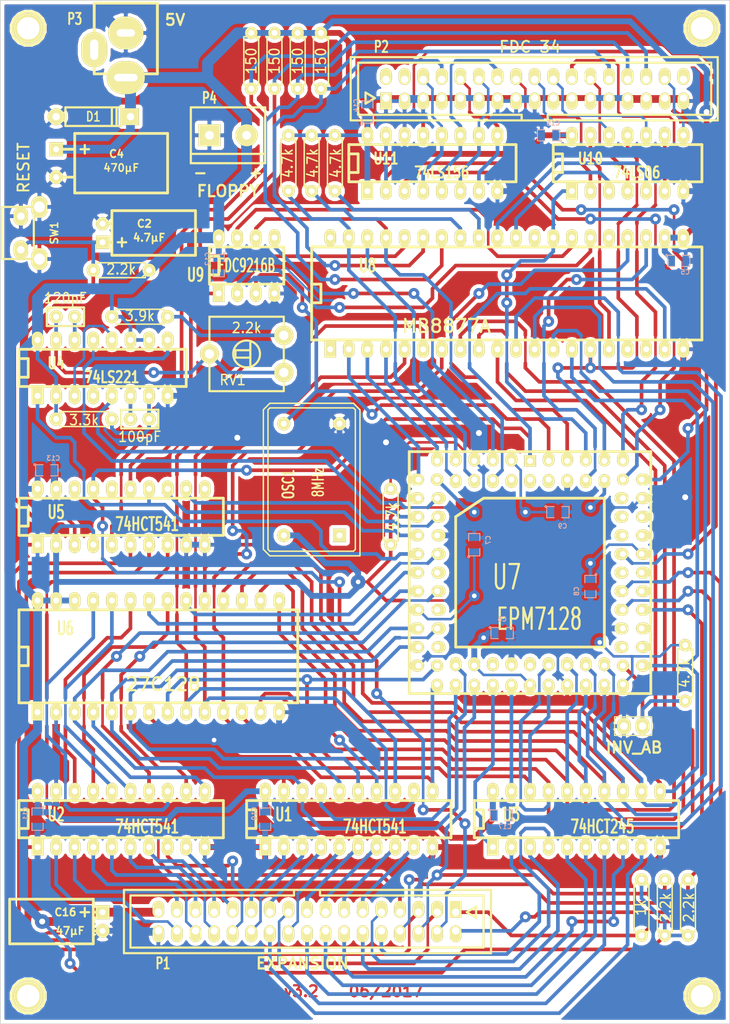
<source format=kicad_pcb>
(kicad_pcb (version 3) (host pcbnew "(2013-07-07 BZR 4022)-stable")
  (layers (15 Dessus.Cu signal) (0 Dessous.Cu signal))
  (net 0 "")
  (net 1 /1MHz)
  (net 2 /8MHz)
  (net 3 /9216_5)
  (net 4 /9216_6)
  (net 5 /A0)
  (net 6 /A0b)
  (net 7 /A1)
  (net 8 /A10)
  (net 9 /A10b)
  (net 10 /A11)
  (net 11 /A11b)
  (net 12 /A12)
  (net 13 /A12b)
  (net 14 /A13)
  (net 15 /A13b)
  (net 16 /A14)
  (net 17 /A14b)
  (net 18 /A15)
  (net 19 /A15b)
  (net 20 /A1b)
  (net 21 /A2)
  (net 22 /A2b)
  (net 23 /A3)
  (net 24 /A3b)
  (net 25 /A4)
  (net 26 /A4b)
  (net 27 /A5)
  (net 28 /A5b)
  (net 29 /A6)
  (net 30 /A6b)
  (net 31 /A7)
  (net 32 /A7b)
  (net 33 /A8)
  (net 34 /A8b)
  (net 35 /A9)
  (net 36 /A9b)
  (net 37 /A_156)
  (net 38 /B_156)
  (net 39 /CE_ROM)
  (net 40 /CS8877)
  (net 41 /D0)
  (net 42 /D0b)
  (net 43 /D1)
  (net 44 /D1b)
  (net 45 /D2)
  (net 46 /D2b)
  (net 47 /D3)
  (net 48 /D3b)
  (net 49 /D4)
  (net 50 /D4b)
  (net 51 /D5)
  (net 52 /D5b)
  (net 53 /D6)
  (net 54 /D6b)
  (net 55 /D7)
  (net 56 /D7b)
  (net 57 /DIR)
  (net 58 /DRQ8877)
  (net 59 /D_245)
  (net 60 /E_245)
  (net 61 /G_156)
  (net 62 /HLD)
  (net 63 /HLT)
  (net 64 "/I/O ctr")
  (net 65 /INDEX)
  (net 66 /IO)
  (net 67 /IOb)
  (net 68 /IRQ)
  (net 69 /IRQ8877)
  (net 70 /MAP)
  (net 71 /MOT_ON)
  (net 72 /OE_ROM)
  (net 73 /PHI13)
  (net 74 /PHI2)
  (net 75 /PHI2b)
  (net 76 /PHI5)
  (net 77 /RDATA)
  (net 78 /RE8877)
  (net 79 /ROMDIS)
  (net 80 /RST)
  (net 81 /RW)
  (net 82 /RWb)
  (net 83 /SEL0)
  (net 84 /SEL1)
  (net 85 /SEL2)
  (net 86 /SEL3)
  (net 87 /SIDE)
  (net 88 /SS)
  (net 89 /STEP)
  (net 90 /STEP8877)
  (net 91 /TRK0)
  (net 92 /WDATA)
  (net 93 /WE8877)
  (net 94 /WEN)
  (net 95 /WPROT)
  (net 96 GND)
  (net 97 N-0000012)
  (net 98 N-00000121)
  (net 99 N-0000013)
  (net 100 N-0000014)
  (net 101 N-0000015)
  (net 102 N-0000016)
  (net 103 N-0000017)
  (net 104 N-0000020)
  (net 105 N-0000021)
  (net 106 N-0000022)
  (net 107 N-0000023)
  (net 108 N-0000024)
  (net 109 N-0000076)
  (net 110 N-0000080)
  (net 111 N-0000081)
  (net 112 N-0000085)
  (net 113 VCC)
  (module JACK_ALIM (layer Dessus.Cu) (at 132.08 64.135 270)
    (fp_text reference P3)
    (fp_text value 5V hide)
    (pad 2 thru_hole oval (at 0 0 270) (size 4.5 4.8006) (drill oval 1.016 2.5) (layers *.Cu *.Mask Dessus.SilkS) (net 96 GND))
    (pad 1 thru_hole oval (at 6.096 0 270) (size 4.5 5.2) (drill oval 1.016 3.2) (layers *.Cu *.Mask Dessus.SilkS) (net 113 VCC))
    (pad 3 thru_hole oval (at 2.286 4.318 270) (size 4.8006 3.5) (drill oval 2.8 1.1) (layers *.Cu *.Mask Dessus.SilkS))
  )
  (module SW_PUSH_vert7 (layer Dessus.Cu) (at 120.015 91.44 270)
    (fp_text reference SW1)
    (fp_text value RESET)
    (pad 3 thru_hole oval (at 3.556 -0.254 270) (size 3 2.2) (drill 1.5) (layers *.Cu *.Mask Dessus.SilkS) (net 96 GND))
    (pad 2 thru_hole oval (at 2.286 2.286 270) (size 2.54 2) (drill 1.016) (layers *.Cu *.Mask Dessus.SilkS) (net 103 N-0000017))
    (pad 1 thru_hole oval (at -2.286 2.286 270) (size 2.54 2) (drill 1.016) (layers *.Cu *.Mask Dessus.SilkS) (net 96 GND))
    (pad 3 thru_hole oval (at -3.556 -0.254 270) (size 3 2.2) (drill 1.5) (layers *.Cu *.Mask Dessus.SilkS) (net 96 GND))
  )
  (module HE10_34E (layer Dessus.Cu) (at 156.845 185.42 180)
    (fp_text reference P1)
    (fp_text value EXPANSION)
    (pad 1 thru_hole rect (at -20.32 1.27 180) (size 1.6 2.3) (drill 1.016 (offset 0 0.4)) (layers *.Cu *.Mask Dessus.SilkS) (net 70 /MAP))
    (pad 2 thru_hole oval (at -20.32 -1.27 180) (size 1.6 2.3) (drill 1.016 (offset 0 -0.4)) (layers *.Cu *.Mask Dessus.SilkS) (net 79 /ROMDIS))
    (pad 3 thru_hole oval (at -17.78 1.27 180) (size 1.6 2.3) (drill 1.016 (offset 0 0.4)) (layers *.Cu *.Mask Dessus.SilkS) (net 74 /PHI2))
    (pad 4 thru_hole oval (at -17.78 -1.27 180) (size 1.6 2.3) (drill 1.016 (offset 0 -0.4)) (layers *.Cu *.Mask Dessus.SilkS) (net 80 /RST))
    (pad 5 thru_hole oval (at -15.24 1.27 180) (size 1.6 2.3) (drill 1.016 (offset 0 0.4)) (layers *.Cu *.Mask Dessus.SilkS) (net 66 /IO))
    (pad 6 thru_hole oval (at -15.24 -1.27 180) (size 1.6 2.3) (drill 1.016 (offset 0 -0.4)) (layers *.Cu *.Mask Dessus.SilkS) (net 64 "/I/O ctr"))
    (pad 7 thru_hole oval (at -12.7 1.27 180) (size 1.6 2.3) (drill 1.016 (offset 0 0.4)) (layers *.Cu *.Mask Dessus.SilkS) (net 81 /RW))
    (pad 8 thru_hole oval (at -12.7 -1.27 180) (size 1.6 2.3) (drill 1.016 (offset 0 -0.4)) (layers *.Cu *.Mask Dessus.SilkS) (net 68 /IRQ))
    (pad 9 thru_hole oval (at -10.16 1.27 180) (size 1.6 2.3) (drill 1.016 (offset 0 0.4)) (layers *.Cu *.Mask Dessus.SilkS) (net 45 /D2))
    (pad 10 thru_hole oval (at -10.16 -1.27 180) (size 1.6 2.3) (drill 1.016 (offset 0 -0.4)) (layers *.Cu *.Mask Dessus.SilkS) (net 41 /D0))
    (pad 11 thru_hole oval (at -7.62 1.27 180) (size 1.6 2.3) (drill 1.016 (offset 0 0.4)) (layers *.Cu *.Mask Dessus.SilkS) (net 23 /A3))
    (pad 12 thru_hole oval (at -7.62 -1.27 180) (size 1.6 2.3) (drill 1.016 (offset 0 -0.4)) (layers *.Cu *.Mask Dessus.SilkS) (net 43 /D1))
    (pad 13 thru_hole oval (at -5.08 1.27 180) (size 1.6 2.3) (drill 1.016 (offset 0 0.4)) (layers *.Cu *.Mask Dessus.SilkS) (net 5 /A0))
    (pad 14 thru_hole oval (at -5.08 -1.27 180) (size 1.6 2.3) (drill 1.016 (offset 0 -0.4)) (layers *.Cu *.Mask Dessus.SilkS) (net 53 /D6))
    (pad 15 thru_hole oval (at -2.54 1.27 180) (size 1.6 2.3) (drill 1.016 (offset 0 0.4)) (layers *.Cu *.Mask Dessus.SilkS) (net 7 /A1))
    (pad 16 thru_hole oval (at -2.54 -1.27 180) (size 1.6 2.3) (drill 1.016 (offset 0 -0.4)) (layers *.Cu *.Mask Dessus.SilkS) (net 47 /D3))
    (pad 17 thru_hole oval (at 0 1.27 180) (size 1.6 2.3) (drill 1.016 (offset 0 0.4)) (layers *.Cu *.Mask Dessus.SilkS) (net 21 /A2))
    (pad 18 thru_hole oval (at 0 -1.27 180) (size 1.6 2.3) (drill 1.016 (offset 0 -0.4)) (layers *.Cu *.Mask Dessus.SilkS) (net 49 /D4))
    (pad 19 thru_hole oval (at 2.54 1.27 180) (size 1.6 2.3) (drill 1.016 (offset 0 0.4)) (layers *.Cu *.Mask Dessus.SilkS) (net 51 /D5))
    (pad 20 thru_hole oval (at 2.54 -1.27 180) (size 1.6 2.3) (drill 1.016 (offset 0 -0.4)) (layers *.Cu *.Mask Dessus.SilkS) (net 25 /A4))
    (pad 21 thru_hole oval (at 5.08 1.27 180) (size 1.6 2.3) (drill 1.016 (offset 0 0.4)) (layers *.Cu *.Mask Dessus.SilkS) (net 27 /A5))
    (pad 22 thru_hole oval (at 5.08 -1.27 180) (size 1.6 2.3) (drill 1.016 (offset 0 -0.4)) (layers *.Cu *.Mask Dessus.SilkS) (net 55 /D7))
    (pad 23 thru_hole oval (at 7.62 1.27 180) (size 1.6 2.3) (drill 1.016 (offset 0 0.4)) (layers *.Cu *.Mask Dessus.SilkS) (net 29 /A6))
    (pad 24 thru_hole oval (at 7.62 -1.27 180) (size 1.6 2.3) (drill 1.016 (offset 0 -0.4)) (layers *.Cu *.Mask Dessus.SilkS) (net 18 /A15))
    (pad 25 thru_hole oval (at 10.16 1.27 180) (size 1.6 2.3) (drill 1.016 (offset 0 0.4)) (layers *.Cu *.Mask Dessus.SilkS) (net 31 /A7))
    (pad 26 thru_hole oval (at 10.16 -1.27 180) (size 1.6 2.3) (drill 1.016 (offset 0 -0.4)) (layers *.Cu *.Mask Dessus.SilkS) (net 16 /A14))
    (pad 27 thru_hole oval (at 12.7 1.27 180) (size 1.6 2.3) (drill 1.016 (offset 0 0.4)) (layers *.Cu *.Mask Dessus.SilkS) (net 33 /A8))
    (pad 28 thru_hole oval (at 12.7 -1.27 180) (size 1.6 2.3) (drill 1.016 (offset 0 -0.4)) (layers *.Cu *.Mask Dessus.SilkS) (net 14 /A13))
    (pad 29 thru_hole oval (at 15.24 1.27 180) (size 1.6 2.3) (drill 1.016 (offset 0 0.4)) (layers *.Cu *.Mask Dessus.SilkS) (net 35 /A9))
    (pad 30 thru_hole oval (at 15.24 -1.27 180) (size 1.6 2.3) (drill 1.016 (offset 0 -0.4)) (layers *.Cu *.Mask Dessus.SilkS) (net 12 /A12))
    (pad 31 thru_hole oval (at 17.78 1.27 180) (size 1.6 2.3) (drill 1.016 (offset 0 0.4)) (layers *.Cu *.Mask Dessus.SilkS) (net 8 /A10))
    (pad 32 thru_hole oval (at 17.78 -1.27 180) (size 1.6 2.3) (drill 1.016 (offset 0 -0.4)) (layers *.Cu *.Mask Dessus.SilkS) (net 10 /A11))
    (pad 33 thru_hole oval (at 20.32 1.27 180) (size 1.6 2.3) (drill 1.016 (offset 0 0.4)) (layers *.Cu *.Mask Dessus.SilkS) (net 113 VCC))
    (pad 34 thru_hole oval (at 20.32 -1.27 180) (size 1.6 2.3) (drill 1.016 (offset 0 -0.4)) (layers *.Cu *.Mask Dessus.SilkS) (net 96 GND))
  )
  (module HE10_34E (layer Dessus.Cu) (at 187.96 71.755)
    (fp_text reference P2)
    (fp_text value "FDC 34")
    (pad 1 thru_hole rect (at -20.32 1.27) (size 1.6 2.3) (drill 1.016 (offset 0 0.4)) (layers *.Cu *.Mask Dessus.SilkS) (net 96 GND))
    (pad 2 thru_hole oval (at -20.32 -1.27) (size 1.6 2.3) (drill 1.016 (offset 0 -0.4)) (layers *.Cu *.Mask Dessus.SilkS))
    (pad 3 thru_hole oval (at -17.78 1.27) (size 1.6 2.3) (drill 1.016 (offset 0 0.4)) (layers *.Cu *.Mask Dessus.SilkS) (net 96 GND))
    (pad 4 thru_hole oval (at -17.78 -1.27) (size 1.6 2.3) (drill 1.016 (offset 0 -0.4)) (layers *.Cu *.Mask Dessus.SilkS))
    (pad 5 thru_hole oval (at -15.24 1.27) (size 1.6 2.3) (drill 1.016 (offset 0 0.4)) (layers *.Cu *.Mask Dessus.SilkS) (net 96 GND))
    (pad 6 thru_hole oval (at -15.24 -1.27) (size 1.6 2.3) (drill 1.016 (offset 0 -0.4)) (layers *.Cu *.Mask Dessus.SilkS) (net 86 /SEL3))
    (pad 7 thru_hole oval (at -12.7 1.27) (size 1.6 2.3) (drill 1.016 (offset 0 0.4)) (layers *.Cu *.Mask Dessus.SilkS) (net 96 GND))
    (pad 8 thru_hole oval (at -12.7 -1.27) (size 1.6 2.3) (drill 1.016 (offset 0 -0.4)) (layers *.Cu *.Mask Dessus.SilkS) (net 65 /INDEX))
    (pad 9 thru_hole oval (at -10.16 1.27) (size 1.6 2.3) (drill 1.016 (offset 0 0.4)) (layers *.Cu *.Mask Dessus.SilkS) (net 96 GND))
    (pad 10 thru_hole oval (at -10.16 -1.27) (size 1.6 2.3) (drill 1.016 (offset 0 -0.4)) (layers *.Cu *.Mask Dessus.SilkS) (net 83 /SEL0))
    (pad 11 thru_hole oval (at -7.62 1.27) (size 1.6 2.3) (drill 1.016 (offset 0 0.4)) (layers *.Cu *.Mask Dessus.SilkS) (net 96 GND))
    (pad 12 thru_hole oval (at -7.62 -1.27) (size 1.6 2.3) (drill 1.016 (offset 0 -0.4)) (layers *.Cu *.Mask Dessus.SilkS) (net 84 /SEL1))
    (pad 13 thru_hole oval (at -5.08 1.27) (size 1.6 2.3) (drill 1.016 (offset 0 0.4)) (layers *.Cu *.Mask Dessus.SilkS) (net 96 GND))
    (pad 14 thru_hole oval (at -5.08 -1.27) (size 1.6 2.3) (drill 1.016 (offset 0 -0.4)) (layers *.Cu *.Mask Dessus.SilkS) (net 85 /SEL2))
    (pad 15 thru_hole oval (at -2.54 1.27) (size 1.6 2.3) (drill 1.016 (offset 0 0.4)) (layers *.Cu *.Mask Dessus.SilkS) (net 96 GND))
    (pad 16 thru_hole oval (at -2.54 -1.27) (size 1.6 2.3) (drill 1.016 (offset 0 -0.4)) (layers *.Cu *.Mask Dessus.SilkS) (net 71 /MOT_ON))
    (pad 17 thru_hole oval (at 0 1.27) (size 1.6 2.3) (drill 1.016 (offset 0 0.4)) (layers *.Cu *.Mask Dessus.SilkS) (net 96 GND))
    (pad 18 thru_hole oval (at 0 -1.27) (size 1.6 2.3) (drill 1.016 (offset 0 -0.4)) (layers *.Cu *.Mask Dessus.SilkS) (net 57 /DIR))
    (pad 19 thru_hole oval (at 2.54 1.27) (size 1.6 2.3) (drill 1.016 (offset 0 0.4)) (layers *.Cu *.Mask Dessus.SilkS) (net 96 GND))
    (pad 20 thru_hole oval (at 2.54 -1.27) (size 1.6 2.3) (drill 1.016 (offset 0 -0.4)) (layers *.Cu *.Mask Dessus.SilkS) (net 89 /STEP))
    (pad 21 thru_hole oval (at 5.08 1.27) (size 1.6 2.3) (drill 1.016 (offset 0 0.4)) (layers *.Cu *.Mask Dessus.SilkS) (net 96 GND))
    (pad 22 thru_hole oval (at 5.08 -1.27) (size 1.6 2.3) (drill 1.016 (offset 0 -0.4)) (layers *.Cu *.Mask Dessus.SilkS) (net 92 /WDATA))
    (pad 23 thru_hole oval (at 7.62 1.27) (size 1.6 2.3) (drill 1.016 (offset 0 0.4)) (layers *.Cu *.Mask Dessus.SilkS) (net 96 GND))
    (pad 24 thru_hole oval (at 7.62 -1.27) (size 1.6 2.3) (drill 1.016 (offset 0 -0.4)) (layers *.Cu *.Mask Dessus.SilkS) (net 94 /WEN))
    (pad 25 thru_hole oval (at 10.16 1.27) (size 1.6 2.3) (drill 1.016 (offset 0 0.4)) (layers *.Cu *.Mask Dessus.SilkS) (net 96 GND))
    (pad 26 thru_hole oval (at 10.16 -1.27) (size 1.6 2.3) (drill 1.016 (offset 0 -0.4)) (layers *.Cu *.Mask Dessus.SilkS) (net 91 /TRK0))
    (pad 27 thru_hole oval (at 12.7 1.27) (size 1.6 2.3) (drill 1.016 (offset 0 0.4)) (layers *.Cu *.Mask Dessus.SilkS) (net 96 GND))
    (pad 28 thru_hole oval (at 12.7 -1.27) (size 1.6 2.3) (drill 1.016 (offset 0 -0.4)) (layers *.Cu *.Mask Dessus.SilkS) (net 95 /WPROT))
    (pad 29 thru_hole oval (at 15.24 1.27) (size 1.6 2.3) (drill 1.016 (offset 0 0.4)) (layers *.Cu *.Mask Dessus.SilkS) (net 96 GND))
    (pad 30 thru_hole oval (at 15.24 -1.27) (size 1.6 2.3) (drill 1.016 (offset 0 -0.4)) (layers *.Cu *.Mask Dessus.SilkS) (net 77 /RDATA))
    (pad 31 thru_hole oval (at 17.78 1.27) (size 1.6 2.3) (drill 1.016 (offset 0 0.4)) (layers *.Cu *.Mask Dessus.SilkS) (net 96 GND))
    (pad 32 thru_hole oval (at 17.78 -1.27) (size 1.6 2.3) (drill 1.016 (offset 0 -0.4)) (layers *.Cu *.Mask Dessus.SilkS) (net 87 /SIDE))
    (pad 33 thru_hole oval (at 20.32 1.27) (size 1.6 2.3) (drill 1.016 (offset 0 0.4)) (layers *.Cu *.Mask Dessus.SilkS) (net 96 GND))
    (pad 34 thru_hole oval (at 20.32 -1.27) (size 1.6 2.3) (drill 1.016 (offset 0 -0.4)) (layers *.Cu *.Mask Dessus.SilkS))
  )
  (module R3 (layer Dessus.Cu) (at 157.48 81.915 90)
    (fp_text reference R4 hide)
    (fp_text value 4.7k)
    (pad 1 thru_hole circle (at -3.81 0 90) (size 1.7 1.7) (drill 0.8128) (layers *.Cu *.Mask Dessus.SilkS) (net 111 N-0000081))
    (pad 2 thru_hole circle (at 3.81 0 90) (size 1.7 1.7) (drill 0.8128) (layers *.Cu *.Mask Dessus.SilkS) (net 113 VCC))
  )
  (module R3 (layer Dessus.Cu) (at 133.985 102.87 180)
    (fp_text reference R3 hide)
    (fp_text value 3.9k)
    (pad 1 thru_hole circle (at -3.81 0 180) (size 1.8 1.8) (drill 0.8128) (layers *.Cu *.Mask Dessus.SilkS) (net 99 N-0000013))
    (pad 2 thru_hole circle (at 3.81 0 180) (size 1.8 1.8) (drill 0.8128) (layers *.Cu *.Mask Dessus.SilkS) (net 113 VCC))
  )
  (module R3 (layer Dessus.Cu) (at 126.365 116.84)
    (fp_text reference R1 hide)
    (fp_text value 3.3k)
    (pad 1 thru_hole circle (at -3.81 0) (size 1.8 1.8) (drill 0.8128) (layers *.Cu *.Mask Dessus.SilkS) (net 113 VCC))
    (pad 2 thru_hole circle (at 3.81 0) (size 1.8 1.8) (drill 0.8128) (layers *.Cu *.Mask Dessus.SilkS) (net 102 N-0000016))
  )
  (module R3 (layer Dessus.Cu) (at 131.445 96.52 180)
    (fp_text reference R2 hide)
    (fp_text value 2.2k)
    (pad 1 thru_hole circle (at -3.81 0 180) (size 1.8 1.8) (drill 0.8128) (layers *.Cu *.Mask Dessus.SilkS) (net 113 VCC))
    (pad 2 thru_hole circle (at 3.81 0 180) (size 1.8 1.8) (drill 0.8128) (layers *.Cu *.Mask Dessus.SilkS) (net 103 N-0000017))
  )
  (module R3 (layer Dessus.Cu) (at 149.225 67.945 270)
    (fp_text reference R5 hide)
    (fp_text value 150)
    (pad 1 thru_hole circle (at -3.81 0 270) (size 1.7 1.7) (drill 0.8128) (layers *.Cu *.Mask Dessus.SilkS) (net 113 VCC))
    (pad 2 thru_hole circle (at 3.81 0 270) (size 1.7 1.7) (drill 0.8128) (layers *.Cu *.Mask Dessus.SilkS) (net 77 /RDATA))
  )
  (module R3 (layer Dessus.Cu) (at 152.4 67.945 270)
    (fp_text reference R6 hide)
    (fp_text value 150)
    (pad 1 thru_hole circle (at -3.81 0 270) (size 1.7 1.7) (drill 0.8128) (layers *.Cu *.Mask Dessus.SilkS) (net 113 VCC))
    (pad 2 thru_hole circle (at 3.81 0 270) (size 1.7 1.7) (drill 0.8128) (layers *.Cu *.Mask Dessus.SilkS) (net 95 /WPROT))
  )
  (module R3 (layer Dessus.Cu) (at 155.575 67.945 270)
    (fp_text reference R7 hide)
    (fp_text value 150)
    (pad 1 thru_hole circle (at -3.81 0 270) (size 1.7 1.7) (drill 0.8128) (layers *.Cu *.Mask Dessus.SilkS) (net 113 VCC))
    (pad 2 thru_hole circle (at 3.81 0 270) (size 1.7 1.7) (drill 0.8128) (layers *.Cu *.Mask Dessus.SilkS) (net 91 /TRK0))
  )
  (module R3 (layer Dessus.Cu) (at 158.75 67.945 270)
    (fp_text reference R8 hide)
    (fp_text value 150)
    (pad 1 thru_hole circle (at -3.81 0 270) (size 1.7 1.7) (drill 0.8128) (layers *.Cu *.Mask Dessus.SilkS) (net 113 VCC))
    (pad 2 thru_hole circle (at 3.81 0 270) (size 1.7 1.7) (drill 0.8128) (layers *.Cu *.Mask Dessus.SilkS) (net 65 /INDEX))
  )
  (module PLCC84 (layer Dessus.Cu) (at 187.325 137.795 270)
    (fp_text reference U7)
    (fp_text value EPM7128)
    (pad 1 thru_hole rect (at -15.24 0 270) (size 1.6 1.6) (drill 0.8128) (layers *.Cu *.Mask Dessus.SilkS) (net 80 /RST))
    (pad 2 thru_hole oval (at -12.7 0 270) (size 1.9 1.6) (drill 0.8128 (offset 0.2 0)) (layers *.Cu *.Mask Dessus.SilkS))
    (pad 3 thru_hole oval (at -15.24 2.54 270) (size 1.9 1.6) (drill 0.8128 (offset -0.2 0)) (layers *.Cu *.Mask Dessus.SilkS) (net 113 VCC))
    (pad 4 thru_hole oval (at -12.7 2.54 270) (size 1.9 1.6) (drill 0.8128 (offset 0.2 0)) (layers *.Cu *.Mask Dessus.SilkS))
    (pad 5 thru_hole oval (at -15.24 5.08 270) (size 1.9 1.6) (drill 0.8128 (offset -0.2 0)) (layers *.Cu *.Mask Dessus.SilkS) (net 3 /9216_5))
    (pad 6 thru_hole oval (at -12.7 5.08 270) (size 1.9 1.6) (drill 0.8128 (offset 0.2 0)) (layers *.Cu *.Mask Dessus.SilkS) (net 4 /9216_6))
    (pad 7 thru_hole oval (at -15.24 7.62 270) (size 1.9 1.6) (drill 0.8128 (offset -0.2 0)) (layers *.Cu *.Mask Dessus.SilkS) (net 96 GND))
    (pad 8 thru_hole oval (at -12.7 7.62 270) (size 1.9 1.6) (drill 0.8128 (offset 0.2 0)) (layers *.Cu *.Mask Dessus.SilkS) (net 58 /DRQ8877))
    (pad 9 thru_hole oval (at -15.24 10.16 270) (size 1.9 1.6) (drill 0.8128 (offset -0.2 0)) (layers *.Cu *.Mask Dessus.SilkS) (net 69 /IRQ8877))
    (pad 10 thru_hole oval (at -12.7 10.16 270) (size 1.9 1.6) (drill 0.8128 (offset 0.2 0)) (layers *.Cu *.Mask Dessus.SilkS) (net 78 /RE8877))
    (pad 11 thru_hole oval (at -15.24 12.7 270) (size 1.9 1.6) (drill 0.8128 (offset -0.2 0)) (layers *.Cu *.Mask Dessus.SilkS) (net 40 /CS8877))
    (pad 12 thru_hole oval (at -12.7 15.24 270) (size 1.6 1.9) (drill 0.8128 (offset 0 0.2)) (layers *.Cu *.Mask Dessus.SilkS) (net 93 /WE8877))
    (pad 13 thru_hole circle (at -12.7 12.7 270) (size 1.7 1.7) (drill 0.8128) (layers *.Cu *.Mask Dessus.SilkS) (net 113 VCC))
    (pad 14 thru_hole oval (at -10.16 15.24 270) (size 1.6 1.9) (drill 0.8128 (offset 0 0.2)) (layers *.Cu *.Mask Dessus.SilkS))
    (pad 15 thru_hole oval (at -10.16 12.7 270) (size 1.6 1.9) (drill 0.8128 (offset 0 -0.2)) (layers *.Cu *.Mask Dessus.SilkS) (net 76 /PHI5))
    (pad 16 thru_hole oval (at -7.62 15.24 270) (size 1.6 1.9) (drill 0.8128 (offset 0 0.2)) (layers *.Cu *.Mask Dessus.SilkS) (net 73 /PHI13))
    (pad 17 thru_hole oval (at -7.62 12.7 270) (size 1.6 1.9) (drill 0.8128 (offset 0 -0.2)) (layers *.Cu *.Mask Dessus.SilkS) (net 82 /RWb))
    (pad 18 thru_hole oval (at -5.08 15.24 270) (size 1.6 1.9) (drill 0.8128 (offset 0 0.2)) (layers *.Cu *.Mask Dessus.SilkS) (net 67 /IOb))
    (pad 19 thru_hole oval (at -5.08 12.7 270) (size 1.6 1.9) (drill 0.8128 (offset 0 -0.2)) (layers *.Cu *.Mask Dessus.SilkS) (net 96 GND))
    (pad 20 thru_hole oval (at -2.54 15.24 270) (size 1.6 1.9) (drill 0.8128 (offset 0 0.2)) (layers *.Cu *.Mask Dessus.SilkS) (net 75 /PHI2b))
    (pad 21 thru_hole oval (at -2.54 12.7 270) (size 1.6 1.9) (drill 0.8128 (offset 0 -0.2)) (layers *.Cu *.Mask Dessus.SilkS) (net 39 /CE_ROM))
    (pad 22 thru_hole oval (at 0 15.24 270) (size 1.6 1.9) (drill 0.8128 (offset 0 0.2)) (layers *.Cu *.Mask Dessus.SilkS) (net 72 /OE_ROM))
    (pad 23 thru_hole oval (at 0 12.7 270) (size 1.6 1.9) (drill 0.8128 (offset 0 -0.2)) (layers *.Cu *.Mask Dessus.SilkS))
    (pad 24 thru_hole oval (at 2.54 15.24 270) (size 1.6 1.9) (drill 0.8128 (offset 0 0.2)) (layers *.Cu *.Mask Dessus.SilkS) (net 15 /A13b))
    (pad 25 thru_hole oval (at 2.54 12.7 270) (size 1.6 1.9) (drill 0.8128 (offset 0 -0.2)) (layers *.Cu *.Mask Dessus.SilkS) (net 17 /A14b))
    (pad 26 thru_hole oval (at 5.08 15.24 270) (size 1.6 1.9) (drill 0.8128 (offset 0 0.2)) (layers *.Cu *.Mask Dessus.SilkS) (net 113 VCC))
    (pad 27 thru_hole oval (at 5.08 12.7 270) (size 1.6 1.9) (drill 0.8128 (offset 0 -0.2)) (layers *.Cu *.Mask Dessus.SilkS))
    (pad 28 thru_hole oval (at 7.62 15.24 270) (size 1.6 1.9) (drill 0.8128 (offset 0 0.2)) (layers *.Cu *.Mask Dessus.SilkS) (net 32 /A7b))
    (pad 29 thru_hole oval (at 7.62 12.7 270) (size 1.6 1.9) (drill 0.8128 (offset 0 -0.2)) (layers *.Cu *.Mask Dessus.SilkS) (net 28 /A5b))
    (pad 30 thru_hole oval (at 10.16 15.24 270) (size 1.6 1.9) (drill 0.8128 (offset 0 0.2)) (layers *.Cu *.Mask Dessus.SilkS) (net 26 /A4b))
    (pad 31 thru_hole oval (at 10.16 12.7 270) (size 1.6 1.9) (drill 0.8128 (offset 0 -0.2)) (layers *.Cu *.Mask Dessus.SilkS))
    (pad 32 thru_hole oval (at 12.7 15.24 270) (size 1.6 1.9) (drill 0.8128 (offset 0 0.2)) (layers *.Cu *.Mask Dessus.SilkS) (net 96 GND))
    (pad 33 thru_hole oval (at 15.24 12.7 270) (size 1.9 1.6) (drill 0.8128 (offset 0.2 0)) (layers *.Cu *.Mask Dessus.SilkS) (net 24 /A3b))
    (pad 34 thru_hole circle (at 12.7 12.7 270) (size 1.65 1.65) (drill 0.8128) (layers *.Cu *.Mask Dessus.SilkS) (net 22 /A2b))
    (pad 35 thru_hole oval (at 15.24 10.16 270) (size 1.9 1.6) (drill 0.8128 (offset 0.2 0)) (layers *.Cu *.Mask Dessus.SilkS) (net 19 /A15b))
    (pad 36 thru_hole oval (at 12.7 10.16 270) (size 1.9 1.6) (drill 0.8128 (offset -0.2 0)) (layers *.Cu *.Mask Dessus.SilkS) (net 30 /A6b))
    (pad 37 thru_hole oval (at 15.24 7.62 270) (size 1.9 1.6) (drill 0.8128 (offset 0.2 0)) (layers *.Cu *.Mask Dessus.SilkS) (net 64 "/I/O ctr"))
    (pad 38 thru_hole oval (at 12.7 7.62 270) (size 1.9 1.6) (drill 0.8128 (offset -0.2 0)) (layers *.Cu *.Mask Dessus.SilkS) (net 113 VCC))
    (pad 39 thru_hole oval (at 15.24 5.08 270) (size 1.9 1.6) (drill 0.8128 (offset 0.2 0)) (layers *.Cu *.Mask Dessus.SilkS) (net 59 /D_245))
    (pad 40 thru_hole oval (at 12.7 5.08 270) (size 1.9 1.6) (drill 0.8128 (offset -0.2 0)) (layers *.Cu *.Mask Dessus.SilkS))
    (pad 41 thru_hole oval (at 15.24 2.54 270) (size 1.9 1.6) (drill 0.8128 (offset 0.2 0)) (layers *.Cu *.Mask Dessus.SilkS) (net 60 /E_245))
    (pad 42 thru_hole oval (at 12.7 2.54 270) (size 1.9 1.6) (drill 0.8128 (offset -0.2 0)) (layers *.Cu *.Mask Dessus.SilkS) (net 96 GND))
    (pad 43 thru_hole oval (at 15.24 0 270) (size 1.9 1.6) (drill 0.8128 (offset 0.2 0)) (layers *.Cu *.Mask Dessus.SilkS) (net 113 VCC))
    (pad 44 thru_hole oval (at 12.7 0 270) (size 1.9 1.6) (drill 0.8128 (offset -0.2 0)) (layers *.Cu *.Mask Dessus.SilkS))
    (pad 45 thru_hole oval (at 15.24 -2.54 270) (size 1.9 1.6) (drill 0.8128 (offset 0.2 0)) (layers *.Cu *.Mask Dessus.SilkS) (net 42 /D0b))
    (pad 46 thru_hole oval (at 12.7 -2.54 270) (size 1.9 1.6) (drill 0.8128 (offset -0.2 0)) (layers *.Cu *.Mask Dessus.SilkS) (net 44 /D1b))
    (pad 47 thru_hole oval (at 15.24 -5.08 270) (size 1.9 1.6) (drill 0.8128 (offset 0.2 0)) (layers *.Cu *.Mask Dessus.SilkS) (net 96 GND))
    (pad 48 thru_hole oval (at 12.7 -5.08 270) (size 1.9 1.6) (drill 0.8128 (offset -0.2 0)) (layers *.Cu *.Mask Dessus.SilkS) (net 46 /D2b))
    (pad 49 thru_hole oval (at 15.24 -7.62 270) (size 1.9 1.6) (drill 0.8128 (offset 0.2 0)) (layers *.Cu *.Mask Dessus.SilkS) (net 48 /D3b))
    (pad 50 thru_hole oval (at 12.7 -7.62 270) (size 1.9 1.6) (drill 0.8128 (offset -0.2 0)) (layers *.Cu *.Mask Dessus.SilkS) (net 50 /D4b))
    (pad 51 thru_hole oval (at 15.24 -10.16 270) (size 1.9 1.6) (drill 0.8128 (offset 0.2 0)) (layers *.Cu *.Mask Dessus.SilkS) (net 52 /D5b))
    (pad 52 thru_hole oval (at 12.7 -10.16 270) (size 1.9 1.6) (drill 0.8128 (offset -0.2 0)) (layers *.Cu *.Mask Dessus.SilkS) (net 54 /D6b))
    (pad 53 thru_hole oval (at 15.24 -12.7 270) (size 1.9 1.6) (drill 0.8128 (offset 0.2 0)) (layers *.Cu *.Mask Dessus.SilkS) (net 113 VCC))
    (pad 54 thru_hole oval (at 12.7 -15.24 270) (size 1.6 1.9) (drill 0.8128 (offset 0 -0.2)) (layers *.Cu *.Mask Dessus.SilkS) (net 56 /D7b))
    (pad 55 thru_hole circle (at 12.7 -12.7 270) (size 1.65 1.65) (drill 0.8128) (layers *.Cu *.Mask Dessus.SilkS) (net 109 N-0000076))
    (pad 56 thru_hole oval (at 10.16 -15.24 270) (size 1.6 1.9) (drill 0.8128 (offset 0 -0.2)) (layers *.Cu *.Mask Dessus.SilkS))
    (pad 57 thru_hole oval (at 10.16 -12.7 270) (size 1.6 1.9) (drill 0.8128 (offset 0 0.2)) (layers *.Cu *.Mask Dessus.SilkS))
    (pad 58 thru_hole oval (at 7.62 -15.24 270) (size 1.6 1.9) (drill 0.8128 (offset 0 -0.2)) (layers *.Cu *.Mask Dessus.SilkS))
    (pad 59 thru_hole oval (at 7.62 -12.7 270) (size 1.6 1.9) (drill 0.8128 (offset 0 0.2)) (layers *.Cu *.Mask Dessus.SilkS) (net 96 GND))
    (pad 60 thru_hole oval (at 5.08 -15.24 270) (size 1.6 1.9) (drill 0.8128 (offset 0 -0.2)) (layers *.Cu *.Mask Dessus.SilkS) (net 68 /IRQ))
    (pad 61 thru_hole oval (at 5.08 -12.7 270) (size 1.6 1.9) (drill 0.8128 (offset 0 0.2)) (layers *.Cu *.Mask Dessus.SilkS) (net 79 /ROMDIS))
    (pad 62 thru_hole oval (at 2.54 -15.24 270) (size 1.6 1.9) (drill 0.8128 (offset 0 -0.2)) (layers *.Cu *.Mask Dessus.SilkS))
    (pad 63 thru_hole oval (at 2.54 -12.7 270) (size 1.6 1.9) (drill 0.8128 (offset 0 0.2)) (layers *.Cu *.Mask Dessus.SilkS) (net 70 /MAP))
    (pad 64 thru_hole oval (at 0 -15.24 270) (size 1.6 1.9) (drill 0.8128 (offset 0 -0.2)) (layers *.Cu *.Mask Dessus.SilkS))
    (pad 65 thru_hole oval (at 0 -12.7 270) (size 1.6 1.9) (drill 0.8128 (offset 0 0.2)) (layers *.Cu *.Mask Dessus.SilkS))
    (pad 66 thru_hole oval (at -2.54 -15.24 270) (size 1.6 1.9) (drill 0.8128 (offset 0 -0.2)) (layers *.Cu *.Mask Dessus.SilkS) (net 113 VCC))
    (pad 67 thru_hole oval (at -2.54 -12.7 270) (size 1.6 1.9) (drill 0.8128 (offset 0 0.2)) (layers *.Cu *.Mask Dessus.SilkS) (net 37 /A_156))
    (pad 68 thru_hole oval (at -5.08 -15.24 270) (size 1.6 1.9) (drill 0.8128 (offset 0 -0.2)) (layers *.Cu *.Mask Dessus.SilkS))
    (pad 69 thru_hole oval (at -5.08 -12.7 270) (size 1.6 1.9) (drill 0.8128 (offset 0 0.2)) (layers *.Cu *.Mask Dessus.SilkS))
    (pad 70 thru_hole oval (at -7.62 -15.24 270) (size 1.6 1.9) (drill 0.8128 (offset 0 -0.2)) (layers *.Cu *.Mask Dessus.SilkS))
    (pad 71 thru_hole oval (at -7.62 -12.7 270) (size 1.6 1.9) (drill 0.8128 (offset 0 0.2)) (layers *.Cu *.Mask Dessus.SilkS))
    (pad 72 thru_hole oval (at -10.16 -15.24 270) (size 1.6 1.9) (drill 0.8128 (offset 0 -0.2)) (layers *.Cu *.Mask Dessus.SilkS) (net 96 GND))
    (pad 73 thru_hole oval (at -10.16 -12.7 270) (size 1.6 1.9) (drill 0.8128 (offset 0 0.2)) (layers *.Cu *.Mask Dessus.SilkS))
    (pad 74 thru_hole oval (at -12.7 -15.24 270) (size 1.6 1.9) (drill 0.8128 (offset 0 -0.2)) (layers *.Cu *.Mask Dessus.SilkS) (net 61 /G_156))
    (pad 75 thru_hole oval (at -15.24 -12.7 270) (size 1.9 1.6) (drill 0.8128 (offset -0.2 0)) (layers *.Cu *.Mask Dessus.SilkS) (net 88 /SS))
    (pad 76 thru_hole circle (at -12.7 -12.7 270) (size 1.6 1.6) (drill 0.8128) (layers *.Cu *.Mask Dessus.SilkS) (net 38 /B_156))
    (pad 77 thru_hole oval (at -15.24 -10.16 270) (size 1.9 1.6) (drill 0.8128 (offset -0.2 0)) (layers *.Cu *.Mask Dessus.SilkS) (net 90 /STEP8877))
    (pad 78 thru_hole oval (at -12.7 -10.16 270) (size 1.9 1.6) (drill 0.8128 (offset 0.2 0)) (layers *.Cu *.Mask Dessus.SilkS) (net 113 VCC))
    (pad 79 thru_hole oval (at -15.24 -7.62 270) (size 1.9 1.6) (drill 0.8128 (offset -0.2 0)) (layers *.Cu *.Mask Dessus.SilkS) (net 62 /HLD))
    (pad 80 thru_hole oval (at -12.7 -7.62 270) (size 1.9 1.6) (drill 0.8128 (offset 0.2 0)) (layers *.Cu *.Mask Dessus.SilkS) (net 63 /HLT))
    (pad 81 thru_hole oval (at -15.24 -5.08 270) (size 1.9 1.6) (drill 0.8128 (offset -0.2 0)) (layers *.Cu *.Mask Dessus.SilkS) (net 1 /1MHz))
    (pad 82 thru_hole oval (at -12.7 -5.08 270) (size 1.9 1.6) (drill 0.8128 (offset 0.2 0)) (layers *.Cu *.Mask Dessus.SilkS) (net 96 GND))
    (pad 83 thru_hole oval (at -15.24 -2.54 270) (size 1.9 1.6) (drill 0.8128 (offset -0.2 0)) (layers *.Cu *.Mask Dessus.SilkS) (net 2 /8MHz))
    (pad 84 thru_hole oval (at -12.7 -2.54 270) (size 1.9 1.6) (drill 0.8128 (offset 0.2 0)) (layers *.Cu *.Mask Dessus.SilkS))
  )
  (module DIP-8__300_ELL (layer Dessus.Cu) (at 148.59 95.885)
    (fp_text reference U9)
    (fp_text value FDC9216B)
    (pad 1 thru_hole rect (at -3.81 3.81) (size 1.5748 2.286) (drill 0.8128) (layers *.Cu *.Mask Dessus.SilkS) (net 101 N-0000015))
    (pad 2 thru_hole oval (at -1.27 3.81) (size 1.5748 2.286) (drill 0.8128) (layers *.Cu *.Mask Dessus.SilkS) (net 105 N-0000021))
    (pad 3 thru_hole oval (at 1.27 3.81) (size 1.5748 2.286) (drill 0.8128) (layers *.Cu *.Mask Dessus.SilkS) (net 2 /8MHz))
    (pad 4 thru_hole oval (at 3.81 3.81) (size 1.5748 2.286) (drill 0.8128) (layers *.Cu *.Mask Dessus.SilkS) (net 96 GND))
    (pad 5 thru_hole oval (at 3.81 -3.81) (size 1.5748 2.286) (drill 0.8128) (layers *.Cu *.Mask Dessus.SilkS) (net 3 /9216_5))
    (pad 6 thru_hole oval (at 1.27 -3.81) (size 1.5748 2.286) (drill 0.8128) (layers *.Cu *.Mask Dessus.SilkS) (net 4 /9216_6))
    (pad 7 thru_hole oval (at -1.27 -3.81) (size 1.5748 2.286) (drill 0.8128) (layers *.Cu *.Mask Dessus.SilkS) (net 104 N-0000020))
    (pad 8 thru_hole oval (at -3.81 -3.81) (size 1.5748 2.286) (drill 0.8128) (layers *.Cu *.Mask Dessus.SilkS) (net 113 VCC))
  )
  (module DIP-40__600_ELL (layer Dessus.Cu) (at 184.15 99.695)
    (fp_text reference U8)
    (fp_text value MB8877A)
    (pad 1 thru_hole rect (at -24.13 7.62) (size 1.5748 2.286) (drill 0.8128) (layers *.Cu *.Mask Dessus.SilkS))
    (pad 2 thru_hole oval (at -21.59 7.62) (size 1.5748 2.286) (drill 0.8128) (layers *.Cu *.Mask Dessus.SilkS) (net 93 /WE8877))
    (pad 3 thru_hole oval (at -19.05 7.62) (size 1.5748 2.286) (drill 0.8128) (layers *.Cu *.Mask Dessus.SilkS) (net 40 /CS8877))
    (pad 4 thru_hole oval (at -16.51 7.62) (size 1.5748 2.286) (drill 0.8128) (layers *.Cu *.Mask Dessus.SilkS) (net 78 /RE8877))
    (pad 5 thru_hole oval (at -13.97 7.62) (size 1.5748 2.286) (drill 0.8128) (layers *.Cu *.Mask Dessus.SilkS) (net 6 /A0b))
    (pad 6 thru_hole oval (at -11.43 7.62) (size 1.5748 2.286) (drill 0.8128) (layers *.Cu *.Mask Dessus.SilkS) (net 20 /A1b))
    (pad 7 thru_hole oval (at -8.89 7.62) (size 1.5748 2.286) (drill 0.8128) (layers *.Cu *.Mask Dessus.SilkS) (net 42 /D0b))
    (pad 8 thru_hole oval (at -6.35 7.62) (size 1.5748 2.286) (drill 0.8128) (layers *.Cu *.Mask Dessus.SilkS) (net 44 /D1b))
    (pad 9 thru_hole oval (at -3.81 7.62) (size 1.5748 2.286) (drill 0.8128) (layers *.Cu *.Mask Dessus.SilkS) (net 46 /D2b))
    (pad 10 thru_hole oval (at -1.27 7.62) (size 1.5748 2.286) (drill 0.8128) (layers *.Cu *.Mask Dessus.SilkS) (net 48 /D3b))
    (pad 11 thru_hole oval (at 1.27 7.62) (size 1.5748 2.286) (drill 0.8128) (layers *.Cu *.Mask Dessus.SilkS) (net 50 /D4b))
    (pad 12 thru_hole oval (at 3.81 7.62) (size 1.5748 2.286) (drill 0.8128) (layers *.Cu *.Mask Dessus.SilkS) (net 52 /D5b))
    (pad 13 thru_hole oval (at 6.35 7.62) (size 1.5748 2.286) (drill 0.8128) (layers *.Cu *.Mask Dessus.SilkS) (net 54 /D6b))
    (pad 14 thru_hole oval (at 8.89 7.62) (size 1.5748 2.286) (drill 0.8128) (layers *.Cu *.Mask Dessus.SilkS) (net 56 /D7b))
    (pad 15 thru_hole oval (at 11.43 7.62) (size 1.5748 2.286) (drill 0.8128) (layers *.Cu *.Mask Dessus.SilkS) (net 90 /STEP8877))
    (pad 16 thru_hole oval (at 13.97 7.62) (size 1.5748 2.286) (drill 0.8128) (layers *.Cu *.Mask Dessus.SilkS) (net 106 N-0000022))
    (pad 17 thru_hole oval (at 16.51 7.62) (size 1.5748 2.286) (drill 0.8128) (layers *.Cu *.Mask Dessus.SilkS))
    (pad 18 thru_hole oval (at 19.05 7.62) (size 1.5748 2.286) (drill 0.8128) (layers *.Cu *.Mask Dessus.SilkS))
    (pad 19 thru_hole oval (at 21.59 7.62) (size 1.5748 2.286) (drill 0.8128) (layers *.Cu *.Mask Dessus.SilkS) (net 80 /RST))
    (pad 20 thru_hole oval (at 24.13 7.62) (size 1.5748 2.286) (drill 0.8128) (layers *.Cu *.Mask Dessus.SilkS) (net 96 GND))
    (pad 21 thru_hole oval (at 24.13 -7.62) (size 1.5748 2.286) (drill 0.8128) (layers *.Cu *.Mask Dessus.SilkS) (net 113 VCC))
    (pad 22 thru_hole oval (at 21.59 -7.62) (size 1.5748 2.286) (drill 0.8128) (layers *.Cu *.Mask Dessus.SilkS) (net 113 VCC))
    (pad 23 thru_hole oval (at 19.05 -7.62) (size 1.5748 2.286) (drill 0.8128) (layers *.Cu *.Mask Dessus.SilkS) (net 63 /HLT))
    (pad 24 thru_hole oval (at 16.51 -7.62) (size 1.5748 2.286) (drill 0.8128) (layers *.Cu *.Mask Dessus.SilkS) (net 1 /1MHz))
    (pad 25 thru_hole oval (at 13.97 -7.62) (size 1.5748 2.286) (drill 0.8128) (layers *.Cu *.Mask Dessus.SilkS))
    (pad 26 thru_hole oval (at 11.43 -7.62) (size 1.5748 2.286) (drill 0.8128) (layers *.Cu *.Mask Dessus.SilkS) (net 105 N-0000021))
    (pad 27 thru_hole oval (at 8.89 -7.62) (size 1.5748 2.286) (drill 0.8128) (layers *.Cu *.Mask Dessus.SilkS) (net 104 N-0000020))
    (pad 28 thru_hole oval (at 6.35 -7.62) (size 1.5748 2.286) (drill 0.8128) (layers *.Cu *.Mask Dessus.SilkS) (net 62 /HLD))
    (pad 29 thru_hole oval (at 3.81 -7.62) (size 1.5748 2.286) (drill 0.8128) (layers *.Cu *.Mask Dessus.SilkS))
    (pad 30 thru_hole oval (at 1.27 -7.62) (size 1.5748 2.286) (drill 0.8128) (layers *.Cu *.Mask Dessus.SilkS) (net 107 N-0000023))
    (pad 31 thru_hole oval (at -1.27 -7.62) (size 1.5748 2.286) (drill 0.8128) (layers *.Cu *.Mask Dessus.SilkS) (net 108 N-0000024))
    (pad 32 thru_hole oval (at -3.81 -7.62) (size 1.5748 2.286) (drill 0.8128) (layers *.Cu *.Mask Dessus.SilkS) (net 110 N-0000080))
    (pad 33 thru_hole oval (at -6.35 -7.62) (size 1.5748 2.286) (drill 0.8128) (layers *.Cu *.Mask Dessus.SilkS) (net 111 N-0000081))
    (pad 34 thru_hole oval (at -8.89 -7.62) (size 1.5748 2.286) (drill 0.8128) (layers *.Cu *.Mask Dessus.SilkS) (net 91 /TRK0))
    (pad 35 thru_hole oval (at -11.43 -7.62) (size 1.5748 2.286) (drill 0.8128) (layers *.Cu *.Mask Dessus.SilkS) (net 65 /INDEX))
    (pad 36 thru_hole oval (at -13.97 -7.62) (size 1.5748 2.286) (drill 0.8128) (layers *.Cu *.Mask Dessus.SilkS) (net 95 /WPROT))
    (pad 37 thru_hole oval (at -16.51 -7.62) (size 1.5748 2.286) (drill 0.8128) (layers *.Cu *.Mask Dessus.SilkS) (net 4 /9216_6))
    (pad 38 thru_hole oval (at -19.05 -7.62) (size 1.5748 2.286) (drill 0.8128) (layers *.Cu *.Mask Dessus.SilkS) (net 58 /DRQ8877))
    (pad 39 thru_hole oval (at -21.59 -7.62) (size 1.5748 2.286) (drill 0.8128) (layers *.Cu *.Mask Dessus.SilkS) (net 69 /IRQ8877))
    (pad 40 thru_hole oval (at -24.13 -7.62) (size 1.5748 2.286) (drill 0.8128) (layers *.Cu *.Mask Dessus.SilkS))
  )
  (module DIP-28__600_ELL (layer Dessus.Cu) (at 136.525 149.225)
    (fp_text reference U6)
    (fp_text value 27C128)
    (pad 1 thru_hole rect (at -16.51 7.62) (size 1.5748 2.286) (drill 0.8128) (layers *.Cu *.Mask Dessus.SilkS) (net 113 VCC))
    (pad 2 thru_hole oval (at -13.97 7.62) (size 1.5748 2.286) (drill 0.8128) (layers *.Cu *.Mask Dessus.SilkS) (net 13 /A12b))
    (pad 3 thru_hole oval (at -11.43 7.62) (size 1.5748 2.286) (drill 0.8128) (layers *.Cu *.Mask Dessus.SilkS) (net 32 /A7b))
    (pad 4 thru_hole oval (at -8.89 7.62) (size 1.5748 2.286) (drill 0.8128) (layers *.Cu *.Mask Dessus.SilkS) (net 30 /A6b))
    (pad 5 thru_hole oval (at -6.35 7.62) (size 1.5748 2.286) (drill 0.8128) (layers *.Cu *.Mask Dessus.SilkS) (net 28 /A5b))
    (pad 6 thru_hole oval (at -3.81 7.62) (size 1.5748 2.286) (drill 0.8128) (layers *.Cu *.Mask Dessus.SilkS) (net 26 /A4b))
    (pad 7 thru_hole oval (at -1.27 7.62) (size 1.5748 2.286) (drill 0.8128) (layers *.Cu *.Mask Dessus.SilkS) (net 24 /A3b))
    (pad 8 thru_hole oval (at 1.27 7.62) (size 1.5748 2.286) (drill 0.8128) (layers *.Cu *.Mask Dessus.SilkS) (net 22 /A2b))
    (pad 9 thru_hole oval (at 3.81 7.62) (size 1.5748 2.286) (drill 0.8128) (layers *.Cu *.Mask Dessus.SilkS) (net 20 /A1b))
    (pad 10 thru_hole oval (at 6.35 7.62) (size 1.5748 2.286) (drill 0.8128) (layers *.Cu *.Mask Dessus.SilkS) (net 6 /A0b))
    (pad 11 thru_hole oval (at 8.89 7.62) (size 1.5748 2.286) (drill 0.8128) (layers *.Cu *.Mask Dessus.SilkS) (net 42 /D0b))
    (pad 12 thru_hole oval (at 11.43 7.62) (size 1.5748 2.286) (drill 0.8128) (layers *.Cu *.Mask Dessus.SilkS) (net 44 /D1b))
    (pad 13 thru_hole oval (at 13.97 7.62) (size 1.5748 2.286) (drill 0.8128) (layers *.Cu *.Mask Dessus.SilkS) (net 46 /D2b))
    (pad 14 thru_hole oval (at 16.51 7.62) (size 1.5748 2.286) (drill 0.8128) (layers *.Cu *.Mask Dessus.SilkS) (net 96 GND))
    (pad 15 thru_hole oval (at 16.51 -7.62) (size 1.5748 2.286) (drill 0.8128) (layers *.Cu *.Mask Dessus.SilkS) (net 48 /D3b))
    (pad 16 thru_hole oval (at 13.97 -7.62) (size 1.5748 2.286) (drill 0.8128) (layers *.Cu *.Mask Dessus.SilkS) (net 50 /D4b))
    (pad 17 thru_hole oval (at 11.43 -7.62) (size 1.5748 2.286) (drill 0.8128) (layers *.Cu *.Mask Dessus.SilkS) (net 52 /D5b))
    (pad 18 thru_hole oval (at 8.89 -7.62) (size 1.5748 2.286) (drill 0.8128) (layers *.Cu *.Mask Dessus.SilkS) (net 54 /D6b))
    (pad 19 thru_hole oval (at 6.35 -7.62) (size 1.5748 2.286) (drill 0.8128) (layers *.Cu *.Mask Dessus.SilkS) (net 56 /D7b))
    (pad 20 thru_hole oval (at 3.81 -7.62) (size 1.5748 2.286) (drill 0.8128) (layers *.Cu *.Mask Dessus.SilkS) (net 39 /CE_ROM))
    (pad 21 thru_hole oval (at 1.27 -7.62) (size 1.5748 2.286) (drill 0.8128) (layers *.Cu *.Mask Dessus.SilkS) (net 9 /A10b))
    (pad 22 thru_hole oval (at -1.27 -7.62) (size 1.5748 2.286) (drill 0.8128) (layers *.Cu *.Mask Dessus.SilkS) (net 72 /OE_ROM))
    (pad 23 thru_hole oval (at -3.81 -7.62) (size 1.5748 2.286) (drill 0.8128) (layers *.Cu *.Mask Dessus.SilkS) (net 11 /A11b))
    (pad 24 thru_hole oval (at -6.35 -7.62) (size 1.5748 2.286) (drill 0.8128) (layers *.Cu *.Mask Dessus.SilkS) (net 36 /A9b))
    (pad 25 thru_hole oval (at -8.89 -7.62) (size 1.5748 2.286) (drill 0.8128) (layers *.Cu *.Mask Dessus.SilkS) (net 34 /A8b))
    (pad 26 thru_hole oval (at -11.43 -7.62) (size 1.5748 2.286) (drill 0.8128) (layers *.Cu *.Mask Dessus.SilkS) (net 113 VCC))
    (pad 27 thru_hole oval (at -13.97 -7.62) (size 1.5748 2.286) (drill 0.8128) (layers *.Cu *.Mask Dessus.SilkS) (net 113 VCC))
    (pad 28 thru_hole oval (at -16.51 -7.62) (size 1.5748 2.286) (drill 0.8128) (layers *.Cu *.Mask Dessus.SilkS) (net 113 VCC))
  )
  (module DIP-20__300_ELL (layer Dessus.Cu) (at 193.675 171.45)
    (fp_text reference U3)
    (fp_text value 74HCT245)
    (pad 1 thru_hole rect (at -11.43 3.81) (size 1.5748 2.286) (drill 0.8128) (layers *.Cu *.Mask Dessus.SilkS) (net 59 /D_245))
    (pad 2 thru_hole oval (at -8.89 3.81) (size 1.5748 2.286) (drill 0.8128) (layers *.Cu *.Mask Dessus.SilkS) (net 41 /D0))
    (pad 3 thru_hole oval (at -6.35 3.81) (size 1.5748 2.286) (drill 0.8128) (layers *.Cu *.Mask Dessus.SilkS) (net 43 /D1))
    (pad 4 thru_hole oval (at -3.81 3.81) (size 1.5748 2.286) (drill 0.8128) (layers *.Cu *.Mask Dessus.SilkS) (net 45 /D2))
    (pad 5 thru_hole oval (at -1.27 3.81) (size 1.5748 2.286) (drill 0.8128) (layers *.Cu *.Mask Dessus.SilkS) (net 47 /D3))
    (pad 6 thru_hole oval (at 1.27 3.81) (size 1.5748 2.286) (drill 0.8128) (layers *.Cu *.Mask Dessus.SilkS) (net 49 /D4))
    (pad 7 thru_hole oval (at 3.81 3.81) (size 1.5748 2.286) (drill 0.8128) (layers *.Cu *.Mask Dessus.SilkS) (net 51 /D5))
    (pad 8 thru_hole oval (at 6.35 3.81) (size 1.5748 2.286) (drill 0.8128) (layers *.Cu *.Mask Dessus.SilkS) (net 53 /D6))
    (pad 9 thru_hole oval (at 8.89 3.81) (size 1.5748 2.286) (drill 0.8128) (layers *.Cu *.Mask Dessus.SilkS) (net 55 /D7))
    (pad 10 thru_hole oval (at 11.43 3.81) (size 1.5748 2.286) (drill 0.8128) (layers *.Cu *.Mask Dessus.SilkS) (net 96 GND))
    (pad 11 thru_hole oval (at 11.43 -3.81) (size 1.5748 2.286) (drill 0.8128) (layers *.Cu *.Mask Dessus.SilkS) (net 56 /D7b))
    (pad 12 thru_hole oval (at 8.89 -3.81) (size 1.5748 2.286) (drill 0.8128) (layers *.Cu *.Mask Dessus.SilkS) (net 54 /D6b))
    (pad 13 thru_hole oval (at 6.35 -3.81) (size 1.5748 2.286) (drill 0.8128) (layers *.Cu *.Mask Dessus.SilkS) (net 52 /D5b))
    (pad 14 thru_hole oval (at 3.81 -3.81) (size 1.5748 2.286) (drill 0.8128) (layers *.Cu *.Mask Dessus.SilkS) (net 50 /D4b))
    (pad 15 thru_hole oval (at 1.27 -3.81) (size 1.5748 2.286) (drill 0.8128) (layers *.Cu *.Mask Dessus.SilkS) (net 48 /D3b))
    (pad 16 thru_hole oval (at -1.27 -3.81) (size 1.5748 2.286) (drill 0.8128) (layers *.Cu *.Mask Dessus.SilkS) (net 46 /D2b))
    (pad 17 thru_hole oval (at -3.81 -3.81) (size 1.5748 2.286) (drill 0.8128) (layers *.Cu *.Mask Dessus.SilkS) (net 44 /D1b))
    (pad 18 thru_hole oval (at -6.35 -3.81) (size 1.5748 2.286) (drill 0.8128) (layers *.Cu *.Mask Dessus.SilkS) (net 42 /D0b))
    (pad 19 thru_hole oval (at -8.89 -3.81) (size 1.5748 2.286) (drill 0.8128) (layers *.Cu *.Mask Dessus.SilkS) (net 60 /E_245))
    (pad 20 thru_hole oval (at -11.43 -3.81) (size 1.5748 2.286) (drill 0.8128) (layers *.Cu *.Mask Dessus.SilkS) (net 113 VCC))
  )
  (module DIP-20__300_ELL (layer Dessus.Cu) (at 131.445 171.45)
    (fp_text reference U2)
    (fp_text value 74HCT541)
    (pad 1 thru_hole rect (at -11.43 3.81) (size 1.5748 2.286) (drill 0.8128) (layers *.Cu *.Mask Dessus.SilkS) (net 96 GND))
    (pad 2 thru_hole oval (at -8.89 3.81) (size 1.5748 2.286) (drill 0.8128) (layers *.Cu *.Mask Dessus.SilkS) (net 10 /A11))
    (pad 3 thru_hole oval (at -6.35 3.81) (size 1.5748 2.286) (drill 0.8128) (layers *.Cu *.Mask Dessus.SilkS) (net 8 /A10))
    (pad 4 thru_hole oval (at -3.81 3.81) (size 1.5748 2.286) (drill 0.8128) (layers *.Cu *.Mask Dessus.SilkS) (net 12 /A12))
    (pad 5 thru_hole oval (at -1.27 3.81) (size 1.5748 2.286) (drill 0.8128) (layers *.Cu *.Mask Dessus.SilkS) (net 35 /A9))
    (pad 6 thru_hole oval (at 1.27 3.81) (size 1.5748 2.286) (drill 0.8128) (layers *.Cu *.Mask Dessus.SilkS) (net 14 /A13))
    (pad 7 thru_hole oval (at 3.81 3.81) (size 1.5748 2.286) (drill 0.8128) (layers *.Cu *.Mask Dessus.SilkS) (net 33 /A8))
    (pad 8 thru_hole oval (at 6.35 3.81) (size 1.5748 2.286) (drill 0.8128) (layers *.Cu *.Mask Dessus.SilkS) (net 16 /A14))
    (pad 9 thru_hole oval (at 8.89 3.81) (size 1.5748 2.286) (drill 0.8128) (layers *.Cu *.Mask Dessus.SilkS) (net 31 /A7))
    (pad 10 thru_hole oval (at 11.43 3.81) (size 1.5748 2.286) (drill 0.8128) (layers *.Cu *.Mask Dessus.SilkS) (net 96 GND))
    (pad 11 thru_hole oval (at 11.43 -3.81) (size 1.5748 2.286) (drill 0.8128) (layers *.Cu *.Mask Dessus.SilkS) (net 32 /A7b))
    (pad 12 thru_hole oval (at 8.89 -3.81) (size 1.5748 2.286) (drill 0.8128) (layers *.Cu *.Mask Dessus.SilkS) (net 17 /A14b))
    (pad 13 thru_hole oval (at 6.35 -3.81) (size 1.5748 2.286) (drill 0.8128) (layers *.Cu *.Mask Dessus.SilkS) (net 34 /A8b))
    (pad 14 thru_hole oval (at 3.81 -3.81) (size 1.5748 2.286) (drill 0.8128) (layers *.Cu *.Mask Dessus.SilkS) (net 15 /A13b))
    (pad 15 thru_hole oval (at 1.27 -3.81) (size 1.5748 2.286) (drill 0.8128) (layers *.Cu *.Mask Dessus.SilkS) (net 36 /A9b))
    (pad 16 thru_hole oval (at -1.27 -3.81) (size 1.5748 2.286) (drill 0.8128) (layers *.Cu *.Mask Dessus.SilkS) (net 13 /A12b))
    (pad 17 thru_hole oval (at -3.81 -3.81) (size 1.5748 2.286) (drill 0.8128) (layers *.Cu *.Mask Dessus.SilkS) (net 9 /A10b))
    (pad 18 thru_hole oval (at -6.35 -3.81) (size 1.5748 2.286) (drill 0.8128) (layers *.Cu *.Mask Dessus.SilkS) (net 11 /A11b))
    (pad 19 thru_hole oval (at -8.89 -3.81) (size 1.5748 2.286) (drill 0.8128) (layers *.Cu *.Mask Dessus.SilkS) (net 96 GND))
    (pad 20 thru_hole oval (at -11.43 -3.81) (size 1.5748 2.286) (drill 0.8128) (layers *.Cu *.Mask Dessus.SilkS) (net 113 VCC))
  )
  (module DIP-20__300_ELL (layer Dessus.Cu) (at 162.56 171.45)
    (fp_text reference U1)
    (fp_text value 74HCT541)
    (pad 1 thru_hole rect (at -11.43 3.81) (size 1.5748 2.286) (drill 0.8128) (layers *.Cu *.Mask Dessus.SilkS) (net 96 GND))
    (pad 2 thru_hole oval (at -8.89 3.81) (size 1.5748 2.286) (drill 0.8128) (layers *.Cu *.Mask Dessus.SilkS) (net 29 /A6))
    (pad 3 thru_hole oval (at -6.35 3.81) (size 1.5748 2.286) (drill 0.8128) (layers *.Cu *.Mask Dessus.SilkS) (net 18 /A15))
    (pad 4 thru_hole oval (at -3.81 3.81) (size 1.5748 2.286) (drill 0.8128) (layers *.Cu *.Mask Dessus.SilkS) (net 27 /A5))
    (pad 5 thru_hole oval (at -1.27 3.81) (size 1.5748 2.286) (drill 0.8128) (layers *.Cu *.Mask Dessus.SilkS) (net 25 /A4))
    (pad 6 thru_hole oval (at 1.27 3.81) (size 1.5748 2.286) (drill 0.8128) (layers *.Cu *.Mask Dessus.SilkS) (net 21 /A2))
    (pad 7 thru_hole oval (at 3.81 3.81) (size 1.5748 2.286) (drill 0.8128) (layers *.Cu *.Mask Dessus.SilkS) (net 7 /A1))
    (pad 8 thru_hole oval (at 6.35 3.81) (size 1.5748 2.286) (drill 0.8128) (layers *.Cu *.Mask Dessus.SilkS) (net 5 /A0))
    (pad 9 thru_hole oval (at 8.89 3.81) (size 1.5748 2.286) (drill 0.8128) (layers *.Cu *.Mask Dessus.SilkS) (net 23 /A3))
    (pad 10 thru_hole oval (at 11.43 3.81) (size 1.5748 2.286) (drill 0.8128) (layers *.Cu *.Mask Dessus.SilkS) (net 96 GND))
    (pad 11 thru_hole oval (at 11.43 -3.81) (size 1.5748 2.286) (drill 0.8128) (layers *.Cu *.Mask Dessus.SilkS) (net 24 /A3b))
    (pad 12 thru_hole oval (at 8.89 -3.81) (size 1.5748 2.286) (drill 0.8128) (layers *.Cu *.Mask Dessus.SilkS) (net 6 /A0b))
    (pad 13 thru_hole oval (at 6.35 -3.81) (size 1.5748 2.286) (drill 0.8128) (layers *.Cu *.Mask Dessus.SilkS) (net 20 /A1b))
    (pad 14 thru_hole oval (at 3.81 -3.81) (size 1.5748 2.286) (drill 0.8128) (layers *.Cu *.Mask Dessus.SilkS) (net 22 /A2b))
    (pad 15 thru_hole oval (at 1.27 -3.81) (size 1.5748 2.286) (drill 0.8128) (layers *.Cu *.Mask Dessus.SilkS) (net 26 /A4b))
    (pad 16 thru_hole oval (at -1.27 -3.81) (size 1.5748 2.286) (drill 0.8128) (layers *.Cu *.Mask Dessus.SilkS) (net 28 /A5b))
    (pad 17 thru_hole oval (at -3.81 -3.81) (size 1.5748 2.286) (drill 0.8128) (layers *.Cu *.Mask Dessus.SilkS) (net 19 /A15b))
    (pad 18 thru_hole oval (at -6.35 -3.81) (size 1.5748 2.286) (drill 0.8128) (layers *.Cu *.Mask Dessus.SilkS) (net 30 /A6b))
    (pad 19 thru_hole oval (at -8.89 -3.81) (size 1.5748 2.286) (drill 0.8128) (layers *.Cu *.Mask Dessus.SilkS) (net 96 GND))
    (pad 20 thru_hole oval (at -11.43 -3.81) (size 1.5748 2.286) (drill 0.8128) (layers *.Cu *.Mask Dessus.SilkS) (net 113 VCC))
  )
  (module DIP-20__300_ELL (layer Dessus.Cu) (at 131.445 130.175)
    (fp_text reference U5)
    (fp_text value 74HCT541)
    (pad 1 thru_hole rect (at -11.43 3.81) (size 1.5748 2.286) (drill 0.8128) (layers *.Cu *.Mask Dessus.SilkS) (net 96 GND))
    (pad 2 thru_hole oval (at -8.89 3.81) (size 1.5748 2.286) (drill 0.8128) (layers *.Cu *.Mask Dessus.SilkS) (net 113 VCC))
    (pad 3 thru_hole oval (at -6.35 3.81) (size 1.5748 2.286) (drill 0.8128) (layers *.Cu *.Mask Dessus.SilkS) (net 103 N-0000017))
    (pad 4 thru_hole oval (at -3.81 3.81) (size 1.5748 2.286) (drill 0.8128) (layers *.Cu *.Mask Dessus.SilkS) (net 113 VCC))
    (pad 5 thru_hole oval (at -1.27 3.81) (size 1.5748 2.286) (drill 0.8128) (layers *.Cu *.Mask Dessus.SilkS) (net 77 /RDATA))
    (pad 6 thru_hole oval (at 1.27 3.81) (size 1.5748 2.286) (drill 0.8128) (layers *.Cu *.Mask Dessus.SilkS) (net 74 /PHI2))
    (pad 7 thru_hole oval (at 3.81 3.81) (size 1.5748 2.286) (drill 0.8128) (layers *.Cu *.Mask Dessus.SilkS) (net 66 /IO))
    (pad 8 thru_hole oval (at 6.35 3.81) (size 1.5748 2.286) (drill 0.8128) (layers *.Cu *.Mask Dessus.SilkS) (net 81 /RW))
    (pad 9 thru_hole oval (at 8.89 3.81) (size 1.5748 2.286) (drill 0.8128) (layers *.Cu *.Mask Dessus.SilkS) (net 96 GND))
    (pad 10 thru_hole oval (at 11.43 3.81) (size 1.5748 2.286) (drill 0.8128) (layers *.Cu *.Mask Dessus.SilkS) (net 96 GND))
    (pad 11 thru_hole oval (at 11.43 -3.81) (size 1.5748 2.286) (drill 0.8128) (layers *.Cu *.Mask Dessus.SilkS))
    (pad 12 thru_hole oval (at 8.89 -3.81) (size 1.5748 2.286) (drill 0.8128) (layers *.Cu *.Mask Dessus.SilkS) (net 82 /RWb))
    (pad 13 thru_hole oval (at 6.35 -3.81) (size 1.5748 2.286) (drill 0.8128) (layers *.Cu *.Mask Dessus.SilkS) (net 67 /IOb))
    (pad 14 thru_hole oval (at 3.81 -3.81) (size 1.5748 2.286) (drill 0.8128) (layers *.Cu *.Mask Dessus.SilkS) (net 75 /PHI2b))
    (pad 15 thru_hole oval (at 1.27 -3.81) (size 1.5748 2.286) (drill 0.8128) (layers *.Cu *.Mask Dessus.SilkS) (net 101 N-0000015))
    (pad 16 thru_hole oval (at -1.27 -3.81) (size 1.5748 2.286) (drill 0.8128) (layers *.Cu *.Mask Dessus.SilkS))
    (pad 17 thru_hole oval (at -3.81 -3.81) (size 1.5748 2.286) (drill 0.8128) (layers *.Cu *.Mask Dessus.SilkS) (net 80 /RST))
    (pad 18 thru_hole oval (at -6.35 -3.81) (size 1.5748 2.286) (drill 0.8128) (layers *.Cu *.Mask Dessus.SilkS))
    (pad 19 thru_hole oval (at -8.89 -3.81) (size 1.5748 2.286) (drill 0.8128) (layers *.Cu *.Mask Dessus.SilkS) (net 96 GND))
    (pad 20 thru_hole oval (at -11.43 -3.81) (size 1.5748 2.286) (drill 0.8128) (layers *.Cu *.Mask Dessus.SilkS) (net 113 VCC))
  )
  (module DIP-16__300_ELL (layer Dessus.Cu) (at 173.99 81.915)
    (fp_text reference U11)
    (fp_text value 74LS156)
    (pad 1 thru_hole rect (at -8.89 3.81) (size 1.5748 2.286) (drill 0.8128) (layers *.Cu *.Mask Dessus.SilkS) (net 113 VCC))
    (pad 2 thru_hole oval (at -6.35 3.81) (size 1.5748 2.286) (drill 0.8128) (layers *.Cu *.Mask Dessus.SilkS) (net 61 /G_156))
    (pad 3 thru_hole oval (at -3.81 3.81) (size 1.5748 2.286) (drill 0.8128) (layers *.Cu *.Mask Dessus.SilkS) (net 38 /B_156))
    (pad 4 thru_hole oval (at -1.27 3.81) (size 1.5748 2.286) (drill 0.8128) (layers *.Cu *.Mask Dessus.SilkS) (net 86 /SEL3))
    (pad 5 thru_hole oval (at 1.27 3.81) (size 1.5748 2.286) (drill 0.8128) (layers *.Cu *.Mask Dessus.SilkS) (net 85 /SEL2))
    (pad 6 thru_hole oval (at 3.81 3.81) (size 1.5748 2.286) (drill 0.8128) (layers *.Cu *.Mask Dessus.SilkS) (net 84 /SEL1))
    (pad 7 thru_hole oval (at 6.35 3.81) (size 1.5748 2.286) (drill 0.8128) (layers *.Cu *.Mask Dessus.SilkS) (net 83 /SEL0))
    (pad 8 thru_hole oval (at 8.89 3.81) (size 1.5748 2.286) (drill 0.8128) (layers *.Cu *.Mask Dessus.SilkS) (net 96 GND))
    (pad 9 thru_hole oval (at 8.89 -3.81) (size 1.5748 2.286) (drill 0.8128) (layers *.Cu *.Mask Dessus.SilkS) (net 83 /SEL0))
    (pad 10 thru_hole oval (at 6.35 -3.81) (size 1.5748 2.286) (drill 0.8128) (layers *.Cu *.Mask Dessus.SilkS) (net 84 /SEL1))
    (pad 11 thru_hole oval (at 3.81 -3.81) (size 1.5748 2.286) (drill 0.8128) (layers *.Cu *.Mask Dessus.SilkS) (net 85 /SEL2))
    (pad 12 thru_hole oval (at 1.27 -3.81) (size 1.5748 2.286) (drill 0.8128) (layers *.Cu *.Mask Dessus.SilkS) (net 86 /SEL3))
    (pad 13 thru_hole oval (at -1.27 -3.81) (size 1.5748 2.286) (drill 0.8128) (layers *.Cu *.Mask Dessus.SilkS) (net 37 /A_156))
    (pad 14 thru_hole oval (at -3.81 -3.81) (size 1.5748 2.286) (drill 0.8128) (layers *.Cu *.Mask Dessus.SilkS) (net 96 GND))
    (pad 15 thru_hole oval (at -6.35 -3.81) (size 1.5748 2.286) (drill 0.8128) (layers *.Cu *.Mask Dessus.SilkS) (net 61 /G_156))
    (pad 16 thru_hole oval (at -8.89 -3.81) (size 1.5748 2.286) (drill 0.8128) (layers *.Cu *.Mask Dessus.SilkS) (net 113 VCC))
  )
  (module DIP-16__300_ELL (layer Dessus.Cu) (at 128.905 109.855)
    (fp_text reference U4)
    (fp_text value 74LS221)
    (pad 1 thru_hole rect (at -8.89 3.81) (size 1.5748 2.286) (drill 0.8128) (layers *.Cu *.Mask Dessus.SilkS) (net 75 /PHI2b))
    (pad 2 thru_hole oval (at -6.35 3.81) (size 1.5748 2.286) (drill 0.8128) (layers *.Cu *.Mask Dessus.SilkS) (net 113 VCC))
    (pad 3 thru_hole oval (at -3.81 3.81) (size 1.5748 2.286) (drill 0.8128) (layers *.Cu *.Mask Dessus.SilkS) (net 112 N-0000085))
    (pad 4 thru_hole oval (at -1.27 3.81) (size 1.5748 2.286) (drill 0.8128) (layers *.Cu *.Mask Dessus.SilkS))
    (pad 5 thru_hole oval (at 1.27 3.81) (size 1.5748 2.286) (drill 0.8128) (layers *.Cu *.Mask Dessus.SilkS) (net 76 /PHI5))
    (pad 6 thru_hole oval (at 3.81 3.81) (size 1.5748 2.286) (drill 0.8128) (layers *.Cu *.Mask Dessus.SilkS) (net 97 N-0000012))
    (pad 7 thru_hole oval (at 6.35 3.81) (size 1.5748 2.286) (drill 0.8128) (layers *.Cu *.Mask Dessus.SilkS) (net 102 N-0000016))
    (pad 8 thru_hole oval (at 8.89 3.81) (size 1.5748 2.286) (drill 0.8128) (layers *.Cu *.Mask Dessus.SilkS) (net 96 GND))
    (pad 9 thru_hole oval (at 8.89 -3.81) (size 1.5748 2.286) (drill 0.8128) (layers *.Cu *.Mask Dessus.SilkS) (net 73 /PHI13))
    (pad 10 thru_hole oval (at 6.35 -3.81) (size 1.5748 2.286) (drill 0.8128) (layers *.Cu *.Mask Dessus.SilkS) (net 113 VCC))
    (pad 11 thru_hole oval (at 3.81 -3.81) (size 1.5748 2.286) (drill 0.8128) (layers *.Cu *.Mask Dessus.SilkS) (net 113 VCC))
    (pad 12 thru_hole oval (at 1.27 -3.81) (size 1.5748 2.286) (drill 0.8128) (layers *.Cu *.Mask Dessus.SilkS) (net 112 N-0000085))
    (pad 13 thru_hole oval (at -1.27 -3.81) (size 1.5748 2.286) (drill 0.8128) (layers *.Cu *.Mask Dessus.SilkS) (net 73 /PHI13))
    (pad 14 thru_hole oval (at -3.81 -3.81) (size 1.5748 2.286) (drill 0.8128) (layers *.Cu *.Mask Dessus.SilkS) (net 100 N-0000014))
    (pad 15 thru_hole oval (at -6.35 -3.81) (size 1.5748 2.286) (drill 0.8128) (layers *.Cu *.Mask Dessus.SilkS) (net 98 N-00000121))
    (pad 16 thru_hole oval (at -8.89 -3.81) (size 1.5748 2.286) (drill 0.8128) (layers *.Cu *.Mask Dessus.SilkS) (net 113 VCC))
  )
  (module DIP-14__300_ELL (layer Dessus.Cu) (at 200.66 81.915)
    (fp_text reference U10)
    (fp_text value 74LS06)
    (pad 1 thru_hole rect (at -7.62 3.81) (size 1.5748 2.286) (drill 0.8128) (layers *.Cu *.Mask Dessus.SilkS) (net 62 /HLD))
    (pad 2 thru_hole oval (at -5.08 3.81) (size 1.5748 2.286) (drill 0.8128) (layers *.Cu *.Mask Dessus.SilkS) (net 71 /MOT_ON))
    (pad 3 thru_hole oval (at -2.54 3.81) (size 1.5748 2.286) (drill 0.8128) (layers *.Cu *.Mask Dessus.SilkS) (net 107 N-0000023))
    (pad 4 thru_hole oval (at 0 3.81) (size 1.5748 2.286) (drill 0.8128) (layers *.Cu *.Mask Dessus.SilkS) (net 94 /WEN))
    (pad 5 thru_hole oval (at 2.54 3.81) (size 1.5748 2.286) (drill 0.8128) (layers *.Cu *.Mask Dessus.SilkS) (net 108 N-0000024))
    (pad 6 thru_hole oval (at 5.08 3.81) (size 1.5748 2.286) (drill 0.8128) (layers *.Cu *.Mask Dessus.SilkS) (net 92 /WDATA))
    (pad 7 thru_hole oval (at 7.62 3.81) (size 1.5748 2.286) (drill 0.8128) (layers *.Cu *.Mask Dessus.SilkS) (net 96 GND))
    (pad 8 thru_hole oval (at 7.62 -3.81) (size 1.5748 2.286) (drill 0.8128) (layers *.Cu *.Mask Dessus.SilkS) (net 87 /SIDE))
    (pad 9 thru_hole oval (at 5.08 -3.81) (size 1.5748 2.286) (drill 0.8128) (layers *.Cu *.Mask Dessus.SilkS) (net 88 /SS))
    (pad 10 thru_hole oval (at 2.54 -3.81) (size 1.5748 2.286) (drill 0.8128) (layers *.Cu *.Mask Dessus.SilkS) (net 89 /STEP))
    (pad 11 thru_hole oval (at 0 -3.81) (size 1.5748 2.286) (drill 0.8128) (layers *.Cu *.Mask Dessus.SilkS) (net 90 /STEP8877))
    (pad 12 thru_hole oval (at -2.54 -3.81) (size 1.5748 2.286) (drill 0.8128) (layers *.Cu *.Mask Dessus.SilkS) (net 57 /DIR))
    (pad 13 thru_hole oval (at -5.08 -3.81) (size 1.5748 2.286) (drill 0.8128) (layers *.Cu *.Mask Dessus.SilkS) (net 106 N-0000022))
    (pad 14 thru_hole oval (at -7.62 -3.81) (size 1.5748 2.286) (drill 0.8128) (layers *.Cu *.Mask Dessus.SilkS) (net 113 VCC))
  )
  (module C1V5H (layer Dessus.Cu) (at 128.905 91.44 90)
    (fp_text reference C2)
    (fp_text value 4.7µF)
    (pad 1 thru_hole rect (at -1.27 0 90) (size 1.8 1.8) (drill 0.8128) (layers *.Cu *.Mask Dessus.SilkS) (net 103 N-0000017))
    (pad 2 thru_hole circle (at 1.27 0 90) (size 1.8 1.8) (drill 0.8128) (layers *.Cu *.Mask Dessus.SilkS) (net 96 GND))
  )
  (module C1 (layer Dessus.Cu) (at 133.985 116.84 180)
    (fp_text reference C1 hide)
    (fp_text value 100pF)
    (pad 1 thru_hole circle (at -1.27 0 180) (size 1.8 1.8) (drill 0.8128) (layers *.Cu *.Mask Dessus.SilkS) (net 102 N-0000016))
    (pad 2 thru_hole circle (at 1.27 0 180) (size 1.8 1.8) (drill 0.8128) (layers *.Cu *.Mask Dessus.SilkS) (net 97 N-0000012))
  )
  (module C1 (layer Dessus.Cu) (at 123.825 102.87)
    (fp_text reference C3 hide)
    (fp_text value 120pF)
    (pad 1 thru_hole circle (at -1.27 0) (size 1.8 1.8) (drill 0.8128) (layers *.Cu *.Mask Dessus.SilkS) (net 98 N-00000121))
    (pad 2 thru_hole circle (at 1.27 0) (size 1.8 1.8) (drill 0.8128) (layers *.Cu *.Mask Dessus.SilkS) (net 100 N-0000014))
  )
  (module OSC_DIP14 (layer Dessus.Cu) (at 157.48 128.905 90)
    (fp_text reference OSC1)
    (fp_text value 8MHz)
    (pad 1 thru_hole rect (at -3.81 3.81 90) (size 1.8 1.8) (drill 0.8128) (layers *.Cu *.Mask Dessus.SilkS))
    (pad 14 thru_hole circle (at -3.81 -3.81 90) (size 1.8 1.8) (drill 0.8128) (layers *.Cu *.Mask Dessus.SilkS) (net 113 VCC))
    (pad 8 thru_hole circle (at 11.43 -3.81 90) (size 1.8 1.8) (drill 0.8128) (layers *.Cu *.Mask Dessus.SilkS) (net 2 /8MHz))
    (pad 7 thru_hole circle (at 11.43 3.81 90) (size 1.8 1.8) (drill 0.8128) (layers *.Cu *.Mask Dessus.SilkS) (net 96 GND))
  )
  (module R3 (layer Dessus.Cu) (at 160.655 81.915 90)
    (fp_text reference R9 hide)
    (fp_text value 4.7k)
    (pad 1 thru_hole circle (at -3.81 0 90) (size 1.7 1.7) (drill 0.8128) (layers *.Cu *.Mask Dessus.SilkS) (net 110 N-0000080))
    (pad 2 thru_hole circle (at 3.81 0 90) (size 1.7 1.7) (drill 0.8128) (layers *.Cu *.Mask Dessus.SilkS) (net 113 VCC))
  )
  (module SM0805 (layer Dessous.Cu) (at 207.645 95.25)
    (fp_text reference C5)
    (fp_text value 100nF hide)
    (pad 1 smd rect (at -0.9525 0) (size 0.889 1.397) (layers Dessous.Cu Dessous.Pate Dessous.Masque) (net 113 VCC))
    (pad 2 smd rect (at 0.9525 0) (size 0.889 1.397) (layers Dessous.Cu Dessous.Pate Dessous.Masque) (net 96 GND))
  )
  (module SM0805 (layer Dessous.Cu) (at 183.515 146.05)
    (fp_text reference C6)
    (fp_text value 100nF hide)
    (pad 1 smd rect (at -0.9525 0) (size 0.889 1.397) (layers Dessous.Cu Dessous.Pate Dessous.Masque) (net 113 VCC))
    (pad 2 smd rect (at 0.9525 0) (size 0.889 1.397) (layers Dessous.Cu Dessous.Pate Dessous.Masque) (net 96 GND))
  )
  (module SM0805 (layer Dessous.Cu) (at 179.705 133.985 90)
    (fp_text reference C7)
    (fp_text value 100nF hide)
    (pad 1 smd rect (at -0.9525 0 90) (size 0.889 1.397) (layers Dessous.Cu Dessous.Pate Dessous.Masque) (net 113 VCC))
    (pad 2 smd rect (at 0.9525 0 90) (size 0.889 1.397) (layers Dessous.Cu Dessous.Pate Dessous.Masque) (net 96 GND))
  )
  (module SM0805 (layer Dessous.Cu) (at 195.58 139.7 270)
    (fp_text reference C8)
    (fp_text value 100nF hide)
    (pad 1 smd rect (at -0.9525 0 270) (size 0.889 1.397) (layers Dessous.Cu Dessous.Pate Dessous.Masque) (net 113 VCC))
    (pad 2 smd rect (at 0.9525 0 270) (size 0.889 1.397) (layers Dessous.Cu Dessous.Pate Dessous.Masque) (net 96 GND))
  )
  (module SM0805 (layer Dessous.Cu) (at 191.135 129.54)
    (fp_text reference C9)
    (fp_text value 100nF hide)
    (pad 1 smd rect (at -0.9525 0) (size 0.889 1.397) (layers Dessous.Cu Dessous.Pate Dessous.Masque) (net 113 VCC))
    (pad 2 smd rect (at 0.9525 0) (size 0.889 1.397) (layers Dessous.Cu Dessous.Pate Dessous.Masque) (net 96 GND))
  )
  (module D4 (layer Dessus.Cu) (at 127.635 75.565)
    (fp_text reference D1)
    (fp_text value 1N4004 hide)
    (pad 1 thru_hole circle (at -5.08 0) (size 2.3 2.3) (drill 1.016) (layers *.Cu *.Mask Dessus.SilkS) (net 96 GND))
    (pad 2 thru_hole rect (at 5.08 0) (size 2.3 2.3) (drill 1.016) (layers *.Cu *.Mask Dessus.SilkS) (net 113 VCC))
  )
  (module C1.5V8H (layer Dessus.Cu) (at 122.555 81.915 90)
    (fp_text reference C4)
    (fp_text value 470µF)
    (pad 1 thru_hole rect (at 1.905 0 90) (size 1.9 1.9) (drill 0.8128) (layers *.Cu *.Mask Dessus.SilkS) (net 113 VCC))
    (pad 2 thru_hole circle (at -1.905 0 90) (size 1.9 1.9) (drill 0.8128) (layers *.Cu *.Mask Dessus.SilkS) (net 96 GND))
  )
  (module SM0805 (layer Dessous.Cu) (at 151.13 171.45 270)
    (fp_text reference C10)
    (fp_text value 100nF hide)
    (pad 1 smd rect (at -0.9525 0 270) (size 0.889 1.397) (layers Dessous.Cu Dessous.Pate Dessous.Masque) (net 113 VCC))
    (pad 2 smd rect (at 0.9525 0 270) (size 0.889 1.397) (layers Dessous.Cu Dessous.Pate Dessous.Masque) (net 96 GND))
  )
  (module SM0805 (layer Dessous.Cu) (at 120.015 171.45 270)
    (fp_text reference C11)
    (fp_text value 100nF hide)
    (pad 1 smd rect (at -0.9525 0 270) (size 0.889 1.397) (layers Dessous.Cu Dessous.Pate Dessous.Masque) (net 113 VCC))
    (pad 2 smd rect (at 0.9525 0 270) (size 0.889 1.397) (layers Dessous.Cu Dessous.Pate Dessous.Masque) (net 96 GND))
  )
  (module SM0805 (layer Dessous.Cu) (at 144.78 95.885 270)
    (fp_text reference C12)
    (fp_text value 100nF hide)
    (pad 1 smd rect (at -0.9525 0 270) (size 0.889 1.397) (layers Dessous.Cu Dessous.Pate Dessous.Masque) (net 113 VCC))
    (pad 2 smd rect (at 0.9525 0 270) (size 0.889 1.397) (layers Dessous.Cu Dessous.Pate Dessous.Masque) (net 96 GND))
  )
  (module SM0805 (layer Dessous.Cu) (at 121.285 123.825)
    (fp_text reference C13)
    (fp_text value 100nF hide)
    (pad 1 smd rect (at -0.9525 0) (size 0.889 1.397) (layers Dessous.Cu Dessous.Pate Dessous.Masque) (net 113 VCC))
    (pad 2 smd rect (at 0.9525 0) (size 0.889 1.397) (layers Dessous.Cu Dessous.Pate Dessous.Masque) (net 96 GND))
  )
  (module RV2X6 (layer Dessus.Cu) (at 148.59 107.95 180)
    (fp_text reference RV1)
    (fp_text value 2.2k)
    (pad 1 thru_hole circle (at -5.08 -2.54 180) (size 2.6 2.6) (drill 1.27) (layers *.Cu *.Mask Dessus.SilkS) (net 98 N-00000121))
    (pad 2 thru_hole circle (at 5.08 0 180) (size 2.6 2.6) (drill 1.27) (layers *.Cu *.Mask Dessus.SilkS) (net 98 N-00000121))
    (pad 3 thru_hole circle (at -5.08 2.54 180) (size 2.6 2.6) (drill 1.27) (layers *.Cu *.Mask Dessus.SilkS) (net 99 N-0000013))
  )
  (module bornier2 (layer Dessus.Cu) (at 146.05 78.105)
    (fp_text reference P4)
    (fp_text value FLOPPY)
    (pad 1 thru_hole rect (at -2.54 0) (size 3 3) (drill 1.2) (layers *.Cu *.Mask Dessus.SilkS) (net 96 GND))
    (pad 2 thru_hole circle (at 2.54 0) (size 3 3) (drill 1.2) (layers *.Cu *.Mask Dessus.SilkS) (net 113 VCC))
  )
  (module 1pin (layer Dessus.Cu) (at 118.745 63.5)
    (fp_text reference 1PIN hide)
    (fp_text value P*** hide)
    (pad 1 thru_hole circle (at 0 0) (size 4.064 4.064) (drill 3.048) (layers *.Cu *.Mask Dessus.SilkS))
  )
  (module 1pin (layer Dessus.Cu) (at 210.82 63.5)
    (fp_text reference 1PIN hide)
    (fp_text value P*** hide)
    (pad 1 thru_hole circle (at 0 0) (size 4.064 4.064) (drill 3.048) (layers *.Cu *.Mask Dessus.SilkS))
  )
  (module 1pin (layer Dessus.Cu) (at 210.82 195.58)
    (fp_text reference 1PIN hide)
    (fp_text value P*** hide)
    (pad 1 thru_hole circle (at 0 0) (size 4.064 4.064) (drill 3.048) (layers *.Cu *.Mask Dessus.SilkS))
  )
  (module 1pin (layer Dessus.Cu) (at 118.745 195.58)
    (fp_text reference 1PIN hide)
    (fp_text value P*** hide)
    (pad 1 thru_hole circle (at 0 0) (size 4.064 4.064) (drill 3.048) (layers *.Cu *.Mask Dessus.SilkS))
  )
  (module R3 (layer Dessus.Cu) (at 205.74 183.515 90)
    (fp_text reference R10 hide)
    (fp_text value 2.2k)
    (pad 1 thru_hole circle (at -3.81 0 90) (size 1.7 1.7) (drill 0.8128) (layers *.Cu *.Mask Dessus.SilkS) (net 113 VCC))
    (pad 2 thru_hole circle (at 3.81 0 90) (size 1.7 1.7) (drill 0.8128) (layers *.Cu *.Mask Dessus.SilkS) (net 64 "/I/O ctr"))
  )
  (module R3 (layer Dessus.Cu) (at 208.915 183.515 90)
    (fp_text reference R11 hide)
    (fp_text value 2.2k)
    (pad 1 thru_hole circle (at -3.81 0 90) (size 1.7 1.7) (drill 0.8128) (layers *.Cu *.Mask Dessus.SilkS) (net 113 VCC))
    (pad 2 thru_hole circle (at 3.81 0 90) (size 1.7 1.7) (drill 0.8128) (layers *.Cu *.Mask Dessus.SilkS) (net 68 /IRQ))
  )
  (module R3 (layer Dessus.Cu) (at 202.565 183.515 270)
    (fp_text reference R12 hide)
    (fp_text value 1k)
    (pad 1 thru_hole circle (at -3.81 0 270) (size 1.7 1.7) (drill 0.8128) (layers *.Cu *.Mask Dessus.SilkS) (net 113 VCC))
    (pad 2 thru_hole circle (at 3.81 0 270) (size 1.7 1.7) (drill 0.8128) (layers *.Cu *.Mask Dessus.SilkS) (net 70 /MAP))
  )
  (module SM0805 (layer Dessous.Cu) (at 165.1 74.93 90)
    (fp_text reference C14)
    (fp_text value 100nF hide)
    (pad 1 smd rect (at -0.9525 0 90) (size 0.889 1.397) (layers Dessous.Cu Dessous.Pate Dessous.Masque) (net 113 VCC))
    (pad 2 smd rect (at 0.9525 0 90) (size 0.889 1.397) (layers Dessous.Cu Dessous.Pate Dessous.Masque) (net 96 GND))
  )
  (module SM0805 (layer Dessous.Cu) (at 189.865 78.105 180)
    (fp_text reference C15)
    (fp_text value 100nF hide)
    (pad 1 smd rect (at -0.9525 0 180) (size 0.889 1.397) (layers Dessous.Cu Dessous.Pate Dessous.Masque) (net 113 VCC))
    (pad 2 smd rect (at 0.9525 0 180) (size 0.889 1.397) (layers Dessous.Cu Dessous.Pate Dessous.Masque) (net 96 GND))
  )
  (module C1V5H (layer Dessus.Cu) (at 128.905 185.42 270)
    (fp_text reference C16)
    (fp_text value 47µF)
    (pad 1 thru_hole rect (at -1.27 0 270) (size 1.9 1.9) (drill 0.8128) (layers *.Cu *.Mask Dessus.SilkS) (net 113 VCC))
    (pad 2 thru_hole circle (at 1.27 0 270) (size 1.9 1.9) (drill 0.8128) (layers *.Cu *.Mask Dessus.SilkS) (net 96 GND))
  )
  (module SM0805 (layer Dessous.Cu) (at 183.388 170.942)
    (fp_text reference C17)
    (fp_text value 100nF hide)
    (pad 1 smd rect (at -0.9525 0) (size 0.889 1.397) (layers Dessous.Cu Dessous.Pate Dessous.Masque) (net 113 VCC))
    (pad 2 smd rect (at 0.9525 0) (size 0.889 1.397) (layers Dessous.Cu Dessous.Pate Dessous.Masque) (net 96 GND))
  )
  (module R3 (layer Dessus.Cu) (at 168.275 130.175 90)
    (fp_text reference R14 hide)
    (fp_text value 4.7k)
    (pad 1 thru_hole circle (at -3.81 0 90) (size 1.7 1.7) (drill 0.8128) (layers *.Cu *.Mask Dessus.SilkS) (net 113 VCC))
    (pad 2 thru_hole circle (at 3.81 0 90) (size 1.7 1.7) (drill 0.8128) (layers *.Cu *.Mask Dessus.SilkS) (net 58 /DRQ8877))
  )
  (module R3 (layer Dessus.Cu) (at 154.305 81.915 270)
    (fp_text reference R13 hide)
    (fp_text value 4.7k)
    (pad 1 thru_hole circle (at -3.81 0 270) (size 1.7 1.7) (drill 0.8128) (layers *.Cu *.Mask Dessus.SilkS) (net 113 VCC))
    (pad 2 thru_hole circle (at 3.81 0 270) (size 1.7 1.7) (drill 0.8128) (layers *.Cu *.Mask Dessus.SilkS) (net 69 /IRQ8877))
  )
  (module R3 (layer Dessus.Cu) (at 208.534 151.511 270)
    (fp_text reference R15 hide)
    (fp_text value 4.7k)
    (pad 1 thru_hole circle (at -3.81 0 270) (size 1.7 1.7) (drill 0.8128) (layers *.Cu *.Mask Dessus.SilkS) (net 113 VCC))
    (pad 2 thru_hole circle (at 3.81 0 270) (size 1.7 1.7) (drill 0.8128) (layers *.Cu *.Mask Dessus.SilkS) (net 109 N-0000076))
  )
  (module PIN_ARRAY_2X1 (layer Dessus.Cu) (at 201.422 158.75 180)
    (fp_text reference JP1 hide)
    (fp_text value INV_AB)
    (pad 1 thru_hole oval (at -1.27 0 180) (size 1.9 2.3) (drill 1.016) (layers *.Cu *.Mask Dessus.SilkS) (net 109 N-0000076))
    (pad 2 thru_hole oval (at 1.27 0 180) (size 1.9 2.3) (drill 1.016) (layers *.Cu *.Mask Dessus.SilkS) (net 96 GND))
  )
  (gr_text 06/2017 (at 167.64 194.945) (layer Dessus.Cu) (effects (font (size 1.5 1.5) (thickness 0.3))))
  (gr_text "CONTROLEUR MICRODISC v3.2" (at 141.605 194.945) (layer Dessus.Cu) (effects (font (size 1.5 1.5) (thickness 0.3))))
  (segment (start 192.405 117.475) (end 192.405 122.555) (width 0.5) (layer Dessus.Cu) (net 1))
  (segment (start 176.53 103.505) (end 176.53 105.41) (width 0.5) (layer Dessus.Cu) (net 1))
  (segment (start 199.39 96.52) (end 187.96 96.52) (width 0.5) (layer Dessous.Cu) (net 1))
  (segment (start 187.96 96.52) (end 186.055 98.425) (width 0.5) (layer Dessous.Cu) (net 1))
  (segment (start 176.53 105.41) (end 176.53 109.22) (width 0.35) (layer Dessus.Cu) (net 1))
  (segment (start 200.66 92.075) (end 200.66 95.25) (width 0.5) (layer Dessous.Cu) (net 1))
  (segment (start 199.39 96.52) (end 200.66 95.25) (width 0.5) (layer Dessous.Cu) (net 1))
  (segment (start 184.785 115.57) (end 190.5 115.57) (width 0.5) (layer Dessus.Cu) (net 1))
  (segment (start 190.5 115.57) (end 192.405 117.475) (width 0.5) (layer Dessus.Cu) (net 1))
  (segment (start 178.435 111.125) (end 180.34 111.125) (width 0.5) (layer Dessus.Cu) (net 1))
  (segment (start 180.34 111.125) (end 184.785 115.57) (width 0.5) (layer Dessus.Cu) (net 1))
  (segment (start 176.53 109.22) (end 178.435 111.125) (width 0.5) (layer Dessus.Cu) (net 1))
  (segment (start 181.61 98.425) (end 186.055 98.425) (width 0.5) (layer Dessous.Cu) (net 1))
  (segment (start 176.53 103.505) (end 180.34 99.695) (width 0.5) (layer Dessus.Cu) (net 1))
  (via (at 180.34 99.695) (size 1.5) (layers Dessus.Cu Dessous.Cu) (net 1))
  (segment (start 180.34 99.695) (end 181.61 98.425) (width 0.5) (layer Dessous.Cu) (net 1))
  (segment (start 189.865 118.11) (end 189.865 122.555) (width 0.5) (layer Dessus.Cu) (net 2))
  (segment (start 167.005 114.935) (end 182.245 114.935) (width 0.5) (layer Dessus.Cu) (net 2))
  (segment (start 165.735 116.205) (end 162.56 113.03) (width 0.5) (layer Dessous.Cu) (net 2))
  (segment (start 162.56 113.03) (end 158.115 113.03) (width 0.5) (layer Dessous.Cu) (net 2))
  (segment (start 156.21 101.6) (end 158.115 103.505) (width 0.5) (layer Dessous.Cu) (net 2))
  (segment (start 158.115 103.505) (end 158.115 113.03) (width 0.5) (layer Dessous.Cu) (net 2))
  (segment (start 158.115 113.03) (end 153.67 117.475) (width 0.5) (layer Dessous.Cu) (net 2))
  (segment (start 150.495 97.155) (end 154.305 97.155) (width 0.5) (layer Dessus.Cu) (net 2))
  (segment (start 154.305 97.155) (end 156.21 99.06) (width 0.5) (layer Dessus.Cu) (net 2))
  (segment (start 156.21 99.06) (end 156.21 101.6) (width 0.5) (layer Dessus.Cu) (net 2))
  (via (at 156.21 101.6) (size 1.5) (layers Dessus.Cu Dessous.Cu) (net 2))
  (segment (start 184.15 116.84) (end 182.245 114.935) (width 0.5) (layer Dessus.Cu) (net 2))
  (segment (start 189.865 118.11) (end 188.595 116.84) (width 0.5) (layer Dessus.Cu) (net 2))
  (segment (start 188.595 116.84) (end 184.15 116.84) (width 0.5) (layer Dessus.Cu) (net 2))
  (segment (start 167.005 114.935) (end 165.735 116.205) (width 0.5) (layer Dessus.Cu) (net 2))
  (via (at 165.735 116.205) (size 1.5) (layers Dessus.Cu Dessous.Cu) (net 2))
  (segment (start 150.495 97.155) (end 149.86 97.79) (width 0.5) (layer Dessus.Cu) (net 2))
  (segment (start 149.86 97.79) (end 149.86 99.695) (width 0.5) (layer Dessus.Cu) (net 2))
  (segment (start 173.99 102.235) (end 173.99 104.775) (width 0.5) (layer Dessous.Cu) (net 3))
  (segment (start 182.245 122.555) (end 182.245 117.475) (width 0.5) (layer Dessous.Cu) (net 3))
  (segment (start 152.4 93.345) (end 158.75 99.695) (width 0.5) (layer Dessous.Cu) (net 3))
  (segment (start 158.75 99.695) (end 163.195 99.695) (width 0.5) (layer Dessous.Cu) (net 3))
  (via (at 163.195 99.695) (size 1.5) (layers Dessus.Cu Dessous.Cu) (net 3))
  (segment (start 163.195 99.695) (end 171.45 99.695) (width 0.5) (layer Dessus.Cu) (net 3))
  (via (at 171.45 99.695) (size 1.5) (layers Dessus.Cu Dessous.Cu) (net 3))
  (segment (start 171.45 99.695) (end 173.99 102.235) (width 0.5) (layer Dessous.Cu) (net 3))
  (segment (start 173.99 104.775) (end 173.99 109.22) (width 0.35) (layer Dessous.Cu) (net 3))
  (segment (start 152.4 92.075) (end 152.4 93.345) (width 0.5) (layer Dessous.Cu) (net 3))
  (segment (start 182.245 117.475) (end 173.99 109.22) (width 0.5) (layer Dessous.Cu) (net 3))
  (segment (start 183.515 116.84) (end 183.515 120.65) (width 0.5) (layer Dessous.Cu) (net 4))
  (segment (start 176.53 100.965) (end 176.53 104.775) (width 0.5) (layer Dessous.Cu) (net 4))
  (segment (start 182.245 125.095) (end 183.515 123.825) (width 0.5) (layer Dessous.Cu) (net 4))
  (segment (start 183.515 123.825) (end 183.515 120.65) (width 0.35) (layer Dessous.Cu) (net 4))
  (segment (start 176.53 109.855) (end 176.53 104.775) (width 0.35) (layer Dessous.Cu) (net 4))
  (segment (start 183.515 116.84) (end 176.53 109.855) (width 0.5) (layer Dessous.Cu) (net 4))
  (segment (start 176.53 100.965) (end 172.72 97.155) (width 0.5) (layer Dessous.Cu) (net 4))
  (segment (start 172.72 97.155) (end 169.545 97.155) (width 0.5) (layer Dessous.Cu) (net 4))
  (segment (start 169.545 97.155) (end 167.64 95.25) (width 0.5) (layer Dessous.Cu) (net 4))
  (segment (start 167.64 95.25) (end 167.64 92.075) (width 0.5) (layer Dessous.Cu) (net 4))
  (segment (start 149.86 92.075) (end 149.86 90.805) (width 0.5) (layer Dessus.Cu) (net 4))
  (segment (start 149.86 90.805) (end 151.13 89.535) (width 0.5) (layer Dessus.Cu) (net 4))
  (segment (start 151.13 89.535) (end 166.37 89.535) (width 0.5) (layer Dessus.Cu) (net 4))
  (segment (start 166.37 89.535) (end 167.64 90.805) (width 0.5) (layer Dessus.Cu) (net 4))
  (segment (start 167.64 90.805) (end 167.64 92.075) (width 0.5) (layer Dessus.Cu) (net 4))
  (segment (start 161.925 184.15) (end 161.925 182.245) (width 0.5) (layer Dessous.Cu) (net 5))
  (segment (start 161.925 182.245) (end 168.91 175.26) (width 0.5) (layer Dessous.Cu) (net 5))
  (segment (start 141.605 121.92) (end 149.225 114.3) (width 0.5) (layer Dessus.Cu) (net 6))
  (segment (start 158.75 111.125) (end 168.275 111.125) (width 0.5) (layer Dessus.Cu) (net 6))
  (segment (start 155.575 114.3) (end 158.75 111.125) (width 0.5) (layer Dessus.Cu) (net 6))
  (segment (start 149.225 114.3) (end 155.575 114.3) (width 0.5) (layer Dessus.Cu) (net 6))
  (segment (start 141.605 121.92) (end 141.605 124.46) (width 0.5) (layer Dessus.Cu) (net 6))
  (segment (start 141.605 128.27) (end 141.605 132.08) (width 0.5) (layer Dessus.Cu) (net 6))
  (segment (start 141.605 128.27) (end 141.605 124.46) (width 0.35) (layer Dessus.Cu) (net 6))
  (segment (start 141.605 143.51) (end 141.605 146.685) (width 0.5) (layer Dessus.Cu) (net 6))
  (segment (start 142.875 147.955) (end 142.875 156.845) (width 0.5) (layer Dessus.Cu) (net 6))
  (segment (start 142.875 147.955) (end 141.605 146.685) (width 0.5) (layer Dessus.Cu) (net 6))
  (segment (start 141.605 143.51) (end 141.605 139.7) (width 0.35) (layer Dessus.Cu) (net 6))
  (segment (start 141.605 135.89) (end 141.605 132.08) (width 0.35) (layer Dessus.Cu) (net 6))
  (segment (start 141.605 139.7) (end 141.605 135.89) (width 0.5) (layer Dessus.Cu) (net 6))
  (segment (start 167.64 161.925) (end 167.64 165.735) (width 0.5) (layer Dessous.Cu) (net 6))
  (segment (start 170.18 107.315) (end 170.18 109.22) (width 0.5) (layer Dessus.Cu) (net 6))
  (segment (start 170.18 109.22) (end 168.275 111.125) (width 0.5) (layer Dessus.Cu) (net 6))
  (segment (start 171.45 167.64) (end 171.45 168.91) (width 0.5) (layer Dessous.Cu) (net 6))
  (segment (start 167.64 169.545) (end 167.64 165.735) (width 0.35) (layer Dessous.Cu) (net 6))
  (segment (start 168.275 170.18) (end 167.64 169.545) (width 0.5) (layer Dessous.Cu) (net 6))
  (segment (start 170.18 170.18) (end 168.275 170.18) (width 0.5) (layer Dessous.Cu) (net 6))
  (segment (start 171.45 168.91) (end 170.18 170.18) (width 0.5) (layer Dessous.Cu) (net 6))
  (segment (start 167.64 161.925) (end 160.655 154.94) (width 0.5) (layer Dessous.Cu) (net 6))
  (segment (start 160.655 154.94) (end 143.51 154.94) (width 0.5) (layer Dessous.Cu) (net 6))
  (segment (start 143.51 154.94) (end 142.875 155.575) (width 0.5) (layer Dessous.Cu) (net 6))
  (segment (start 142.875 155.575) (end 142.875 156.845) (width 0.5) (layer Dessous.Cu) (net 6))
  (segment (start 159.385 184.15) (end 159.385 182.245) (width 0.5) (layer Dessous.Cu) (net 7))
  (segment (start 159.385 182.245) (end 166.37 175.26) (width 0.5) (layer Dessous.Cu) (net 7))
  (segment (start 126.746 181.356) (end 138.176 181.356) (width 0.5) (layer Dessous.Cu) (net 8))
  (segment (start 126.746 181.356) (end 125.095 179.705) (width 0.5) (layer Dessous.Cu) (net 8))
  (segment (start 125.095 179.705) (end 125.095 175.26) (width 0.5) (layer Dessous.Cu) (net 8))
  (segment (start 138.176 181.356) (end 139.065 182.245) (width 0.5) (layer Dessous.Cu) (net 8))
  (segment (start 139.065 182.245) (end 139.065 184.15) (width 0.5) (layer Dessous.Cu) (net 8))
  (segment (start 137.795 141.605) (end 137.795 146.05) (width 0.5) (layer Dessus.Cu) (net 9))
  (segment (start 130.175 147.955) (end 126.365 151.765) (width 0.5) (layer Dessus.Cu) (net 9))
  (segment (start 135.89 147.955) (end 130.175 147.955) (width 0.5) (layer Dessus.Cu) (net 9))
  (segment (start 137.795 146.05) (end 135.89 147.955) (width 0.5) (layer Dessus.Cu) (net 9))
  (segment (start 126.365 158.75) (end 126.365 160.655) (width 0.5) (layer Dessus.Cu) (net 9))
  (segment (start 126.365 151.765) (end 126.365 154.94) (width 0.5) (layer Dessus.Cu) (net 9))
  (segment (start 126.365 158.75) (end 126.365 154.94) (width 0.35) (layer Dessus.Cu) (net 9))
  (segment (start 127.635 167.64) (end 127.635 161.925) (width 0.5) (layer Dessus.Cu) (net 9))
  (segment (start 127.635 161.925) (end 126.365 160.655) (width 0.5) (layer Dessus.Cu) (net 9))
  (segment (start 134.62 185.42) (end 135.255 185.42) (width 0.5) (layer Dessous.Cu) (net 10))
  (segment (start 125.095 182.4355) (end 124.6505 182.4355) (width 0.5) (layer Dessous.Cu) (net 10))
  (segment (start 124.6505 182.4355) (end 122.555 180.34) (width 0.5) (layer Dessous.Cu) (net 10))
  (segment (start 125.095 182.4355) (end 131.6355 182.4355) (width 0.5) (layer Dessous.Cu) (net 10))
  (segment (start 131.6355 182.4355) (end 134.62 185.42) (width 0.5) (layer Dessous.Cu) (net 10))
  (segment (start 122.555 178.435) (end 122.555 180.34) (width 0.5) (layer Dessous.Cu) (net 10))
  (segment (start 122.555 175.26) (end 122.555 178.435) (width 0.5) (layer Dessous.Cu) (net 10))
  (segment (start 135.255 185.42) (end 137.795 185.42) (width 0.35) (layer Dessous.Cu) (net 10))
  (segment (start 137.795 185.42) (end 139.065 186.69) (width 0.35) (layer Dessous.Cu) (net 10))
  (segment (start 132.715 141.605) (end 132.715 145.415) (width 0.5) (layer Dessus.Cu) (net 11))
  (segment (start 129.54 146.685) (end 123.825 152.4) (width 0.5) (layer Dessus.Cu) (net 11))
  (segment (start 131.445 146.685) (end 129.54 146.685) (width 0.5) (layer Dessus.Cu) (net 11))
  (segment (start 132.715 145.415) (end 131.445 146.685) (width 0.5) (layer Dessus.Cu) (net 11))
  (segment (start 123.825 158.75) (end 123.825 161.925) (width 0.5) (layer Dessus.Cu) (net 11))
  (segment (start 123.825 152.4) (end 123.825 154.94) (width 0.5) (layer Dessus.Cu) (net 11))
  (segment (start 123.825 161.925) (end 125.095 163.195) (width 0.5) (layer Dessus.Cu) (net 11))
  (segment (start 125.095 163.195) (end 125.095 167.64) (width 0.5) (layer Dessus.Cu) (net 11))
  (segment (start 123.825 154.94) (end 123.825 158.75) (width 0.35) (layer Dessus.Cu) (net 11))
  (segment (start 129.54 180.34) (end 138.938 180.34) (width 0.5) (layer Dessous.Cu) (net 12))
  (segment (start 129.54 180.34) (end 127.635 178.435) (width 0.5) (layer Dessous.Cu) (net 12))
  (segment (start 127.635 178.435) (end 127.635 175.26) (width 0.5) (layer Dessous.Cu) (net 12))
  (segment (start 141.605 186.69) (end 140.335 185.42) (width 0.35) (layer Dessous.Cu) (net 12))
  (segment (start 138.938 180.34) (end 140.335 181.737) (width 0.5) (layer Dessous.Cu) (net 12))
  (segment (start 140.335 181.737) (end 140.335 185.42) (width 0.35) (layer Dessous.Cu) (net 12))
  (segment (start 130.175 167.64) (end 130.175 167.005) (width 0.5) (layer Dessous.Cu) (net 13))
  (segment (start 122.555 159.385) (end 122.555 156.845) (width 0.5) (layer Dessous.Cu) (net 13))
  (segment (start 130.175 167.005) (end 122.555 159.385) (width 0.5) (layer Dessous.Cu) (net 13))
  (segment (start 142.875 185.42) (end 142.875 181.483) (width 0.35) (layer Dessous.Cu) (net 14))
  (segment (start 142.875 185.42) (end 144.145 186.69) (width 0.35) (layer Dessous.Cu) (net 14))
  (segment (start 132.715 177.165) (end 133.604 178.054) (width 0.5) (layer Dessous.Cu) (net 14))
  (segment (start 132.715 175.26) (end 132.715 177.165) (width 0.5) (layer Dessous.Cu) (net 14))
  (segment (start 133.604 178.054) (end 139.446 178.054) (width 0.5) (layer Dessous.Cu) (net 14))
  (segment (start 142.875 181.483) (end 139.446 178.054) (width 0.5) (layer Dessous.Cu) (net 14))
  (segment (start 161.29 146.05) (end 163.83 146.05) (width 0.5) (layer Dessous.Cu) (net 15))
  (segment (start 163.83 146.05) (end 169.545 140.335) (width 0.5) (layer Dessous.Cu) (net 15))
  (segment (start 160.02 146.05) (end 161.29 146.05) (width 0.5) (layer Dessous.Cu) (net 15))
  (segment (start 128.905 151.13) (end 128.905 154.94) (width 0.5) (layer Dessus.Cu) (net 15))
  (segment (start 160.02 146.05) (end 133.985 146.05) (width 0.5) (layer Dessous.Cu) (net 15))
  (segment (start 133.985 146.05) (end 130.81 149.225) (width 0.5) (layer Dessous.Cu) (net 15))
  (via (at 130.81 149.225) (size 1.5) (layers Dessus.Cu Dessous.Cu) (net 15))
  (segment (start 130.81 149.225) (end 128.905 151.13) (width 0.5) (layer Dessus.Cu) (net 15))
  (segment (start 128.905 154.94) (end 128.905 158.75) (width 0.35) (layer Dessus.Cu) (net 15))
  (segment (start 128.905 158.75) (end 135.255 165.1) (width 0.5) (layer Dessus.Cu) (net 15))
  (segment (start 135.255 165.1) (end 135.255 167.64) (width 0.5) (layer Dessus.Cu) (net 15))
  (segment (start 169.545 140.335) (end 172.085 140.335) (width 0.5) (layer Dessous.Cu) (net 15))
  (segment (start 137.795 175.26) (end 137.795 176.53) (width 0.5) (layer Dessus.Cu) (net 16))
  (segment (start 147.955 185.42) (end 146.685 186.69) (width 0.35) (layer Dessous.Cu) (net 16))
  (segment (start 147.955 181.61) (end 146.685 180.34) (width 0.5) (layer Dessous.Cu) (net 16))
  (segment (start 147.955 185.42) (end 147.955 181.61) (width 0.35) (layer Dessous.Cu) (net 16))
  (segment (start 137.795 176.53) (end 139.065 177.8) (width 0.5) (layer Dessus.Cu) (net 16))
  (segment (start 139.065 177.8) (end 146.05 177.8) (width 0.5) (layer Dessus.Cu) (net 16))
  (segment (start 146.05 177.8) (end 146.685 177.165) (width 0.5) (layer Dessus.Cu) (net 16))
  (via (at 146.685 177.165) (size 1.5) (layers Dessus.Cu Dessous.Cu) (net 16))
  (segment (start 146.685 177.165) (end 146.685 180.34) (width 0.5) (layer Dessous.Cu) (net 16))
  (segment (start 160.02 147.32) (end 164.465 147.32) (width 0.5) (layer Dessous.Cu) (net 17))
  (segment (start 164.465 147.32) (end 170.18 141.605) (width 0.5) (layer Dessous.Cu) (net 17))
  (segment (start 131.445 158.75) (end 131.445 159.385) (width 0.5) (layer Dessus.Cu) (net 17))
  (segment (start 131.445 151.765) (end 131.445 154.94) (width 0.5) (layer Dessus.Cu) (net 17))
  (segment (start 131.445 158.75) (end 131.445 154.94) (width 0.35) (layer Dessus.Cu) (net 17))
  (segment (start 131.445 159.385) (end 136.525 164.465) (width 0.5) (layer Dessus.Cu) (net 17))
  (segment (start 140.335 165.735) (end 140.335 167.64) (width 0.5) (layer Dessus.Cu) (net 17))
  (segment (start 139.065 164.465) (end 140.335 165.735) (width 0.5) (layer Dessus.Cu) (net 17))
  (segment (start 136.525 164.465) (end 139.065 164.465) (width 0.5) (layer Dessus.Cu) (net 17))
  (segment (start 131.445 151.765) (end 133.985 149.225) (width 0.5) (layer Dessus.Cu) (net 17))
  (via (at 133.985 149.225) (size 1.5) (layers Dessus.Cu Dessous.Cu) (net 17))
  (segment (start 133.985 149.225) (end 135.89 147.32) (width 0.5) (layer Dessous.Cu) (net 17))
  (segment (start 135.89 147.32) (end 160.02 147.32) (width 0.5) (layer Dessous.Cu) (net 17))
  (segment (start 173.355 141.605) (end 174.625 140.335) (width 0.5) (layer Dessous.Cu) (net 17))
  (segment (start 170.18 141.605) (end 173.355 141.605) (width 0.35) (layer Dessous.Cu) (net 17))
  (segment (start 156.21 176.53) (end 150.495 182.245) (width 0.5) (layer Dessous.Cu) (net 18))
  (segment (start 150.495 182.245) (end 150.495 185.42) (width 0.35) (layer Dessous.Cu) (net 18))
  (segment (start 149.225 186.69) (end 150.495 185.42) (width 0.35) (layer Dessous.Cu) (net 18))
  (segment (start 156.21 176.53) (end 156.21 175.26) (width 0.5) (layer Dessous.Cu) (net 18))
  (segment (start 173.99 171.45) (end 176.276 169.164) (width 0.5) (layer Dessous.Cu) (net 19))
  (segment (start 176.276 157.734) (end 177.165 156.845) (width 0.5) (layer Dessous.Cu) (net 19))
  (segment (start 176.276 169.164) (end 176.276 157.734) (width 0.5) (layer Dessous.Cu) (net 19))
  (segment (start 177.165 153.035) (end 177.165 156.845) (width 0.5) (layer Dessous.Cu) (net 19))
  (segment (start 158.75 169.545) (end 160.655 171.45) (width 0.5) (layer Dessous.Cu) (net 19))
  (segment (start 160.655 171.45) (end 173.99 171.45) (width 0.5) (layer Dessous.Cu) (net 19))
  (segment (start 158.75 167.64) (end 158.75 169.545) (width 0.5) (layer Dessous.Cu) (net 19))
  (segment (start 143.51 117.475) (end 139.065 121.92) (width 0.5) (layer Dessus.Cu) (net 20))
  (segment (start 139.065 121.92) (end 139.065 124.46) (width 0.5) (layer Dessus.Cu) (net 20))
  (segment (start 159.385 104.14) (end 155.575 107.95) (width 0.5) (layer Dessus.Cu) (net 20))
  (segment (start 143.51 114.3) (end 143.51 117.475) (width 0.5) (layer Dessus.Cu) (net 20))
  (segment (start 149.86 107.95) (end 143.51 114.3) (width 0.5) (layer Dessus.Cu) (net 20))
  (segment (start 155.575 107.95) (end 149.86 107.95) (width 0.5) (layer Dessus.Cu) (net 20))
  (segment (start 142.24 153.67) (end 161.925 153.67) (width 0.5) (layer Dessous.Cu) (net 20))
  (segment (start 168.91 160.655) (end 168.91 167.64) (width 0.5) (layer Dessous.Cu) (net 20))
  (segment (start 161.925 153.67) (end 168.91 160.655) (width 0.5) (layer Dessous.Cu) (net 20))
  (segment (start 139.065 132.08) (end 139.065 128.27) (width 0.5) (layer Dessus.Cu) (net 20))
  (segment (start 139.065 135.89) (end 139.065 139.7) (width 0.5) (layer Dessus.Cu) (net 20))
  (segment (start 139.065 143.51) (end 139.065 147.32) (width 0.5) (layer Dessus.Cu) (net 20))
  (segment (start 139.065 124.46) (end 139.065 128.27) (width 0.35) (layer Dessus.Cu) (net 20))
  (segment (start 172.72 107.315) (end 172.72 104.775) (width 0.5) (layer Dessus.Cu) (net 20))
  (segment (start 172.085 104.14) (end 159.385 104.14) (width 0.5) (layer Dessus.Cu) (net 20))
  (segment (start 172.72 104.775) (end 172.085 104.14) (width 0.5) (layer Dessus.Cu) (net 20))
  (segment (start 139.065 147.32) (end 140.335 148.59) (width 0.5) (layer Dessus.Cu) (net 20))
  (segment (start 140.335 148.59) (end 140.335 156.845) (width 0.5) (layer Dessus.Cu) (net 20))
  (segment (start 139.065 132.08) (end 139.065 135.89) (width 0.35) (layer Dessus.Cu) (net 20))
  (segment (start 139.065 139.7) (end 139.065 143.51) (width 0.35) (layer Dessus.Cu) (net 20))
  (segment (start 142.24 153.67) (end 140.335 155.575) (width 0.5) (layer Dessous.Cu) (net 20))
  (segment (start 140.335 155.575) (end 140.335 156.845) (width 0.5) (layer Dessous.Cu) (net 20))
  (segment (start 156.845 184.15) (end 156.845 182.245) (width 0.5) (layer Dessous.Cu) (net 21))
  (segment (start 156.845 182.245) (end 163.83 175.26) (width 0.5) (layer Dessous.Cu) (net 21))
  (via (at 156.845 152.4) (size 1.5) (layers Dessus.Cu Dessous.Cu) (net 22))
  (segment (start 166.37 167.64) (end 166.37 165.735) (width 0.5) (layer Dessous.Cu) (net 22))
  (segment (start 161.29 160.655) (end 166.37 165.735) (width 0.5) (layer Dessous.Cu) (net 22))
  (via (at 161.29 160.655) (size 1.5) (layers Dessus.Cu Dessous.Cu) (net 22))
  (segment (start 156.845 156.21) (end 161.29 160.655) (width 0.5) (layer Dessus.Cu) (net 22))
  (segment (start 156.845 156.21) (end 156.845 152.4) (width 0.5) (layer Dessus.Cu) (net 22))
  (segment (start 156.845 152.4) (end 172.72 152.4) (width 0.5) (layer Dessous.Cu) (net 22))
  (segment (start 174.625 150.495) (end 172.72 152.4) (width 0.5) (layer Dessous.Cu) (net 22))
  (segment (start 137.795 154.305) (end 137.795 156.845) (width 0.5) (layer Dessous.Cu) (net 22))
  (segment (start 139.7 152.4) (end 137.795 154.305) (width 0.5) (layer Dessous.Cu) (net 22))
  (segment (start 156.845 152.4) (end 139.7 152.4) (width 0.5) (layer Dessous.Cu) (net 22))
  (segment (start 164.465 184.15) (end 164.465 182.245) (width 0.5) (layer Dessous.Cu) (net 23))
  (segment (start 164.465 182.245) (end 171.45 175.26) (width 0.5) (layer Dessous.Cu) (net 23))
  (segment (start 173.99 167.64) (end 173.99 153.67) (width 0.5) (layer Dessous.Cu) (net 24))
  (segment (start 173.99 153.67) (end 174.625 153.035) (width 0.5) (layer Dessous.Cu) (net 24))
  (segment (start 158.75 165.735) (end 173.355 165.735) (width 0.5) (layer Dessus.Cu) (net 24))
  (segment (start 173.99 166.37) (end 173.99 167.64) (width 0.5) (layer Dessus.Cu) (net 24))
  (segment (start 173.355 165.735) (end 173.99 166.37) (width 0.5) (layer Dessus.Cu) (net 24))
  (segment (start 145.415 159.385) (end 137.16 159.385) (width 0.5) (layer Dessus.Cu) (net 24))
  (segment (start 137.16 159.385) (end 135.255 157.48) (width 0.5) (layer Dessus.Cu) (net 24))
  (segment (start 135.255 156.845) (end 135.255 157.48) (width 0.5) (layer Dessus.Cu) (net 24))
  (segment (start 154.94 161.925) (end 158.75 165.735) (width 0.5) (layer Dessus.Cu) (net 24))
  (segment (start 147.955 161.925) (end 154.94 161.925) (width 0.5) (layer Dessus.Cu) (net 24))
  (segment (start 145.415 159.385) (end 147.955 161.925) (width 0.5) (layer Dessus.Cu) (net 24))
  (segment (start 154.305 186.69) (end 155.575 185.42) (width 0.35) (layer Dessous.Cu) (net 25))
  (segment (start 161.29 175.895) (end 161.29 175.26) (width 0.35) (layer Dessous.Cu) (net 25))
  (segment (start 155.575 181.61) (end 161.29 175.895) (width 0.5) (layer Dessous.Cu) (net 25))
  (segment (start 155.575 185.42) (end 155.575 181.61) (width 0.35) (layer Dessous.Cu) (net 25))
  (segment (start 144.145 161.925) (end 145.415 163.195) (width 0.5) (layer Dessous.Cu) (net 26))
  (segment (start 145.415 163.195) (end 161.925 163.195) (width 0.5) (layer Dessous.Cu) (net 26))
  (segment (start 132.715 159.385) (end 135.255 161.925) (width 0.5) (layer Dessous.Cu) (net 26))
  (segment (start 135.255 161.925) (end 144.145 161.925) (width 0.5) (layer Dessous.Cu) (net 26))
  (segment (start 133.6675 153.3525) (end 136.8425 153.3525) (width 0.5) (layer Dessous.Cu) (net 26))
  (segment (start 133.6675 153.3525) (end 132.715 154.305) (width 0.5) (layer Dessous.Cu) (net 26))
  (segment (start 132.715 154.305) (end 132.715 156.845) (width 0.5) (layer Dessous.Cu) (net 26))
  (segment (start 166.37 151.13) (end 139.065 151.13) (width 0.5) (layer Dessous.Cu) (net 26))
  (segment (start 169.545 147.955) (end 166.37 151.13) (width 0.5) (layer Dessous.Cu) (net 26))
  (segment (start 172.085 147.955) (end 169.545 147.955) (width 0.5) (layer Dessous.Cu) (net 26))
  (segment (start 136.8425 153.3525) (end 139.065 151.13) (width 0.5) (layer Dessous.Cu) (net 26))
  (segment (start 132.715 156.845) (end 132.715 159.385) (width 0.5) (layer Dessous.Cu) (net 26))
  (segment (start 161.925 163.195) (end 163.83 165.1) (width 0.5) (layer Dessous.Cu) (net 26))
  (segment (start 163.83 165.1) (end 163.83 167.64) (width 0.5) (layer Dessous.Cu) (net 26))
  (segment (start 151.765 184.15) (end 151.765 182.88) (width 0.5) (layer Dessous.Cu) (net 27))
  (segment (start 151.765 182.88) (end 158.75 175.895) (width 0.5) (layer Dessous.Cu) (net 27))
  (segment (start 158.75 175.895) (end 158.75 175.26) (width 0.5) (layer Dessous.Cu) (net 27))
  (segment (start 168.91 146.685) (end 169.545 146.685) (width 0.5) (layer Dessous.Cu) (net 28))
  (segment (start 143.51 163.195) (end 144.78 164.465) (width 0.5) (layer Dessous.Cu) (net 28))
  (segment (start 144.78 164.465) (end 159.385 164.465) (width 0.5) (layer Dessous.Cu) (net 28))
  (segment (start 130.175 159.385) (end 133.985 163.195) (width 0.5) (layer Dessous.Cu) (net 28))
  (segment (start 133.985 163.195) (end 143.51 163.195) (width 0.5) (layer Dessous.Cu) (net 28))
  (segment (start 159.385 164.465) (end 161.29 166.37) (width 0.5) (layer Dessous.Cu) (net 28))
  (segment (start 132.08 152.4) (end 135.89 152.4) (width 0.5) (layer Dessous.Cu) (net 28))
  (segment (start 130.175 154.305) (end 132.08 152.4) (width 0.5) (layer Dessous.Cu) (net 28))
  (segment (start 138.43 149.86) (end 165.735 149.86) (width 0.5) (layer Dessous.Cu) (net 28))
  (segment (start 165.735 149.86) (end 168.91 146.685) (width 0.5) (layer Dessous.Cu) (net 28))
  (segment (start 169.545 146.685) (end 173.355 146.685) (width 0.35) (layer Dessous.Cu) (net 28))
  (segment (start 173.355 146.685) (end 174.625 145.415) (width 0.5) (layer Dessous.Cu) (net 28))
  (segment (start 130.175 156.845) (end 130.175 154.305) (width 0.5) (layer Dessous.Cu) (net 28))
  (segment (start 135.89 152.4) (end 138.43 149.86) (width 0.5) (layer Dessous.Cu) (net 28))
  (segment (start 130.175 156.845) (end 130.175 159.385) (width 0.5) (layer Dessous.Cu) (net 28))
  (segment (start 161.29 166.37) (end 161.29 167.64) (width 0.5) (layer Dessous.Cu) (net 28))
  (segment (start 149.225 184.15) (end 149.225 181.61) (width 0.5) (layer Dessous.Cu) (net 29))
  (segment (start 153.67 177.165) (end 153.67 175.26) (width 0.5) (layer Dessous.Cu) (net 29))
  (segment (start 149.225 181.61) (end 153.67 177.165) (width 0.5) (layer Dessous.Cu) (net 29))
  (segment (start 172.72 172.72) (end 174.498 172.72) (width 0.5) (layer Dessous.Cu) (net 30))
  (segment (start 177.292 158.242) (end 178.435 157.099) (width 0.5) (layer Dessous.Cu) (net 30))
  (segment (start 177.292 169.926) (end 177.292 158.242) (width 0.5) (layer Dessous.Cu) (net 30))
  (segment (start 174.498 172.72) (end 177.292 169.926) (width 0.5) (layer Dessous.Cu) (net 30))
  (segment (start 178.435 157.099) (end 178.435 154.94) (width 0.5) (layer Dessous.Cu) (net 30))
  (segment (start 154.94 165.735) (end 144.145 165.735) (width 0.5) (layer Dessous.Cu) (net 30))
  (segment (start 144.145 165.735) (end 142.875 164.465) (width 0.5) (layer Dessous.Cu) (net 30))
  (segment (start 127.635 158.75) (end 133.35 164.465) (width 0.5) (layer Dessous.Cu) (net 30))
  (segment (start 133.35 164.465) (end 142.875 164.465) (width 0.5) (layer Dessous.Cu) (net 30))
  (segment (start 127.635 156.845) (end 127.635 158.75) (width 0.5) (layer Dessous.Cu) (net 30))
  (segment (start 156.21 167.005) (end 156.21 167.64) (width 0.5) (layer Dessous.Cu) (net 30))
  (segment (start 154.94 165.735) (end 156.21 167.005) (width 0.5) (layer Dessous.Cu) (net 30))
  (segment (start 156.21 167.64) (end 156.21 170.18) (width 0.5) (layer Dessous.Cu) (net 30))
  (segment (start 178.435 151.765) (end 177.165 150.495) (width 0.5) (layer Dessous.Cu) (net 30))
  (segment (start 178.435 154.94) (end 178.435 151.765) (width 0.35) (layer Dessous.Cu) (net 30))
  (segment (start 158.75 172.72) (end 172.72 172.72) (width 0.5) (layer Dessous.Cu) (net 30))
  (segment (start 156.21 170.18) (end 158.75 172.72) (width 0.5) (layer Dessous.Cu) (net 30))
  (segment (start 140.335 175.26) (end 140.335 175.895) (width 0.5) (layer Dessous.Cu) (net 31))
  (segment (start 146.685 183.515) (end 145.415 182.245) (width 0.5) (layer Dessous.Cu) (net 31))
  (segment (start 145.415 182.245) (end 145.415 180.975) (width 0.5) (layer Dessous.Cu) (net 31))
  (segment (start 146.685 184.15) (end 146.685 183.515) (width 0.5) (layer Dessous.Cu) (net 31))
  (segment (start 140.335 175.895) (end 145.415 180.975) (width 0.5) (layer Dessous.Cu) (net 31))
  (segment (start 125.095 158.115) (end 132.715 165.735) (width 0.5) (layer Dessous.Cu) (net 32))
  (segment (start 142.875 167.005) (end 142.875 167.64) (width 0.5) (layer Dessous.Cu) (net 32))
  (segment (start 141.605 165.735) (end 142.875 167.005) (width 0.5) (layer Dessous.Cu) (net 32))
  (segment (start 132.715 165.735) (end 141.605 165.735) (width 0.5) (layer Dessous.Cu) (net 32))
  (segment (start 128.905 151.13) (end 135.255 151.13) (width 0.5) (layer Dessous.Cu) (net 32))
  (segment (start 128.905 151.13) (end 125.095 154.94) (width 0.5) (layer Dessous.Cu) (net 32))
  (segment (start 125.095 154.94) (end 125.095 156.845) (width 0.5) (layer Dessous.Cu) (net 32))
  (segment (start 165.1 148.59) (end 137.795 148.59) (width 0.5) (layer Dessous.Cu) (net 32))
  (segment (start 168.275 145.415) (end 165.1 148.59) (width 0.5) (layer Dessous.Cu) (net 32))
  (segment (start 172.085 145.415) (end 168.275 145.415) (width 0.5) (layer Dessous.Cu) (net 32))
  (segment (start 135.255 151.13) (end 137.795 148.59) (width 0.5) (layer Dessous.Cu) (net 32))
  (segment (start 125.095 158.115) (end 125.095 156.845) (width 0.5) (layer Dessous.Cu) (net 32))
  (segment (start 136.525 177.165) (end 139.827 177.165) (width 0.5) (layer Dessous.Cu) (net 33))
  (segment (start 135.255 175.895) (end 136.525 177.165) (width 0.5) (layer Dessous.Cu) (net 33))
  (segment (start 144.145 181.483) (end 144.145 184.15) (width 0.5) (layer Dessous.Cu) (net 33))
  (segment (start 135.255 175.26) (end 135.255 175.895) (width 0.5) (layer Dessous.Cu) (net 33))
  (segment (start 139.827 177.165) (end 144.145 181.483) (width 0.5) (layer Dessous.Cu) (net 33))
  (segment (start 123.825 162.56) (end 123.825 165.735) (width 0.5) (layer Dessous.Cu) (net 34))
  (segment (start 121.285 160.02) (end 121.285 158.75) (width 0.5) (layer Dessous.Cu) (net 34))
  (segment (start 121.285 153.035) (end 121.285 154.94) (width 0.5) (layer Dessous.Cu) (net 34))
  (segment (start 123.825 165.735) (end 123.825 169.545) (width 0.35) (layer Dessous.Cu) (net 34))
  (segment (start 123.825 162.56) (end 121.285 160.02) (width 0.5) (layer Dessous.Cu) (net 34))
  (segment (start 121.285 158.75) (end 121.285 154.94) (width 0.35) (layer Dessous.Cu) (net 34))
  (segment (start 137.795 167.64) (end 137.795 169.545) (width 0.5) (layer Dessous.Cu) (net 34))
  (segment (start 123.825 169.545) (end 124.46 170.18) (width 0.5) (layer Dessous.Cu) (net 34))
  (segment (start 124.46 170.18) (end 137.16 170.18) (width 0.5) (layer Dessous.Cu) (net 34))
  (segment (start 137.16 170.18) (end 137.795 169.545) (width 0.5) (layer Dessous.Cu) (net 34))
  (segment (start 121.285 153.035) (end 127.635 146.685) (width 0.5) (layer Dessous.Cu) (net 34))
  (segment (start 127.635 146.685) (end 127.635 141.605) (width 0.5) (layer Dessous.Cu) (net 34))
  (segment (start 141.605 181.61) (end 139.065 179.07) (width 0.5) (layer Dessous.Cu) (net 35))
  (segment (start 130.81 179.07) (end 139.065 179.07) (width 0.5) (layer Dessous.Cu) (net 35))
  (segment (start 130.175 178.435) (end 130.175 175.26) (width 0.5) (layer Dessous.Cu) (net 35))
  (segment (start 130.81 179.07) (end 130.175 178.435) (width 0.5) (layer Dessous.Cu) (net 35))
  (segment (start 141.605 181.61) (end 141.605 184.15) (width 0.5) (layer Dessous.Cu) (net 35))
  (segment (start 123.825 153.67) (end 123.825 154.94) (width 0.5) (layer Dessous.Cu) (net 36))
  (segment (start 130.175 147.32) (end 123.825 153.67) (width 0.5) (layer Dessous.Cu) (net 36))
  (segment (start 130.175 147.32) (end 130.175 141.605) (width 0.5) (layer Dessous.Cu) (net 36))
  (segment (start 132.715 167.64) (end 123.825 158.75) (width 0.5) (layer Dessous.Cu) (net 36))
  (segment (start 123.825 154.94) (end 123.825 158.75) (width 0.35) (layer Dessous.Cu) (net 36))
  (segment (start 171.45 74.295) (end 171.45 68.58) (width 0.35) (layer Dessus.Cu) (net 37))
  (segment (start 173.355 66.675) (end 173.99 66.675) (width 0.5) (layer Dessus.Cu) (net 37))
  (segment (start 171.45 68.58) (end 173.355 66.675) (width 0.35) (layer Dessus.Cu) (net 37))
  (segment (start 205.105 66.675) (end 206.375 67.945) (width 0.5) (layer Dessus.Cu) (net 37))
  (segment (start 213.36 71.12) (end 213.36 90.805) (width 0.5) (layer Dessus.Cu) (net 37))
  (segment (start 210.185 67.945) (end 213.36 71.12) (width 0.5) (layer Dessus.Cu) (net 37))
  (segment (start 206.375 67.945) (end 210.185 67.945) (width 0.5) (layer Dessus.Cu) (net 37))
  (segment (start 204.47 136.525) (end 201.295 136.525) (width 0.35) (layer Dessous.Cu) (net 37))
  (segment (start 205.74 135.255) (end 204.47 136.525) (width 0.5) (layer Dessous.Cu) (net 37))
  (segment (start 208.915 135.255) (end 205.74 135.255) (width 0.5) (layer Dessous.Cu) (net 37))
  (via (at 208.915 135.255) (size 1.5) (layers Dessus.Cu Dessous.Cu) (net 37))
  (segment (start 201.295 136.525) (end 200.025 135.255) (width 0.5) (layer Dessous.Cu) (net 37))
  (segment (start 172.72 76.2) (end 171.45 74.93) (width 0.5) (layer Dessus.Cu) (net 37))
  (segment (start 171.45 74.93) (end 171.45 74.295) (width 0.35) (layer Dessus.Cu) (net 37))
  (segment (start 172.72 78.105) (end 172.72 76.2) (width 0.5) (layer Dessus.Cu) (net 37))
  (segment (start 212.725 131.445) (end 208.915 135.255) (width 0.5) (layer Dessus.Cu) (net 37))
  (segment (start 212.725 91.44) (end 212.725 131.445) (width 0.5) (layer Dessus.Cu) (net 37))
  (segment (start 205.105 66.675) (end 173.99 66.675) (width 0.5) (layer Dessus.Cu) (net 37))
  (segment (start 213.36 90.805) (end 212.725 91.44) (width 0.5) (layer Dessus.Cu) (net 37))
  (segment (start 204.47 94.615) (end 204.47 93.98) (width 0.5) (layer Dessus.Cu) (net 38))
  (segment (start 207.01 109.22) (end 207.01 109.855) (width 0.5) (layer Dessus.Cu) (net 38))
  (segment (start 207.01 97.155) (end 207.01 105.41) (width 0.5) (layer Dessus.Cu) (net 38))
  (segment (start 195.58 89.535) (end 204.47 89.535) (width 0.5) (layer Dessous.Cu) (net 38))
  (segment (start 204.47 89.535) (end 204.47 93.98) (width 0.35) (layer Dessus.Cu) (net 38))
  (via (at 204.47 89.535) (size 1.5) (layers Dessus.Cu Dessous.Cu) (net 38))
  (segment (start 170.18 84.455) (end 171.45 83.185) (width 0.5) (layer Dessus.Cu) (net 38))
  (segment (start 171.45 83.185) (end 184.785 83.185) (width 0.5) (layer Dessus.Cu) (net 38))
  (segment (start 184.785 83.185) (end 191.135 89.535) (width 0.5) (layer Dessus.Cu) (net 38))
  (segment (start 191.135 89.535) (end 195.58 89.535) (width 0.5) (layer Dessus.Cu) (net 38))
  (via (at 195.58 89.535) (size 1.5) (layers Dessus.Cu Dessous.Cu) (net 38))
  (segment (start 170.18 84.455) (end 170.18 85.725) (width 0.5) (layer Dessus.Cu) (net 38))
  (segment (start 201.93 123.19) (end 200.025 125.095) (width 0.5) (layer Dessous.Cu) (net 38))
  (segment (start 201.93 123.19) (end 201.93 118.745) (width 0.5) (layer Dessous.Cu) (net 38))
  (segment (start 205.105 111.76) (end 207.01 109.855) (width 0.5) (layer Dessus.Cu) (net 38))
  (segment (start 205.105 115.57) (end 205.105 111.76) (width 0.5) (layer Dessus.Cu) (net 38))
  (via (at 205.105 115.57) (size 1.5) (layers Dessus.Cu Dessous.Cu) (net 38))
  (segment (start 201.93 118.745) (end 205.105 115.57) (width 0.5) (layer Dessous.Cu) (net 38))
  (segment (start 204.47 94.615) (end 207.01 97.155) (width 0.5) (layer Dessus.Cu) (net 38))
  (segment (start 207.01 105.41) (end 207.01 109.22) (width 0.35) (layer Dessus.Cu) (net 38))
  (segment (start 160.02 143.51) (end 162.56 143.51) (width 0.5) (layer Dessous.Cu) (net 39))
  (segment (start 162.56 143.51) (end 169.545 136.525) (width 0.5) (layer Dessous.Cu) (net 39))
  (segment (start 140.335 141.605) (end 140.335 142.24) (width 0.5) (layer Dessous.Cu) (net 39))
  (segment (start 140.335 142.24) (end 141.605 143.51) (width 0.5) (layer Dessous.Cu) (net 39))
  (segment (start 141.605 143.51) (end 160.02 143.51) (width 0.5) (layer Dessous.Cu) (net 39))
  (segment (start 169.545 136.525) (end 173.355 136.525) (width 0.35) (layer Dessous.Cu) (net 39))
  (segment (start 173.355 136.525) (end 174.625 135.255) (width 0.5) (layer Dessous.Cu) (net 39))
  (segment (start 165.1 107.315) (end 165.1 111.125) (width 0.5) (layer Dessous.Cu) (net 40))
  (segment (start 174.625 120.65) (end 174.625 122.555) (width 0.5) (layer Dessous.Cu) (net 40))
  (segment (start 165.1 111.125) (end 174.625 120.65) (width 0.5) (layer Dessous.Cu) (net 40))
  (segment (start 167.64 189.865) (end 184.15 189.865) (width 0.5) (layer Dessous.Cu) (net 41))
  (segment (start 188.595 181.61) (end 184.785 177.8) (width 0.5) (layer Dessous.Cu) (net 41))
  (segment (start 188.595 185.42) (end 188.595 181.61) (width 0.5) (layer Dessous.Cu) (net 41))
  (segment (start 184.15 189.865) (end 188.595 185.42) (width 0.5) (layer Dessous.Cu) (net 41))
  (segment (start 167.005 186.69) (end 167.005 189.23) (width 0.5) (layer Dessous.Cu) (net 41))
  (segment (start 184.785 177.8) (end 184.785 175.26) (width 0.5) (layer Dessous.Cu) (net 41))
  (segment (start 167.005 189.23) (end 167.64 189.865) (width 0.5) (layer Dessous.Cu) (net 41))
  (segment (start 174.752 164.465) (end 174.879 164.465) (width 0.5) (layer Dessus.Cu) (net 42))
  (segment (start 176.022 165.608) (end 186.563 165.608) (width 0.5) (layer Dessus.Cu) (net 42))
  (segment (start 174.879 164.465) (end 176.022 165.608) (width 0.5) (layer Dessus.Cu) (net 42))
  (segment (start 144.145 138.43) (end 144.145 139.7) (width 0.5) (layer Dessus.Cu) (net 42))
  (segment (start 144.145 143.51) (end 144.145 145.415) (width 0.5) (layer Dessus.Cu) (net 42))
  (segment (start 146.685 132.08) (end 146.685 123.19) (width 0.5) (layer Dessus.Cu) (net 42))
  (segment (start 175.26 109.855) (end 175.26 107.315) (width 0.5) (layer Dessus.Cu) (net 42))
  (segment (start 172.085 113.03) (end 175.26 109.855) (width 0.5) (layer Dessus.Cu) (net 42))
  (segment (start 148.59 121.285) (end 155.575 121.285) (width 0.5) (layer Dessus.Cu) (net 42))
  (segment (start 145.415 156.845) (end 145.415 146.685) (width 0.5) (layer Dessus.Cu) (net 42))
  (segment (start 145.415 146.685) (end 144.145 145.415) (width 0.5) (layer Dessus.Cu) (net 42))
  (segment (start 160.655 113.03) (end 157.48 116.205) (width 0.5) (layer Dessus.Cu) (net 42))
  (segment (start 157.48 116.205) (end 157.48 119.38) (width 0.5) (layer Dessus.Cu) (net 42))
  (segment (start 157.48 119.38) (end 155.575 121.285) (width 0.5) (layer Dessus.Cu) (net 42))
  (segment (start 172.085 113.03) (end 160.655 113.03) (width 0.5) (layer Dessus.Cu) (net 42))
  (via (at 146.685 132.08) (size 1.5) (layers Dessus.Cu Dessous.Cu) (net 42))
  (segment (start 147.955 132.08) (end 148.59 132.715) (width 0.5) (layer Dessous.Cu) (net 42))
  (segment (start 148.59 132.715) (end 148.59 135.255) (width 0.5) (layer Dessous.Cu) (net 42))
  (via (at 148.59 135.255) (size 1.5) (layers Dessus.Cu Dessous.Cu) (net 42))
  (segment (start 148.59 135.255) (end 147.32 135.255) (width 0.5) (layer Dessus.Cu) (net 42))
  (segment (start 147.32 135.255) (end 144.145 138.43) (width 0.5) (layer Dessus.Cu) (net 42))
  (segment (start 144.145 139.7) (end 144.145 143.51) (width 0.35) (layer Dessus.Cu) (net 42))
  (segment (start 146.685 132.08) (end 147.955 132.08) (width 0.5) (layer Dessous.Cu) (net 42))
  (segment (start 146.685 123.19) (end 148.59 121.285) (width 0.5) (layer Dessus.Cu) (net 42))
  (segment (start 145.415 156.845) (end 145.415 157.48) (width 0.5) (layer Dessus.Cu) (net 42))
  (segment (start 145.415 157.48) (end 148.59 160.655) (width 0.5) (layer Dessus.Cu) (net 42))
  (segment (start 155.575 160.655) (end 159.385 164.465) (width 0.5) (layer Dessus.Cu) (net 42))
  (segment (start 148.59 160.655) (end 155.575 160.655) (width 0.5) (layer Dessus.Cu) (net 42))
  (segment (start 187.325 166.37) (end 187.325 167.64) (width 0.5) (layer Dessus.Cu) (net 42))
  (segment (start 186.563 165.608) (end 187.325 166.37) (width 0.5) (layer Dessus.Cu) (net 42))
  (segment (start 159.385 164.465) (end 174.752 164.465) (width 0.5) (layer Dessus.Cu) (net 42))
  (segment (start 187.325 167.64) (end 187.325 160.02) (width 0.5) (layer Dessous.Cu) (net 42))
  (segment (start 189.865 157.48) (end 189.865 153.035) (width 0.5) (layer Dessous.Cu) (net 42))
  (segment (start 187.325 160.02) (end 189.865 157.48) (width 0.5) (layer Dessous.Cu) (net 42))
  (segment (start 165.227 191.897) (end 185.928 191.897) (width 0.5) (layer Dessous.Cu) (net 43))
  (segment (start 191.135 180.34) (end 187.325 176.53) (width 0.5) (layer Dessous.Cu) (net 43))
  (segment (start 191.135 186.69) (end 191.135 180.34) (width 0.5) (layer Dessous.Cu) (net 43))
  (segment (start 185.928 191.897) (end 191.135 186.69) (width 0.5) (layer Dessous.Cu) (net 43))
  (segment (start 164.465 191.135) (end 164.465 186.69) (width 0.5) (layer Dessous.Cu) (net 43))
  (segment (start 165.227 191.897) (end 164.465 191.135) (width 0.5) (layer Dessous.Cu) (net 43))
  (segment (start 187.325 175.26) (end 187.325 176.53) (width 0.5) (layer Dessous.Cu) (net 43))
  (segment (start 187.96 164.592) (end 188.087 164.592) (width 0.5) (layer Dessus.Cu) (net 44))
  (segment (start 188.087 164.592) (end 189.865 166.37) (width 0.5) (layer Dessus.Cu) (net 44))
  (segment (start 175.006 163.195) (end 175.133 163.195) (width 0.5) (layer Dessus.Cu) (net 44))
  (segment (start 176.53 164.592) (end 187.96 164.592) (width 0.5) (layer Dessus.Cu) (net 44))
  (segment (start 175.133 163.195) (end 176.53 164.592) (width 0.5) (layer Dessus.Cu) (net 44))
  (segment (start 147.955 156.845) (end 147.955 157.48) (width 0.5) (layer Dessus.Cu) (net 44))
  (segment (start 147.955 157.48) (end 149.86 159.385) (width 0.5) (layer Dessus.Cu) (net 44))
  (segment (start 156.21 159.385) (end 160.02 163.195) (width 0.5) (layer Dessus.Cu) (net 44))
  (segment (start 149.86 159.385) (end 156.21 159.385) (width 0.5) (layer Dessus.Cu) (net 44))
  (segment (start 175.006 163.195) (end 160.02 163.195) (width 0.5) (layer Dessus.Cu) (net 44))
  (segment (start 209.55 170.815) (end 209.55 159.385) (width 0.5) (layer Dessus.Cu) (net 44))
  (segment (start 189.865 170.815) (end 191.77 172.72) (width 0.5) (layer Dessus.Cu) (net 44))
  (segment (start 207.645 172.72) (end 209.55 170.815) (width 0.5) (layer Dessus.Cu) (net 44))
  (segment (start 191.77 172.72) (end 207.645 172.72) (width 0.5) (layer Dessus.Cu) (net 44))
  (segment (start 186.69 109.22) (end 186.69 109.855) (width 0.5) (layer Dessus.Cu) (net 44))
  (segment (start 207.01 156.845) (end 207.01 122.555) (width 0.5) (layer Dessus.Cu) (net 44))
  (segment (start 177.8 105.41) (end 179.705 103.505) (width 0.5) (layer Dessus.Cu) (net 44))
  (segment (start 177.8 107.315) (end 177.8 105.41) (width 0.5) (layer Dessus.Cu) (net 44))
  (segment (start 188.595 111.76) (end 196.215 111.76) (width 0.5) (layer Dessus.Cu) (net 44))
  (segment (start 186.69 109.855) (end 188.595 111.76) (width 0.5) (layer Dessus.Cu) (net 44))
  (segment (start 186.69 105.41) (end 186.69 109.22) (width 0.35) (layer Dessus.Cu) (net 44))
  (segment (start 185.42 103.505) (end 186.69 104.775) (width 0.5) (layer Dessus.Cu) (net 44))
  (segment (start 179.705 103.505) (end 185.42 103.505) (width 0.5) (layer Dessus.Cu) (net 44))
  (segment (start 209.55 159.385) (end 207.01 156.845) (width 0.5) (layer Dessus.Cu) (net 44))
  (segment (start 207.01 122.555) (end 196.215 111.76) (width 0.5) (layer Dessus.Cu) (net 44))
  (segment (start 186.69 104.775) (end 186.69 105.41) (width 0.5) (layer Dessus.Cu) (net 44))
  (segment (start 186.055 158.115) (end 186.055 165.735) (width 0.5) (layer Dessous.Cu) (net 44))
  (segment (start 189.865 170.815) (end 189.865 167.64) (width 0.5) (layer Dessus.Cu) (net 44))
  (segment (start 186.69 170.18) (end 189.23 170.18) (width 0.5) (layer Dessous.Cu) (net 44))
  (segment (start 188.595 151.765) (end 188.595 155.575) (width 0.35) (layer Dessous.Cu) (net 44))
  (segment (start 188.595 155.575) (end 186.055 158.115) (width 0.5) (layer Dessous.Cu) (net 44))
  (segment (start 186.055 165.735) (end 186.055 169.545) (width 0.35) (layer Dessous.Cu) (net 44))
  (segment (start 186.055 169.545) (end 186.69 170.18) (width 0.5) (layer Dessous.Cu) (net 44))
  (segment (start 189.23 170.18) (end 189.865 169.545) (width 0.5) (layer Dessous.Cu) (net 44))
  (segment (start 189.865 169.545) (end 189.865 167.64) (width 0.5) (layer Dessous.Cu) (net 44))
  (segment (start 189.865 150.495) (end 188.595 151.765) (width 0.5) (layer Dessous.Cu) (net 44))
  (segment (start 189.865 167.64) (end 189.865 166.37) (width 0.5) (layer Dessus.Cu) (net 44))
  (segment (start 166.751 190.881) (end 185.039 190.881) (width 0.5) (layer Dessous.Cu) (net 45))
  (segment (start 165.735 185.42) (end 165.735 189.865) (width 0.35) (layer Dessous.Cu) (net 45))
  (segment (start 165.735 189.865) (end 166.751 190.881) (width 0.5) (layer Dessous.Cu) (net 45))
  (segment (start 167.005 184.15) (end 165.735 185.42) (width 0.35) (layer Dessous.Cu) (net 45))
  (segment (start 189.23 172.72) (end 189.865 173.355) (width 0.5) (layer Dessous.Cu) (net 45))
  (segment (start 189.865 173.355) (end 189.865 175.26) (width 0.5) (layer Dessous.Cu) (net 45))
  (segment (start 186.69 172.72) (end 186.055 173.355) (width 0.5) (layer Dessous.Cu) (net 45))
  (segment (start 186.055 173.355) (end 186.055 177.165) (width 0.35) (layer Dessous.Cu) (net 45))
  (segment (start 189.23 172.72) (end 186.69 172.72) (width 0.5) (layer Dessous.Cu) (net 45))
  (segment (start 185.039 190.881) (end 189.865 186.055) (width 0.5) (layer Dessous.Cu) (net 45))
  (segment (start 189.865 186.055) (end 189.865 180.975) (width 0.5) (layer Dessous.Cu) (net 45))
  (segment (start 189.865 180.975) (end 186.055 177.165) (width 0.5) (layer Dessous.Cu) (net 45))
  (segment (start 173.99 161.925) (end 175.387 161.925) (width 0.5) (layer Dessus.Cu) (net 46))
  (segment (start 175.387 161.925) (end 176.784 163.322) (width 0.5) (layer Dessus.Cu) (net 46))
  (segment (start 192.405 166.37) (end 192.405 166.243) (width 0.5) (layer Dessus.Cu) (net 46))
  (segment (start 192.405 166.37) (end 192.405 167.64) (width 0.5) (layer Dessus.Cu) (net 46))
  (segment (start 176.784 163.322) (end 188.722 163.322) (width 0.5) (layer Dessus.Cu) (net 46))
  (segment (start 192.405 166.243) (end 189.484 163.322) (width 0.5) (layer Dessus.Cu) (net 46))
  (segment (start 189.484 163.322) (end 188.722 163.322) (width 0.5) (layer Dessus.Cu) (net 46))
  (segment (start 154.305 154.305) (end 155.575 155.575) (width 0.5) (layer Dessus.Cu) (net 46))
  (segment (start 150.495 154.94) (end 151.13 154.305) (width 0.5) (layer Dessus.Cu) (net 46))
  (segment (start 151.13 154.305) (end 154.305 154.305) (width 0.5) (layer Dessus.Cu) (net 46))
  (segment (start 150.495 156.845) (end 150.495 154.94) (width 0.5) (layer Dessus.Cu) (net 46))
  (segment (start 160.655 161.925) (end 173.99 161.925) (width 0.5) (layer Dessus.Cu) (net 46))
  (segment (start 155.575 155.575) (end 155.575 156.845) (width 0.5) (layer Dessus.Cu) (net 46))
  (segment (start 155.575 156.845) (end 160.655 161.925) (width 0.5) (layer Dessus.Cu) (net 46))
  (segment (start 208.28 170.18) (end 208.28 160.02) (width 0.5) (layer Dessus.Cu) (net 46))
  (segment (start 192.405 170.18) (end 192.405 167.64) (width 0.5) (layer Dessus.Cu) (net 46))
  (segment (start 193.675 171.45) (end 192.405 170.18) (width 0.5) (layer Dessus.Cu) (net 46))
  (segment (start 207.01 171.45) (end 193.675 171.45) (width 0.5) (layer Dessus.Cu) (net 46))
  (segment (start 208.28 170.18) (end 207.01 171.45) (width 0.5) (layer Dessus.Cu) (net 46))
  (segment (start 184.15 109.22) (end 184.15 110.49) (width 0.5) (layer Dessus.Cu) (net 46))
  (segment (start 205.74 123.19) (end 205.74 157.48) (width 0.5) (layer Dessus.Cu) (net 46))
  (segment (start 205.74 157.48) (end 208.28 160.02) (width 0.5) (layer Dessus.Cu) (net 46))
  (segment (start 180.34 105.41) (end 180.975 104.775) (width 0.5) (layer Dessus.Cu) (net 46))
  (segment (start 183.515 104.775) (end 184.15 105.41) (width 0.5) (layer Dessus.Cu) (net 46))
  (segment (start 180.975 104.775) (end 183.515 104.775) (width 0.5) (layer Dessus.Cu) (net 46))
  (segment (start 195.58 113.03) (end 186.69 113.03) (width 0.5) (layer Dessus.Cu) (net 46))
  (segment (start 186.69 113.03) (end 184.15 110.49) (width 0.5) (layer Dessus.Cu) (net 46))
  (segment (start 184.15 109.22) (end 184.15 105.41) (width 0.35) (layer Dessus.Cu) (net 46))
  (segment (start 180.34 105.41) (end 180.34 107.315) (width 0.5) (layer Dessus.Cu) (net 46))
  (segment (start 195.58 113.03) (end 205.74 123.19) (width 0.5) (layer Dessus.Cu) (net 46))
  (segment (start 192.405 167.64) (end 192.405 156.845) (width 0.5) (layer Dessous.Cu) (net 46))
  (segment (start 192.405 156.845) (end 193.675 155.575) (width 0.5) (layer Dessous.Cu) (net 46))
  (segment (start 193.675 155.575) (end 193.675 151.765) (width 0.35) (layer Dessous.Cu) (net 46))
  (segment (start 193.675 151.765) (end 192.405 150.495) (width 0.5) (layer Dessous.Cu) (net 46))
  (segment (start 187.5155 194.1195) (end 161.7345 194.1195) (width 0.5) (layer Dessous.Cu) (net 47))
  (segment (start 194.945 179.705) (end 192.405 177.165) (width 0.5) (layer Dessous.Cu) (net 47))
  (segment (start 194.945 186.69) (end 194.945 179.705) (width 0.5) (layer Dessous.Cu) (net 47))
  (segment (start 187.5155 194.1195) (end 194.945 186.69) (width 0.5) (layer Dessous.Cu) (net 47))
  (segment (start 159.385 186.69) (end 159.385 191.77) (width 0.5) (layer Dessous.Cu) (net 47))
  (segment (start 159.385 191.77) (end 161.7345 194.1195) (width 0.5) (layer Dessous.Cu) (net 47))
  (segment (start 192.405 177.165) (end 192.405 175.26) (width 0.5) (layer Dessous.Cu) (net 47))
  (segment (start 190.754 162.052) (end 190.881 162.052) (width 0.5) (layer Dessus.Cu) (net 48))
  (segment (start 190.881 162.052) (end 194.945 166.116) (width 0.5) (layer Dessus.Cu) (net 48))
  (segment (start 190.754 162.052) (end 189.484 162.052) (width 0.5) (layer Dessus.Cu) (net 48))
  (segment (start 174.498 160.655) (end 175.641 160.655) (width 0.5) (layer Dessus.Cu) (net 48))
  (segment (start 177.038 162.052) (end 189.484 162.052) (width 0.5) (layer Dessus.Cu) (net 48))
  (segment (start 175.641 160.655) (end 177.038 162.052) (width 0.5) (layer Dessus.Cu) (net 48))
  (segment (start 153.035 146.05) (end 159.385 152.4) (width 0.5) (layer Dessus.Cu) (net 48))
  (segment (start 159.385 156.845) (end 163.195 160.655) (width 0.5) (layer Dessus.Cu) (net 48))
  (segment (start 153.035 141.605) (end 153.035 146.05) (width 0.5) (layer Dessus.Cu) (net 48))
  (segment (start 163.195 160.655) (end 174.498 160.655) (width 0.5) (layer Dessus.Cu) (net 48))
  (segment (start 159.385 152.4) (end 159.385 156.845) (width 0.5) (layer Dessus.Cu) (net 48))
  (segment (start 194.945 155.575) (end 194.945 155.956) (width 0.5) (layer Dessous.Cu) (net 48))
  (segment (start 194.056 163.449) (end 194.945 164.338) (width 0.5) (layer Dessous.Cu) (net 48))
  (segment (start 194.056 156.845) (end 194.056 163.449) (width 0.5) (layer Dessous.Cu) (net 48))
  (segment (start 194.945 155.956) (end 194.056 156.845) (width 0.5) (layer Dessous.Cu) (net 48))
  (segment (start 194.945 167.64) (end 194.945 169.545) (width 0.5) (layer Dessus.Cu) (net 48))
  (segment (start 194.945 169.545) (end 195.58 170.18) (width 0.5) (layer Dessus.Cu) (net 48))
  (segment (start 194.945 166.116) (end 194.945 167.64) (width 0.5) (layer Dessus.Cu) (net 48))
  (segment (start 182.88 111.76) (end 182.88 107.315) (width 0.5) (layer Dessus.Cu) (net 48))
  (segment (start 194.945 153.035) (end 194.945 155.575) (width 0.5) (layer Dessous.Cu) (net 48))
  (segment (start 194.945 164.338) (end 194.945 167.64) (width 0.5) (layer Dessous.Cu) (net 48))
  (segment (start 207.01 169.545) (end 207.01 160.655) (width 0.5) (layer Dessus.Cu) (net 48))
  (segment (start 206.375 170.18) (end 207.01 169.545) (width 0.5) (layer Dessus.Cu) (net 48))
  (segment (start 195.58 170.18) (end 206.375 170.18) (width 0.5) (layer Dessus.Cu) (net 48))
  (segment (start 185.42 114.3) (end 194.945 114.3) (width 0.5) (layer Dessus.Cu) (net 48))
  (segment (start 194.945 114.3) (end 204.47 123.825) (width 0.5) (layer Dessus.Cu) (net 48))
  (segment (start 204.47 158.115) (end 204.47 123.825) (width 0.5) (layer Dessus.Cu) (net 48))
  (segment (start 207.01 160.655) (end 204.47 158.115) (width 0.5) (layer Dessus.Cu) (net 48))
  (segment (start 185.42 114.3) (end 182.88 111.76) (width 0.5) (layer Dessus.Cu) (net 48))
  (segment (start 159.766 195.326) (end 188.214 195.326) (width 0.5) (layer Dessous.Cu) (net 49))
  (segment (start 188.214 195.326) (end 196.215 187.325) (width 0.5) (layer Dessous.Cu) (net 49))
  (segment (start 159.766 195.326) (end 156.845 192.405) (width 0.5) (layer Dessous.Cu) (net 49))
  (segment (start 196.215 178.435) (end 194.945 177.165) (width 0.5) (layer Dessous.Cu) (net 49))
  (segment (start 196.215 187.325) (end 196.215 178.435) (width 0.5) (layer Dessous.Cu) (net 49))
  (segment (start 194.945 175.26) (end 194.945 177.165) (width 0.5) (layer Dessous.Cu) (net 49))
  (segment (start 156.845 192.405) (end 156.845 186.69) (width 0.5) (layer Dessous.Cu) (net 49))
  (segment (start 175.006 159.385) (end 175.895 159.385) (width 0.5) (layer Dessus.Cu) (net 50))
  (segment (start 177.292 160.782) (end 178.054 160.782) (width 0.5) (layer Dessus.Cu) (net 50))
  (segment (start 175.895 159.385) (end 177.292 160.782) (width 0.5) (layer Dessus.Cu) (net 50))
  (segment (start 192.024 160.782) (end 197.485 166.243) (width 0.5) (layer Dessus.Cu) (net 50))
  (segment (start 178.054 160.782) (end 192.024 160.782) (width 0.5) (layer Dessus.Cu) (net 50))
  (segment (start 213.4235 147.955) (end 213.4235 166.9415) (width 0.5) (layer Dessous.Cu) (net 50))
  (segment (start 213.4235 166.9415) (end 208.28 172.085) (width 0.5) (layer Dessous.Cu) (net 50))
  (segment (start 196.215 156.21) (end 195.199 157.226) (width 0.5) (layer Dessous.Cu) (net 50))
  (segment (start 195.199 162.814) (end 197.485 165.1) (width 0.5) (layer Dessous.Cu) (net 50))
  (segment (start 195.199 157.226) (end 195.199 162.814) (width 0.5) (layer Dessous.Cu) (net 50))
  (segment (start 213.4235 113.7285) (end 213.4235 147.955) (width 0.5) (layer Dessous.Cu) (net 50))
  (segment (start 200.66 172.085) (end 208.28 172.085) (width 0.5) (layer Dessous.Cu) (net 50))
  (segment (start 197.485 168.91) (end 200.66 172.085) (width 0.5) (layer Dessous.Cu) (net 50))
  (segment (start 197.485 167.64) (end 197.485 168.91) (width 0.5) (layer Dessous.Cu) (net 50))
  (segment (start 154.94 146.05) (end 160.655 151.765) (width 0.5) (layer Dessus.Cu) (net 50))
  (segment (start 160.655 156.21) (end 163.83 159.385) (width 0.5) (layer Dessus.Cu) (net 50))
  (segment (start 163.83 159.385) (end 175.006 159.385) (width 0.5) (layer Dessus.Cu) (net 50))
  (segment (start 150.495 140.335) (end 150.495 141.605) (width 0.5) (layer Dessus.Cu) (net 50))
  (segment (start 151.765 139.065) (end 150.495 140.335) (width 0.5) (layer Dessus.Cu) (net 50))
  (segment (start 153.67 139.065) (end 151.765 139.065) (width 0.5) (layer Dessus.Cu) (net 50))
  (segment (start 154.94 140.335) (end 153.67 139.065) (width 0.5) (layer Dessus.Cu) (net 50))
  (segment (start 154.94 140.335) (end 154.94 146.05) (width 0.5) (layer Dessus.Cu) (net 50))
  (segment (start 160.655 151.765) (end 160.655 156.21) (width 0.5) (layer Dessus.Cu) (net 50))
  (segment (start 199.39 109.22) (end 199.39 109.855) (width 0.5) (layer Dessous.Cu) (net 50))
  (segment (start 185.42 107.315) (end 185.42 102.87) (width 0.5) (layer Dessous.Cu) (net 50))
  (segment (start 185.42 102.87) (end 187.96 100.33) (width 0.5) (layer Dessous.Cu) (net 50))
  (segment (start 199.39 105.41) (end 199.39 109.22) (width 0.35) (layer Dessous.Cu) (net 50))
  (segment (start 197.485 100.33) (end 199.39 102.235) (width 0.5) (layer Dessous.Cu) (net 50))
  (segment (start 187.96 100.33) (end 197.485 100.33) (width 0.5) (layer Dessous.Cu) (net 50))
  (segment (start 200.025 110.49) (end 199.39 109.855) (width 0.5) (layer Dessous.Cu) (net 50))
  (segment (start 210.185 110.49) (end 213.4235 113.7285) (width 0.5) (layer Dessous.Cu) (net 50))
  (segment (start 200.025 110.49) (end 210.185 110.49) (width 0.5) (layer Dessous.Cu) (net 50))
  (segment (start 199.39 102.235) (end 199.39 105.41) (width 0.5) (layer Dessous.Cu) (net 50))
  (segment (start 196.215 155.575) (end 196.215 156.21) (width 0.5) (layer Dessous.Cu) (net 50))
  (segment (start 197.485 166.243) (end 197.485 167.64) (width 0.5) (layer Dessus.Cu) (net 50))
  (segment (start 194.945 150.495) (end 196.215 151.765) (width 0.5) (layer Dessous.Cu) (net 50))
  (segment (start 196.215 151.765) (end 196.215 155.575) (width 0.35) (layer Dessous.Cu) (net 50))
  (segment (start 197.485 165.1) (end 197.485 167.64) (width 0.5) (layer Dessous.Cu) (net 50))
  (segment (start 189.484 196.596) (end 158.496 196.596) (width 0.5) (layer Dessous.Cu) (net 51))
  (segment (start 153.035 191.135) (end 153.035 189.23) (width 0.5) (layer Dessous.Cu) (net 51))
  (segment (start 197.485 175.26) (end 197.485 188.595) (width 0.5) (layer Dessous.Cu) (net 51))
  (segment (start 153.035 185.42) (end 154.305 184.15) (width 0.35) (layer Dessous.Cu) (net 51))
  (segment (start 153.035 189.23) (end 153.035 185.42) (width 0.35) (layer Dessous.Cu) (net 51))
  (segment (start 158.496 196.596) (end 153.035 191.135) (width 0.5) (layer Dessous.Cu) (net 51))
  (segment (start 197.485 188.595) (end 189.484 196.596) (width 0.5) (layer Dessous.Cu) (net 51))
  (segment (start 175.768 158.115) (end 176.149 158.115) (width 0.5) (layer Dessus.Cu) (net 52))
  (segment (start 193.294 159.512) (end 200.025 166.243) (width 0.5) (layer Dessus.Cu) (net 52))
  (segment (start 177.546 159.512) (end 193.294 159.512) (width 0.5) (layer Dessus.Cu) (net 52))
  (segment (start 176.149 158.115) (end 177.546 159.512) (width 0.5) (layer Dessus.Cu) (net 52))
  (segment (start 212.344 147.828) (end 212.344 166.116) (width 0.5) (layer Dessous.Cu) (net 52))
  (segment (start 212.344 166.116) (end 207.645 170.815) (width 0.5) (layer Dessous.Cu) (net 52))
  (segment (start 197.485 156.464) (end 197.485 156.718) (width 0.5) (layer Dessous.Cu) (net 52))
  (segment (start 196.215 162.052) (end 200.025 165.862) (width 0.5) (layer Dessous.Cu) (net 52))
  (segment (start 196.215 157.988) (end 196.215 162.052) (width 0.5) (layer Dessous.Cu) (net 52))
  (segment (start 197.485 156.718) (end 196.215 157.988) (width 0.5) (layer Dessous.Cu) (net 52))
  (segment (start 212.344 147.828) (end 212.344 114.554) (width 0.5) (layer Dessous.Cu) (net 52))
  (segment (start 200.025 167.64) (end 200.025 169.037) (width 0.5) (layer Dessous.Cu) (net 52))
  (segment (start 200.025 169.037) (end 201.803 170.815) (width 0.5) (layer Dessous.Cu) (net 52))
  (segment (start 156.21 145.415) (end 161.925 151.13) (width 0.5) (layer Dessus.Cu) (net 52))
  (segment (start 161.925 151.13) (end 161.925 155.575) (width 0.5) (layer Dessus.Cu) (net 52))
  (segment (start 196.85 102.87) (end 196.85 105.41) (width 0.5) (layer Dessous.Cu) (net 52))
  (segment (start 209.55 111.76) (end 198.755 111.76) (width 0.5) (layer Dessous.Cu) (net 52))
  (segment (start 198.755 111.76) (end 196.85 109.855) (width 0.5) (layer Dessous.Cu) (net 52))
  (segment (start 187.96 102.87) (end 189.23 101.6) (width 0.5) (layer Dessous.Cu) (net 52))
  (segment (start 189.23 101.6) (end 195.58 101.6) (width 0.5) (layer Dessous.Cu) (net 52))
  (segment (start 195.58 101.6) (end 196.85 102.87) (width 0.5) (layer Dessous.Cu) (net 52))
  (segment (start 196.85 105.41) (end 196.85 109.855) (width 0.35) (layer Dessous.Cu) (net 52))
  (segment (start 187.96 107.315) (end 187.96 102.87) (width 0.5) (layer Dessous.Cu) (net 52))
  (segment (start 209.55 111.76) (end 212.344 114.554) (width 0.5) (layer Dessous.Cu) (net 52))
  (segment (start 156.21 145.415) (end 156.21 139.7) (width 0.5) (layer Dessus.Cu) (net 52))
  (segment (start 156.21 139.7) (end 154.305 137.795) (width 0.5) (layer Dessus.Cu) (net 52))
  (segment (start 154.305 137.795) (end 149.86 137.795) (width 0.5) (layer Dessus.Cu) (net 52))
  (segment (start 149.86 137.795) (end 147.955 139.7) (width 0.5) (layer Dessus.Cu) (net 52))
  (segment (start 147.955 139.7) (end 147.955 141.605) (width 0.5) (layer Dessus.Cu) (net 52))
  (segment (start 175.768 158.115) (end 164.465 158.115) (width 0.5) (layer Dessus.Cu) (net 52))
  (segment (start 200.025 167.64) (end 200.025 166.243) (width 0.5) (layer Dessus.Cu) (net 52))
  (segment (start 161.925 155.575) (end 164.465 158.115) (width 0.5) (layer Dessus.Cu) (net 52))
  (segment (start 201.803 170.815) (end 207.645 170.815) (width 0.5) (layer Dessous.Cu) (net 52))
  (segment (start 197.485 153.035) (end 197.485 156.464) (width 0.5) (layer Dessous.Cu) (net 52))
  (segment (start 200.025 165.862) (end 200.025 167.64) (width 0.5) (layer Dessous.Cu) (net 52))
  (segment (start 163.1315 192.9765) (end 186.7535 192.9765) (width 0.5) (layer Dessous.Cu) (net 53))
  (segment (start 198.755 185.42) (end 198.755 179.07) (width 0.5) (layer Dessous.Cu) (net 53))
  (segment (start 198.755 179.07) (end 200.025 177.8) (width 0.5) (layer Dessous.Cu) (net 53))
  (segment (start 193.04 186.69) (end 193.04 185.42) (width 0.5) (layer Dessous.Cu) (net 53))
  (via (at 198.755 185.42) (size 1.5) (layers Dessus.Cu Dessous.Cu) (net 53))
  (segment (start 193.04 185.42) (end 198.755 185.42) (width 0.5) (layer Dessus.Cu) (net 53))
  (via (at 193.04 185.42) (size 1.5) (layers Dessus.Cu Dessous.Cu) (net 53))
  (segment (start 186.7535 192.9765) (end 193.04 186.69) (width 0.5) (layer Dessous.Cu) (net 53))
  (segment (start 200.025 175.26) (end 200.025 177.8) (width 0.5) (layer Dessous.Cu) (net 53))
  (segment (start 161.925 186.69) (end 161.925 191.77) (width 0.5) (layer Dessous.Cu) (net 53))
  (segment (start 161.925 191.77) (end 163.1315 192.9765) (width 0.5) (layer Dessous.Cu) (net 53))
  (segment (start 178.816 158.242) (end 177.927 158.242) (width 0.5) (layer Dessus.Cu) (net 54))
  (segment (start 177.927 158.242) (end 176.53 156.845) (width 0.5) (layer Dessus.Cu) (net 54))
  (segment (start 202.565 166.497) (end 202.565 167.64) (width 0.5) (layer Dessus.Cu) (net 54))
  (segment (start 194.31 158.242) (end 202.565 166.497) (width 0.5) (layer Dessus.Cu) (net 54))
  (segment (start 178.816 158.242) (end 194.31 158.242) (width 0.5) (layer Dessus.Cu) (net 54))
  (segment (start 211.2645 145.796) (end 211.2645 165.2905) (width 0.5) (layer Dessous.Cu) (net 54))
  (segment (start 211.2645 165.2905) (end 207.01 169.545) (width 0.5) (layer Dessous.Cu) (net 54))
  (segment (start 198.755 156.845) (end 197.485 158.115) (width 0.5) (layer Dessous.Cu) (net 54))
  (segment (start 197.485 160.909) (end 202.565 165.989) (width 0.5) (layer Dessous.Cu) (net 54))
  (segment (start 197.485 158.115) (end 197.485 160.909) (width 0.5) (layer Dessous.Cu) (net 54))
  (segment (start 211.2645 115.3795) (end 211.2645 145.796) (width 0.5) (layer Dessous.Cu) (net 54))
  (segment (start 208.915 113.03) (end 211.2645 115.3795) (width 0.5) (layer Dessous.Cu) (net 54))
  (segment (start 202.565 167.64) (end 202.565 168.91) (width 0.5) (layer Dessous.Cu) (net 54))
  (segment (start 203.2 169.545) (end 207.01 169.545) (width 0.5) (layer Dessous.Cu) (net 54))
  (segment (start 202.565 168.91) (end 203.2 169.545) (width 0.5) (layer Dessous.Cu) (net 54))
  (segment (start 157.48 144.78) (end 163.195 150.495) (width 0.5) (layer Dessus.Cu) (net 54))
  (segment (start 165.1 156.845) (end 163.195 154.94) (width 0.5) (layer Dessus.Cu) (net 54))
  (segment (start 165.1 156.845) (end 176.53 156.845) (width 0.5) (layer Dessus.Cu) (net 54))
  (segment (start 154.94 136.525) (end 149.225 136.525) (width 0.5) (layer Dessus.Cu) (net 54))
  (segment (start 157.48 139.065) (end 157.48 144.78) (width 0.5) (layer Dessus.Cu) (net 54))
  (segment (start 154.94 136.525) (end 157.48 139.065) (width 0.5) (layer Dessus.Cu) (net 54))
  (segment (start 149.225 136.525) (end 145.415 140.335) (width 0.5) (layer Dessus.Cu) (net 54))
  (segment (start 145.415 140.335) (end 145.415 141.605) (width 0.5) (layer Dessus.Cu) (net 54))
  (segment (start 163.195 150.495) (end 163.195 154.94) (width 0.5) (layer Dessus.Cu) (net 54))
  (segment (start 198.755 155.575) (end 198.755 156.845) (width 0.5) (layer Dessous.Cu) (net 54))
  (segment (start 196.85 113.03) (end 208.915 113.03) (width 0.5) (layer Dessous.Cu) (net 54))
  (segment (start 190.5 105.41) (end 191.135 104.775) (width 0.5) (layer Dessous.Cu) (net 54))
  (segment (start 191.135 104.775) (end 193.675 104.775) (width 0.5) (layer Dessous.Cu) (net 54))
  (segment (start 193.675 104.775) (end 194.31 105.41) (width 0.5) (layer Dessous.Cu) (net 54))
  (segment (start 194.31 105.41) (end 194.31 110.49) (width 0.35) (layer Dessous.Cu) (net 54))
  (segment (start 194.31 110.49) (end 196.85 113.03) (width 0.5) (layer Dessous.Cu) (net 54))
  (segment (start 190.5 107.315) (end 190.5 105.41) (width 0.5) (layer Dessous.Cu) (net 54))
  (segment (start 197.485 150.495) (end 198.755 151.765) (width 0.5) (layer Dessous.Cu) (net 54))
  (segment (start 202.565 165.989) (end 202.565 167.64) (width 0.5) (layer Dessous.Cu) (net 54))
  (segment (start 198.755 151.765) (end 198.755 155.575) (width 0.35) (layer Dessous.Cu) (net 54))
  (segment (start 191.3255 197.9295) (end 157.9245 197.9295) (width 0.5) (layer Dessous.Cu) (net 55))
  (segment (start 191.7065 197.5485) (end 191.3255 197.9295) (width 0.5) (layer Dessous.Cu) (net 55))
  (segment (start 157.5435 197.5485) (end 157.9245 197.9295) (width 0.5) (layer Dessous.Cu) (net 55))
  (segment (start 151.765 186.69) (end 151.765 191.77) (width 0.5) (layer Dessous.Cu) (net 55))
  (segment (start 151.765 191.77) (end 157.5435 197.5485) (width 0.5) (layer Dessous.Cu) (net 55))
  (segment (start 202.565 177.165) (end 200.66 179.07) (width 0.5) (layer Dessous.Cu) (net 55))
  (segment (start 200.66 179.07) (end 200.66 188.595) (width 0.5) (layer Dessous.Cu) (net 55))
  (segment (start 200.66 188.595) (end 191.7065 197.5485) (width 0.5) (layer Dessous.Cu) (net 55))
  (segment (start 202.565 177.165) (end 202.565 175.26) (width 0.5) (layer Dessous.Cu) (net 55))
  (segment (start 199.39 161.544) (end 202.438 164.592) (width 0.5) (layer Dessus.Cu) (net 56))
  (segment (start 205.105 166.497) (end 205.105 167.64) (width 0.5) (layer Dessus.Cu) (net 56))
  (segment (start 203.2 164.592) (end 205.105 166.497) (width 0.5) (layer Dessus.Cu) (net 56))
  (segment (start 202.438 164.592) (end 203.2 164.592) (width 0.5) (layer Dessus.Cu) (net 56))
  (segment (start 178.054 156.718) (end 176.911 155.575) (width 0.5) (layer Dessus.Cu) (net 56))
  (segment (start 194.564 156.718) (end 178.054 156.718) (width 0.5) (layer Dessus.Cu) (net 56))
  (segment (start 199.39 161.544) (end 194.564 156.718) (width 0.5) (layer Dessus.Cu) (net 56))
  (segment (start 208.788 150.495) (end 209.042 150.495) (width 0.5) (layer Dessous.Cu) (net 56))
  (segment (start 210.185 164.338) (end 206.883 167.64) (width 0.5) (layer Dessous.Cu) (net 56))
  (segment (start 206.883 167.64) (end 205.105 167.64) (width 0.5) (layer Dessous.Cu) (net 56))
  (segment (start 210.185 151.638) (end 210.185 164.338) (width 0.5) (layer Dessous.Cu) (net 56))
  (segment (start 209.042 150.495) (end 210.185 151.638) (width 0.5) (layer Dessous.Cu) (net 56))
  (segment (start 210.185 149.098) (end 208.788 150.495) (width 0.5) (layer Dessous.Cu) (net 56))
  (segment (start 205.74 150.495) (end 208.788 150.495) (width 0.5) (layer Dessous.Cu) (net 56))
  (segment (start 202.565 150.495) (end 205.74 150.495) (width 0.5) (layer Dessous.Cu) (net 56))
  (segment (start 210.185 145.542) (end 210.185 149.098) (width 0.5) (layer Dessous.Cu) (net 56))
  (segment (start 210.185 116.205) (end 210.185 145.542) (width 0.5) (layer Dessous.Cu) (net 56))
  (segment (start 208.28 114.3) (end 210.185 116.205) (width 0.5) (layer Dessous.Cu) (net 56))
  (segment (start 193.04 111.125) (end 193.04 107.315) (width 0.5) (layer Dessous.Cu) (net 56))
  (segment (start 196.215 114.3) (end 193.04 111.125) (width 0.5) (layer Dessous.Cu) (net 56))
  (segment (start 196.215 114.3) (end 208.28 114.3) (width 0.5) (layer Dessous.Cu) (net 56))
  (segment (start 142.875 141.605) (end 142.875 137.16) (width 0.5) (layer Dessus.Cu) (net 56))
  (segment (start 150.495 133.985) (end 151.765 135.255) (width 0.5) (layer Dessus.Cu) (net 56))
  (segment (start 146.05 133.985) (end 150.495 133.985) (width 0.5) (layer Dessus.Cu) (net 56))
  (segment (start 142.875 137.16) (end 146.05 133.985) (width 0.5) (layer Dessus.Cu) (net 56))
  (segment (start 156.21 135.255) (end 151.765 135.255) (width 0.5) (layer Dessus.Cu) (net 56))
  (segment (start 158.75 144.145) (end 158.75 137.795) (width 0.5) (layer Dessus.Cu) (net 56))
  (segment (start 158.75 137.795) (end 156.21 135.255) (width 0.5) (layer Dessus.Cu) (net 56))
  (segment (start 176.911 155.575) (end 165.735 155.575) (width 0.5) (layer Dessus.Cu) (net 56))
  (segment (start 164.465 154.305) (end 165.735 155.575) (width 0.5) (layer Dessus.Cu) (net 56))
  (segment (start 164.465 149.86) (end 164.465 154.305) (width 0.5) (layer Dessus.Cu) (net 56))
  (segment (start 158.75 144.145) (end 164.465 149.86) (width 0.5) (layer Dessus.Cu) (net 56))
  (segment (start 187.96 70.485) (end 189.23 71.755) (width 0.35) (layer Dessous.Cu) (net 57))
  (segment (start 198.12 77.47) (end 198.12 78.105) (width 0.35) (layer Dessous.Cu) (net 57))
  (segment (start 196.85 76.2) (end 198.12 77.47) (width 0.35) (layer Dessous.Cu) (net 57))
  (segment (start 190.5 76.2) (end 196.85 76.2) (width 0.35) (layer Dessous.Cu) (net 57))
  (segment (start 189.23 74.93) (end 190.5 76.2) (width 0.35) (layer Dessous.Cu) (net 57))
  (segment (start 189.23 71.755) (end 189.23 74.93) (width 0.35) (layer Dessous.Cu) (net 57))
  (segment (start 168.275 126.365) (end 168.275 122.555) (width 0.35) (layer Dessus.Cu) (net 58))
  (segment (start 178.435 123.825) (end 179.705 125.095) (width 0.35) (layer Dessus.Cu) (net 58))
  (segment (start 178.435 121.285) (end 178.435 123.825) (width 0.35) (layer Dessus.Cu) (net 58))
  (segment (start 177.165 120.015) (end 178.435 121.285) (width 0.35) (layer Dessus.Cu) (net 58))
  (segment (start 170.815 120.015) (end 177.165 120.015) (width 0.35) (layer Dessus.Cu) (net 58))
  (segment (start 168.275 122.555) (end 170.815 120.015) (width 0.35) (layer Dessus.Cu) (net 58))
  (segment (start 178.435 118.745) (end 178.435 120.65) (width 0.5) (layer Dessous.Cu) (net 58))
  (segment (start 171.45 109.22) (end 171.45 111.76) (width 0.5) (layer Dessous.Cu) (net 58))
  (segment (start 171.45 102.235) (end 171.45 104.775) (width 0.5) (layer Dessous.Cu) (net 58))
  (segment (start 165.1 92.075) (end 165.1 95.885) (width 0.5) (layer Dessous.Cu) (net 58))
  (segment (start 165.1 95.885) (end 171.45 102.235) (width 0.5) (layer Dessous.Cu) (net 58))
  (segment (start 171.45 104.775) (end 171.45 109.22) (width 0.35) (layer Dessous.Cu) (net 58))
  (segment (start 171.45 111.76) (end 178.435 118.745) (width 0.5) (layer Dessous.Cu) (net 58))
  (segment (start 178.435 120.65) (end 178.435 123.825) (width 0.35) (layer Dessous.Cu) (net 58))
  (segment (start 178.435 123.825) (end 179.705 125.095) (width 0.5) (layer Dessous.Cu) (net 58))
  (segment (start 179.832 166.37) (end 179.832 170.434) (width 0.5) (layer Dessous.Cu) (net 59))
  (segment (start 180.594 173.609) (end 182.245 175.26) (width 0.5) (layer Dessous.Cu) (net 59))
  (segment (start 180.594 171.196) (end 180.594 173.609) (width 0.5) (layer Dessous.Cu) (net 59))
  (segment (start 179.832 170.434) (end 180.594 171.196) (width 0.5) (layer Dessous.Cu) (net 59))
  (segment (start 182.245 163.83) (end 182.245 163.957) (width 0.5) (layer Dessous.Cu) (net 59))
  (segment (start 182.245 163.957) (end 179.832 166.37) (width 0.5) (layer Dessous.Cu) (net 59))
  (segment (start 182.245 163.83) (end 182.245 153.035) (width 0.5) (layer Dessous.Cu) (net 59))
  (segment (start 184.785 153.035) (end 184.785 167.64) (width 0.5) (layer Dessous.Cu) (net 60))
  (segment (start 207.01 88.265) (end 207.01 93.98) (width 0.35) (layer Dessus.Cu) (net 61))
  (segment (start 167.64 83.82) (end 169.545 81.915) (width 0.5) (layer Dessus.Cu) (net 61))
  (segment (start 169.545 81.915) (end 185.42 81.915) (width 0.5) (layer Dessus.Cu) (net 61))
  (segment (start 185.42 81.915) (end 191.77 88.265) (width 0.5) (layer Dessus.Cu) (net 61))
  (segment (start 191.77 88.265) (end 194.31 88.265) (width 0.5) (layer Dessus.Cu) (net 61))
  (via (at 194.31 88.265) (size 1.5) (layers Dessus.Cu Dessous.Cu) (net 61))
  (segment (start 194.31 88.265) (end 207.01 88.265) (width 0.5) (layer Dessous.Cu) (net 61))
  (via (at 207.01 88.265) (size 1.5) (layers Dessus.Cu Dessous.Cu) (net 61))
  (segment (start 167.64 85.725) (end 167.64 83.82) (width 0.5) (layer Dessus.Cu) (net 61))
  (segment (start 208.915 118.11) (end 211.455 115.57) (width 0.5) (layer Dessus.Cu) (net 61))
  (via (at 208.915 118.11) (size 1.5) (layers Dessus.Cu Dessous.Cu) (net 61))
  (segment (start 208.915 121.285) (end 208.915 118.11) (width 0.5) (layer Dessous.Cu) (net 61))
  (segment (start 205.105 125.095) (end 202.565 125.095) (width 0.5) (layer Dessous.Cu) (net 61))
  (segment (start 211.455 115.57) (end 211.455 106.68) (width 0.5) (layer Dessus.Cu) (net 61))
  (segment (start 205.105 125.095) (end 208.915 121.285) (width 0.5) (layer Dessous.Cu) (net 61))
  (segment (start 207.01 93.98) (end 208.28 95.25) (width 0.5) (layer Dessus.Cu) (net 61))
  (segment (start 208.28 95.25) (end 208.28 103.505) (width 0.5) (layer Dessus.Cu) (net 61))
  (segment (start 208.28 103.505) (end 211.455 106.68) (width 0.5) (layer Dessus.Cu) (net 61))
  (segment (start 167.64 78.105) (end 167.64 85.725) (width 0.5) (layer Dessous.Cu) (net 61))
  (segment (start 184.15 111.76) (end 189.23 116.84) (width 0.5) (layer Dessous.Cu) (net 62))
  (segment (start 184.15 109.22) (end 184.15 111.76) (width 0.5) (layer Dessous.Cu) (net 62))
  (segment (start 184.15 105.41) (end 184.15 100.965) (width 0.5) (layer Dessous.Cu) (net 62))
  (segment (start 189.23 95.25) (end 190.5 93.98) (width 0.5) (layer Dessous.Cu) (net 62))
  (segment (start 190.5 93.98) (end 190.5 92.075) (width 0.5) (layer Dessous.Cu) (net 62))
  (segment (start 194.945 122.555) (end 194.945 118.745) (width 0.5) (layer Dessous.Cu) (net 62))
  (segment (start 193.04 116.84) (end 189.23 116.84) (width 0.5) (layer Dessous.Cu) (net 62))
  (segment (start 194.945 118.745) (end 193.04 116.84) (width 0.5) (layer Dessous.Cu) (net 62))
  (segment (start 184.15 109.22) (end 184.15 105.41) (width 0.35) (layer Dessous.Cu) (net 62))
  (via (at 184.15 100.965) (size 1.5) (layers Dessus.Cu Dessous.Cu) (net 62))
  (segment (start 184.15 100.965) (end 184.15 97.155) (width 0.5) (layer Dessus.Cu) (net 62))
  (via (at 184.15 97.155) (size 1.5) (layers Dessus.Cu Dessous.Cu) (net 62))
  (segment (start 184.15 97.155) (end 186.055 95.25) (width 0.5) (layer Dessous.Cu) (net 62))
  (segment (start 186.055 95.25) (end 189.23 95.25) (width 0.5) (layer Dessous.Cu) (net 62))
  (segment (start 193.04 85.725) (end 191.77 85.725) (width 0.5) (layer Dessous.Cu) (net 62))
  (segment (start 190.5 86.995) (end 190.5 92.075) (width 0.5) (layer Dessous.Cu) (net 62))
  (segment (start 191.77 85.725) (end 190.5 86.995) (width 0.5) (layer Dessous.Cu) (net 62))
  (segment (start 189.23 104.14) (end 189.23 105.41) (width 0.5) (layer Dessous.Cu) (net 63))
  (segment (start 196.215 118.11) (end 196.215 120.65) (width 0.5) (layer Dessous.Cu) (net 63))
  (segment (start 189.23 109.22) (end 189.23 113.665) (width 0.5) (layer Dessous.Cu) (net 63))
  (segment (start 196.215 118.11) (end 193.675 115.57) (width 0.5) (layer Dessous.Cu) (net 63))
  (segment (start 191.135 115.57) (end 193.675 115.57) (width 0.5) (layer Dessous.Cu) (net 63))
  (segment (start 189.23 113.665) (end 191.135 115.57) (width 0.5) (layer Dessous.Cu) (net 63))
  (segment (start 194.945 125.095) (end 196.215 123.825) (width 0.5) (layer Dessous.Cu) (net 63))
  (segment (start 196.215 123.825) (end 196.215 120.65) (width 0.35) (layer Dessous.Cu) (net 63))
  (segment (start 189.23 104.14) (end 189.865 103.505) (width 0.5) (layer Dessous.Cu) (net 63))
  (via (at 189.865 103.505) (size 1.5) (layers Dessus.Cu Dessous.Cu) (net 63))
  (segment (start 189.865 103.505) (end 189.865 100.33) (width 0.5) (layer Dessus.Cu) (net 63))
  (segment (start 189.865 100.33) (end 192.405 97.79) (width 0.5) (layer Dessus.Cu) (net 63))
  (segment (start 192.405 97.79) (end 193.675 97.79) (width 0.5) (layer Dessus.Cu) (net 63))
  (via (at 193.675 97.79) (size 1.5) (layers Dessus.Cu Dessous.Cu) (net 63))
  (segment (start 193.675 97.79) (end 201.295 97.79) (width 0.5) (layer Dessous.Cu) (net 63))
  (segment (start 201.295 97.79) (end 203.2 95.885) (width 0.5) (layer Dessous.Cu) (net 63))
  (segment (start 203.2 95.885) (end 203.2 92.075) (width 0.5) (layer Dessous.Cu) (net 63))
  (segment (start 189.23 105.41) (end 189.23 109.22) (width 0.35) (layer Dessous.Cu) (net 63))
  (segment (start 178.3715 170.2435) (end 178.3715 158.9405) (width 0.5) (layer Dessous.Cu) (net 64))
  (segment (start 178.3715 158.9405) (end 179.705 157.607) (width 0.5) (layer Dessous.Cu) (net 64))
  (segment (start 205.74 179.705) (end 205.74 180.975) (width 0.5) (layer Dessus.Cu) (net 64))
  (via (at 174.625 179.07) (size 1.5) (layers Dessus.Cu Dessous.Cu) (net 64))
  (segment (start 187.96 179.07) (end 174.625 179.07) (width 0.5) (layer Dessus.Cu) (net 64))
  (segment (start 190.5 181.61) (end 187.96 179.07) (width 0.5) (layer Dessus.Cu) (net 64))
  (segment (start 205.105 181.61) (end 190.5 181.61) (width 0.5) (layer Dessus.Cu) (net 64))
  (segment (start 205.74 180.975) (end 205.105 181.61) (width 0.5) (layer Dessus.Cu) (net 64))
  (segment (start 179.705 153.035) (end 179.705 157.607) (width 0.5) (layer Dessous.Cu) (net 64))
  (segment (start 178.3715 170.2435) (end 175.895 172.72) (width 0.5) (layer Dessous.Cu) (net 64))
  (segment (start 175.895 172.72) (end 175.895 177.8) (width 0.5) (layer Dessous.Cu) (net 64))
  (segment (start 175.895 177.8) (end 174.625 179.07) (width 0.5) (layer Dessous.Cu) (net 64))
  (segment (start 174.625 179.07) (end 173.355 180.34) (width 0.5) (layer Dessous.Cu) (net 64))
  (segment (start 173.355 180.34) (end 173.355 185.42) (width 0.35) (layer Dessous.Cu) (net 64))
  (segment (start 173.355 185.42) (end 172.085 186.69) (width 0.35) (layer Dessous.Cu) (net 64))
  (segment (start 156.845 90.805) (end 156.845 93.345) (width 0.5) (layer Dessous.Cu) (net 65))
  (segment (start 159.385 95.885) (end 160.655 95.885) (width 0.5) (layer Dessous.Cu) (net 65))
  (segment (start 156.845 93.345) (end 159.385 95.885) (width 0.5) (layer Dessous.Cu) (net 65))
  (segment (start 154.94 75.565) (end 153.67 75.565) (width 0.5) (layer Dessous.Cu) (net 65))
  (segment (start 153.67 75.565) (end 152.4 76.835) (width 0.5) (layer Dessous.Cu) (net 65))
  (segment (start 152.4 86.36) (end 156.845 90.805) (width 0.5) (layer Dessous.Cu) (net 65))
  (segment (start 152.4 76.835) (end 152.4 86.36) (width 0.5) (layer Dessous.Cu) (net 65))
  (segment (start 158.75 73.66) (end 158.115 74.295) (width 0.5) (layer Dessous.Cu) (net 65))
  (segment (start 156.21 74.295) (end 154.94 75.565) (width 0.5) (layer Dessous.Cu) (net 65))
  (segment (start 158.115 74.295) (end 156.21 74.295) (width 0.5) (layer Dessous.Cu) (net 65))
  (segment (start 170.815 95.885) (end 172.72 93.98) (width 0.5) (layer Dessus.Cu) (net 65))
  (segment (start 172.72 93.98) (end 172.72 92.075) (width 0.5) (layer Dessus.Cu) (net 65))
  (via (at 160.655 95.885) (size 1.5) (layers Dessus.Cu Dessous.Cu) (net 65))
  (segment (start 160.655 95.885) (end 170.815 95.885) (width 0.5) (layer Dessus.Cu) (net 65))
  (segment (start 158.75 71.755) (end 158.75 73.66) (width 0.5) (layer Dessous.Cu) (net 65))
  (segment (start 158.75 71.755) (end 160.655 71.755) (width 0.5) (layer Dessous.Cu) (net 65))
  (segment (start 175.26 68.58) (end 175.26 70.485) (width 0.5) (layer Dessous.Cu) (net 65))
  (segment (start 174.625 67.945) (end 175.26 68.58) (width 0.5) (layer Dessous.Cu) (net 65))
  (segment (start 164.465 67.945) (end 174.625 67.945) (width 0.5) (layer Dessous.Cu) (net 65))
  (segment (start 160.655 71.755) (end 164.465 67.945) (width 0.5) (layer Dessous.Cu) (net 65))
  (segment (start 117.475 186.055) (end 117.475 139.065) (width 0.5) (layer Dessus.Cu) (net 66))
  (segment (start 118.745 137.795) (end 133.35 137.795) (width 0.5) (layer Dessus.Cu) (net 66))
  (segment (start 117.475 139.065) (end 118.745 137.795) (width 0.5) (layer Dessus.Cu) (net 66))
  (segment (start 117.475 186.055) (end 119.38 187.96) (width 0.5) (layer Dessus.Cu) (net 66))
  (segment (start 126.365 187.96) (end 128.27 189.865) (width 0.5) (layer Dessus.Cu) (net 66))
  (segment (start 119.38 187.96) (end 126.365 187.96) (width 0.5) (layer Dessus.Cu) (net 66))
  (segment (start 128.27 189.865) (end 170.18 189.865) (width 0.5) (layer Dessus.Cu) (net 66))
  (segment (start 170.18 189.865) (end 170.815 189.23) (width 0.5) (layer Dessus.Cu) (net 66))
  (segment (start 135.255 135.89) (end 135.255 133.985) (width 0.5) (layer Dessus.Cu) (net 66))
  (segment (start 133.35 137.795) (end 135.255 135.89) (width 0.5) (layer Dessus.Cu) (net 66))
  (segment (start 170.815 185.42) (end 170.815 189.23) (width 0.35) (layer Dessus.Cu) (net 66))
  (segment (start 172.085 184.15) (end 170.815 185.42) (width 0.5) (layer Dessus.Cu) (net 66))
  (segment (start 169.545 132.715) (end 168.91 132.08) (width 0.5) (layer Dessous.Cu) (net 67))
  (segment (start 168.91 132.08) (end 164.465 132.08) (width 0.5) (layer Dessous.Cu) (net 67))
  (segment (start 137.795 126.365) (end 137.795 127) (width 0.5) (layer Dessous.Cu) (net 67))
  (segment (start 161.925 129.54) (end 164.465 132.08) (width 0.5) (layer Dessous.Cu) (net 67))
  (segment (start 137.795 127) (end 140.335 129.54) (width 0.5) (layer Dessous.Cu) (net 67))
  (segment (start 140.335 129.54) (end 161.925 129.54) (width 0.5) (layer Dessous.Cu) (net 67))
  (segment (start 172.085 132.715) (end 169.545 132.715) (width 0.5) (layer Dessous.Cu) (net 67))
  (segment (start 210.82 159.131) (end 210.82 144.78) (width 0.5) (layer Dessus.Cu) (net 68))
  (segment (start 210.82 144.78) (end 208.915 142.875) (width 0.5) (layer Dessus.Cu) (net 68))
  (segment (start 210.82 177.8) (end 210.82 159.131) (width 0.5) (layer Dessus.Cu) (net 68))
  (segment (start 170.815 179.705) (end 172.085 179.705) (width 0.5) (layer Dessus.Cu) (net 68))
  (segment (start 208.915 181.61) (end 208.915 179.705) (width 0.5) (layer Dessus.Cu) (net 68))
  (segment (start 207.645 182.88) (end 208.915 181.61) (width 0.5) (layer Dessus.Cu) (net 68))
  (segment (start 189.865 182.88) (end 207.645 182.88) (width 0.5) (layer Dessus.Cu) (net 68))
  (segment (start 187.325 180.34) (end 189.865 182.88) (width 0.5) (layer Dessus.Cu) (net 68))
  (segment (start 172.72 180.34) (end 187.325 180.34) (width 0.5) (layer Dessus.Cu) (net 68))
  (segment (start 172.085 179.705) (end 172.72 180.34) (width 0.5) (layer Dessus.Cu) (net 68))
  (segment (start 210.82 177.8) (end 208.915 179.705) (width 0.5) (layer Dessus.Cu) (net 68))
  (via (at 170.815 179.705) (size 1.5) (layers Dessus.Cu Dessous.Cu) (net 68))
  (segment (start 170.815 185.42) (end 169.545 186.69) (width 0.35) (layer Dessous.Cu) (net 68))
  (segment (start 170.815 179.705) (end 170.815 185.42) (width 0.35) (layer Dessous.Cu) (net 68))
  (segment (start 202.565 142.875) (end 208.915 142.875) (width 0.5) (layer Dessous.Cu) (net 68))
  (via (at 208.915 142.875) (size 1.5) (layers Dessus.Cu Dessous.Cu) (net 68))
  (segment (start 162.56 90.805) (end 161.29 89.535) (width 0.5) (layer Dessous.Cu) (net 69))
  (segment (start 154.305 85.725) (end 154.305 86.36) (width 0.5) (layer Dessous.Cu) (net 69))
  (segment (start 154.305 86.36) (end 157.48 89.535) (width 0.5) (layer Dessous.Cu) (net 69))
  (segment (start 157.48 89.535) (end 161.29 89.535) (width 0.5) (layer Dessous.Cu) (net 69))
  (segment (start 162.56 90.805) (end 162.56 92.075) (width 0.5) (layer Dessous.Cu) (net 69))
  (segment (start 168.91 102.87) (end 168.91 104.775) (width 0.5) (layer Dessous.Cu) (net 69))
  (segment (start 168.91 111.125) (end 168.91 109.22) (width 0.5) (layer Dessous.Cu) (net 69))
  (segment (start 168.91 109.22) (end 168.91 104.775) (width 0.35) (layer Dessous.Cu) (net 69))
  (segment (start 177.165 119.38) (end 168.91 111.125) (width 0.5) (layer Dessous.Cu) (net 69))
  (segment (start 177.165 122.555) (end 177.165 119.38) (width 0.5) (layer Dessous.Cu) (net 69))
  (segment (start 168.91 102.87) (end 162.56 96.52) (width 0.5) (layer Dessous.Cu) (net 69))
  (segment (start 162.56 96.52) (end 162.56 92.075) (width 0.5) (layer Dessous.Cu) (net 69))
  (segment (start 213.36 157.353) (end 213.36 139.192) (width 0.5) (layer Dessus.Cu) (net 70))
  (segment (start 211.963 137.795) (end 208.915 137.795) (width 0.5) (layer Dessus.Cu) (net 70))
  (segment (start 213.36 139.192) (end 211.963 137.795) (width 0.5) (layer Dessus.Cu) (net 70))
  (segment (start 191.77 187.325) (end 184.785 187.325) (width 0.5) (layer Dessus.Cu) (net 70))
  (segment (start 181.61 184.15) (end 177.165 184.15) (width 0.5) (layer Dessus.Cu) (net 70))
  (segment (start 184.785 187.325) (end 181.61 184.15) (width 0.5) (layer Dessus.Cu) (net 70))
  (segment (start 211.455 185.42) (end 213.36 183.515) (width 0.5) (layer Dessus.Cu) (net 70))
  (segment (start 213.36 183.515) (end 213.36 157.353) (width 0.5) (layer Dessus.Cu) (net 70))
  (segment (start 191.77 187.325) (end 202.565 187.325) (width 0.5) (layer Dessus.Cu) (net 70))
  (segment (start 202.565 187.325) (end 204.47 185.42) (width 0.5) (layer Dessus.Cu) (net 70))
  (segment (start 204.47 185.42) (end 211.455 185.42) (width 0.5) (layer Dessus.Cu) (net 70))
  (segment (start 206.375 139.065) (end 204.47 139.065) (width 0.5) (layer Dessous.Cu) (net 70))
  (via (at 208.915 137.795) (size 1.5) (layers Dessus.Cu Dessous.Cu) (net 70))
  (segment (start 207.645 137.795) (end 208.915 137.795) (width 0.5) (layer Dessous.Cu) (net 70))
  (segment (start 206.375 139.065) (end 207.645 137.795) (width 0.5) (layer Dessous.Cu) (net 70))
  (segment (start 200.025 140.335) (end 201.295 139.065) (width 0.5) (layer Dessous.Cu) (net 70))
  (segment (start 201.295 139.065) (end 204.47 139.065) (width 0.35) (layer Dessous.Cu) (net 70))
  (segment (start 194.31 81.915) (end 194.31 80.01) (width 0.5) (layer Dessus.Cu) (net 71))
  (segment (start 186.69 74.93) (end 187.325 75.565) (width 0.5) (layer Dessus.Cu) (net 71))
  (segment (start 194.31 76.2) (end 194.31 80.01) (width 0.35) (layer Dessus.Cu) (net 71))
  (segment (start 193.675 75.565) (end 194.31 76.2) (width 0.5) (layer Dessus.Cu) (net 71))
  (segment (start 187.325 75.565) (end 193.675 75.565) (width 0.5) (layer Dessus.Cu) (net 71))
  (segment (start 185.42 70.485) (end 186.69 71.755) (width 0.35) (layer Dessus.Cu) (net 71))
  (segment (start 186.69 71.755) (end 186.69 74.93) (width 0.35) (layer Dessus.Cu) (net 71))
  (segment (start 194.31 81.915) (end 195.58 83.185) (width 0.5) (layer Dessus.Cu) (net 71))
  (segment (start 195.58 83.185) (end 195.58 85.725) (width 0.5) (layer Dessus.Cu) (net 71))
  (segment (start 170.18 137.795) (end 163.195 144.78) (width 0.5) (layer Dessous.Cu) (net 72))
  (segment (start 163.195 144.78) (end 160.655 144.78) (width 0.5) (layer Dessous.Cu) (net 72))
  (segment (start 160.02 144.78) (end 160.655 144.78) (width 0.5) (layer Dessous.Cu) (net 72))
  (segment (start 160.02 144.78) (end 136.525 144.78) (width 0.5) (layer Dessous.Cu) (net 72))
  (segment (start 136.525 144.78) (end 135.255 143.51) (width 0.5) (layer Dessous.Cu) (net 72))
  (segment (start 135.255 143.51) (end 135.255 141.605) (width 0.5) (layer Dessous.Cu) (net 72))
  (segment (start 172.085 137.795) (end 170.18 137.795) (width 0.5) (layer Dessous.Cu) (net 72))
  (segment (start 169.545 130.175) (end 168.91 129.54) (width 0.5) (layer Dessous.Cu) (net 73))
  (segment (start 168.91 129.54) (end 166.37 129.54) (width 0.5) (layer Dessous.Cu) (net 73))
  (segment (start 126.365 118.745) (end 126.365 115.57) (width 0.5) (layer Dessous.Cu) (net 73))
  (segment (start 126.365 109.855) (end 126.365 115.57) (width 0.35) (layer Dessous.Cu) (net 73))
  (segment (start 166.37 129.54) (end 159.385 122.555) (width 0.5) (layer Dessous.Cu) (net 73))
  (segment (start 169.545 130.175) (end 172.085 130.175) (width 0.5) (layer Dessous.Cu) (net 73))
  (segment (start 130.175 122.555) (end 159.385 122.555) (width 0.5) (layer Dessous.Cu) (net 73))
  (segment (start 126.365 118.745) (end 130.175 122.555) (width 0.5) (layer Dessous.Cu) (net 73))
  (segment (start 126.365 109.855) (end 127.635 108.585) (width 0.5) (layer Dessous.Cu) (net 73))
  (segment (start 127.635 108.585) (end 127.635 106.045) (width 0.35) (layer Dessous.Cu) (net 73))
  (segment (start 137.795 106.045) (end 137.795 107.95) (width 0.5) (layer Dessous.Cu) (net 73))
  (segment (start 137.795 107.95) (end 137.16 108.585) (width 0.5) (layer Dessous.Cu) (net 73))
  (segment (start 137.16 108.585) (end 127.635 108.585) (width 0.5) (layer Dessous.Cu) (net 73))
  (segment (start 132.08 136.525) (end 118.11 136.525) (width 0.5) (layer Dessus.Cu) (net 74))
  (segment (start 116.205 138.43) (end 116.205 186.69) (width 0.5) (layer Dessus.Cu) (net 74))
  (segment (start 118.11 136.525) (end 116.205 138.43) (width 0.5) (layer Dessus.Cu) (net 74))
  (segment (start 173.355 185.42) (end 174.625 184.15) (width 0.5) (layer Dessus.Cu) (net 74))
  (segment (start 171.45 191.135) (end 173.355 189.23) (width 0.5) (layer Dessus.Cu) (net 74))
  (segment (start 173.355 189.23) (end 173.355 185.42) (width 0.35) (layer Dessus.Cu) (net 74))
  (segment (start 171.45 191.135) (end 127.635 191.135) (width 0.5) (layer Dessus.Cu) (net 74))
  (segment (start 125.73 189.23) (end 127.635 191.135) (width 0.5) (layer Dessus.Cu) (net 74))
  (segment (start 132.715 133.985) (end 132.715 135.89) (width 0.5) (layer Dessus.Cu) (net 74))
  (segment (start 132.715 135.89) (end 132.08 136.525) (width 0.5) (layer Dessus.Cu) (net 74))
  (segment (start 118.745 189.23) (end 125.73 189.23) (width 0.5) (layer Dessus.Cu) (net 74))
  (segment (start 116.205 186.69) (end 118.745 189.23) (width 0.5) (layer Dessus.Cu) (net 74))
  (segment (start 125.095 121.285) (end 125.095 122.555) (width 0.5) (layer Dessous.Cu) (net 75))
  (segment (start 125.095 122.555) (end 126.365 123.825) (width 0.5) (layer Dessous.Cu) (net 75))
  (segment (start 122.555 119.38) (end 124.46 119.38) (width 0.5) (layer Dessous.Cu) (net 75))
  (segment (start 125.095 120.015) (end 125.095 121.285) (width 0.5) (layer Dessous.Cu) (net 75))
  (segment (start 124.46 119.38) (end 125.095 120.015) (width 0.5) (layer Dessous.Cu) (net 75))
  (segment (start 169.545 135.255) (end 168.91 135.89) (width 0.5) (layer Dessous.Cu) (net 75))
  (segment (start 166.37 135.255) (end 165.735 135.255) (width 0.5) (layer Dessous.Cu) (net 75))
  (segment (start 167.005 135.89) (end 166.37 135.255) (width 0.5) (layer Dessous.Cu) (net 75))
  (segment (start 168.91 135.89) (end 167.005 135.89) (width 0.5) (layer Dessous.Cu) (net 75))
  (segment (start 141.605 130.81) (end 139.7 130.81) (width 0.5) (layer Dessous.Cu) (net 75))
  (segment (start 160.02 135.255) (end 165.735 135.255) (width 0.5) (layer Dessous.Cu) (net 75))
  (segment (start 158.75 133.985) (end 160.02 135.255) (width 0.5) (layer Dessous.Cu) (net 75))
  (segment (start 157.48 130.81) (end 158.75 132.08) (width 0.5) (layer Dessous.Cu) (net 75))
  (segment (start 158.75 132.08) (end 158.75 133.985) (width 0.5) (layer Dessous.Cu) (net 75))
  (segment (start 141.605 130.81) (end 157.48 130.81) (width 0.5) (layer Dessous.Cu) (net 75))
  (segment (start 139.7 130.81) (end 137.414 128.524) (width 0.5) (layer Dessous.Cu) (net 75))
  (segment (start 137.414 128.524) (end 135.255 128.524) (width 0.5) (layer Dessous.Cu) (net 75))
  (segment (start 126.365 123.825) (end 126.365 124.46) (width 0.5) (layer Dessous.Cu) (net 75))
  (segment (start 127.254 128.524) (end 135.255 128.524) (width 0.5) (layer Dessous.Cu) (net 75))
  (segment (start 126.365 124.46) (end 126.365 127.635) (width 0.35) (layer Dessous.Cu) (net 75))
  (segment (start 126.365 127.635) (end 127.254 128.524) (width 0.5) (layer Dessous.Cu) (net 75))
  (segment (start 120.015 116.84) (end 122.555 119.38) (width 0.5) (layer Dessous.Cu) (net 75))
  (segment (start 120.015 113.665) (end 120.015 116.84) (width 0.5) (layer Dessous.Cu) (net 75))
  (segment (start 135.255 126.365) (end 135.255 128.524) (width 0.5) (layer Dessous.Cu) (net 75))
  (segment (start 169.545 135.255) (end 172.085 135.255) (width 0.5) (layer Dessous.Cu) (net 75))
  (segment (start 167.005 128.27) (end 169.545 128.27) (width 0.5) (layer Dessous.Cu) (net 76))
  (segment (start 169.545 128.27) (end 170.18 128.905) (width 0.5) (layer Dessous.Cu) (net 76))
  (segment (start 160.02 121.285) (end 130.81 121.285) (width 0.5) (layer Dessous.Cu) (net 76))
  (segment (start 167.005 128.27) (end 160.02 121.285) (width 0.5) (layer Dessous.Cu) (net 76))
  (segment (start 170.18 128.905) (end 173.355 128.905) (width 0.35) (layer Dessous.Cu) (net 76))
  (segment (start 173.355 128.905) (end 174.625 127.635) (width 0.5) (layer Dessous.Cu) (net 76))
  (segment (start 130.175 114.3) (end 128.27 116.205) (width 0.5) (layer Dessous.Cu) (net 76))
  (segment (start 128.27 116.205) (end 128.27 118.745) (width 0.5) (layer Dessous.Cu) (net 76))
  (segment (start 128.27 118.745) (end 130.81 121.285) (width 0.5) (layer Dessous.Cu) (net 76))
  (segment (start 130.175 113.665) (end 130.175 114.3) (width 0.5) (layer Dessous.Cu) (net 76))
  (segment (start 149.225 71.755) (end 149.225 73.66) (width 0.5) (layer Dessus.Cu) (net 77))
  (segment (start 151.13 82.55) (end 147.32 86.36) (width 0.5) (layer Dessus.Cu) (net 77))
  (segment (start 151.13 75.565) (end 151.13 82.55) (width 0.5) (layer Dessus.Cu) (net 77))
  (segment (start 149.225 73.66) (end 151.13 75.565) (width 0.5) (layer Dessus.Cu) (net 77))
  (segment (start 131.445 122.555) (end 133.985 120.015) (width 0.5) (layer Dessus.Cu) (net 77))
  (segment (start 139.7 116.84) (end 139.7 91.44) (width 0.5) (layer Dessus.Cu) (net 77))
  (segment (start 136.525 120.015) (end 139.7 116.84) (width 0.5) (layer Dessus.Cu) (net 77))
  (segment (start 133.985 120.015) (end 136.525 120.015) (width 0.5) (layer Dessus.Cu) (net 77))
  (segment (start 142.875 88.265) (end 139.7 91.44) (width 0.5) (layer Dessus.Cu) (net 77))
  (segment (start 147.32 86.36) (end 145.415 88.265) (width 0.5) (layer Dessus.Cu) (net 77))
  (segment (start 145.415 88.265) (end 142.875 88.265) (width 0.5) (layer Dessus.Cu) (net 77))
  (segment (start 131.445 130.175) (end 130.175 131.445) (width 0.5) (layer Dessus.Cu) (net 77))
  (segment (start 130.175 131.445) (end 130.175 133.985) (width 0.5) (layer Dessus.Cu) (net 77))
  (segment (start 131.445 124.46) (end 131.445 128.27) (width 0.35) (layer Dessus.Cu) (net 77))
  (segment (start 131.445 128.27) (end 131.445 130.175) (width 0.5) (layer Dessus.Cu) (net 77))
  (segment (start 131.445 122.555) (end 131.445 124.46) (width 0.5) (layer Dessus.Cu) (net 77))
  (segment (start 149.225 71.755) (end 149.225 69.215) (width 0.5) (layer Dessous.Cu) (net 77))
  (segment (start 203.2 66.675) (end 203.2 70.485) (width 0.5) (layer Dessous.Cu) (net 77))
  (segment (start 200.66 64.135) (end 203.2 66.675) (width 0.5) (layer Dessous.Cu) (net 77))
  (segment (start 162.56 64.135) (end 200.66 64.135) (width 0.5) (layer Dessous.Cu) (net 77))
  (segment (start 159.385 67.31) (end 162.56 64.135) (width 0.5) (layer Dessous.Cu) (net 77))
  (segment (start 151.13 67.31) (end 159.385 67.31) (width 0.5) (layer Dessous.Cu) (net 77))
  (segment (start 149.225 69.215) (end 151.13 67.31) (width 0.5) (layer Dessous.Cu) (net 77))
  (segment (start 175.895 120.015) (end 175.895 120.65) (width 0.5) (layer Dessous.Cu) (net 78))
  (segment (start 167.64 107.315) (end 167.64 111.76) (width 0.5) (layer Dessous.Cu) (net 78))
  (segment (start 167.64 111.76) (end 175.895 120.015) (width 0.5) (layer Dessous.Cu) (net 78))
  (segment (start 175.895 120.65) (end 175.895 123.825) (width 0.35) (layer Dessous.Cu) (net 78))
  (segment (start 175.895 123.825) (end 177.165 125.095) (width 0.5) (layer Dessous.Cu) (net 78))
  (segment (start 212.09 169.291) (end 212.09 141.605) (width 0.5) (layer Dessus.Cu) (net 79))
  (segment (start 210.82 140.335) (end 208.915 140.335) (width 0.5) (layer Dessus.Cu) (net 79))
  (segment (start 212.09 141.605) (end 210.82 140.335) (width 0.5) (layer Dessus.Cu) (net 79))
  (segment (start 212.09 169.291) (end 212.09 181.61) (width 0.5) (layer Dessus.Cu) (net 79))
  (segment (start 212.09 181.61) (end 209.55 184.15) (width 0.5) (layer Dessus.Cu) (net 79))
  (segment (start 186.69 184.785) (end 187.96 184.785) (width 0.5) (layer Dessus.Cu) (net 79))
  (segment (start 188.595 184.15) (end 209.55 184.15) (width 0.5) (layer Dessus.Cu) (net 79))
  (segment (start 187.96 184.785) (end 188.595 184.15) (width 0.5) (layer Dessus.Cu) (net 79))
  (via (at 186.69 184.785) (size 1.5) (layers Dessus.Cu Dessous.Cu) (net 79))
  (segment (start 186.69 184.785) (end 184.785 186.69) (width 0.5) (layer Dessous.Cu) (net 79))
  (segment (start 184.785 186.69) (end 177.165 186.69) (width 0.5) (layer Dessous.Cu) (net 79))
  (segment (start 207.645 141.605) (end 204.47 141.605) (width 0.5) (layer Dessous.Cu) (net 79))
  (via (at 208.915 140.335) (size 1.5) (layers Dessus.Cu Dessous.Cu) (net 79))
  (segment (start 207.645 141.605) (end 208.915 140.335) (width 0.5) (layer Dessous.Cu) (net 79))
  (segment (start 200.025 142.875) (end 201.295 141.605) (width 0.5) (layer Dessous.Cu) (net 79))
  (segment (start 201.295 141.605) (end 204.47 141.605) (width 0.35) (layer Dessous.Cu) (net 79))
  (segment (start 186.055 118.11) (end 187.325 119.38) (width 0.5) (layer Dessus.Cu) (net 80))
  (segment (start 187.325 119.38) (end 187.325 122.555) (width 0.5) (layer Dessus.Cu) (net 80))
  (segment (start 161.29 139.065) (end 161.29 144.78) (width 0.5) (layer Dessus.Cu) (net 80))
  (segment (start 161.29 144.78) (end 166.37 149.86) (width 0.5) (layer Dessus.Cu) (net 80))
  (segment (start 166.37 149.86) (end 166.37 154.305) (width 0.5) (layer Dessus.Cu) (net 80))
  (segment (start 178.435 172.085) (end 178.435 179.07) (width 0.5) (layer Dessous.Cu) (net 80))
  (segment (start 172.72 170.18) (end 176.53 170.18) (width 0.5) (layer Dessus.Cu) (net 80))
  (via (at 178.435 172.085) (size 1.5) (layers Dessus.Cu Dessous.Cu) (net 80))
  (segment (start 176.53 170.18) (end 178.435 172.085) (width 0.5) (layer Dessus.Cu) (net 80))
  (via (at 166.37 154.305) (size 1.5) (layers Dessus.Cu Dessous.Cu) (net 80))
  (segment (start 166.37 154.305) (end 172.72 160.655) (width 0.5) (layer Dessous.Cu) (net 80))
  (segment (start 172.72 165.735) (end 172.72 170.18) (width 0.35) (layer Dessous.Cu) (net 80))
  (via (at 172.72 170.18) (size 1.5) (layers Dessus.Cu Dessous.Cu) (net 80))
  (segment (start 175.895 185.42) (end 174.625 186.69) (width 0.35) (layer Dessous.Cu) (net 80))
  (segment (start 172.72 160.655) (end 172.72 165.735) (width 0.5) (layer Dessous.Cu) (net 80))
  (segment (start 178.435 179.07) (end 175.895 181.61) (width 0.5) (layer Dessous.Cu) (net 80))
  (segment (start 175.895 181.61) (end 175.895 185.42) (width 0.35) (layer Dessous.Cu) (net 80))
  (segment (start 179.07 109.855) (end 187.325 118.11) (width 0.5) (layer Dessous.Cu) (net 80))
  (segment (start 205.74 107.315) (end 205.74 101.6) (width 0.5) (layer Dessous.Cu) (net 80))
  (segment (start 205.74 101.6) (end 203.2 99.06) (width 0.5) (layer Dessous.Cu) (net 80))
  (segment (start 187.325 99.06) (end 203.2 99.06) (width 0.5) (layer Dessous.Cu) (net 80))
  (segment (start 182.88 99.695) (end 179.07 103.505) (width 0.5) (layer Dessous.Cu) (net 80))
  (segment (start 182.88 99.695) (end 186.69 99.695) (width 0.5) (layer Dessous.Cu) (net 80))
  (segment (start 186.69 99.695) (end 187.325 99.06) (width 0.5) (layer Dessous.Cu) (net 80))
  (segment (start 179.07 104.775) (end 179.07 109.22) (width 0.35) (layer Dessous.Cu) (net 80))
  (segment (start 179.07 103.505) (end 179.07 104.775) (width 0.5) (layer Dessous.Cu) (net 80))
  (segment (start 179.07 109.22) (end 179.07 109.855) (width 0.5) (layer Dessous.Cu) (net 80))
  (segment (start 187.325 118.11) (end 187.325 119.38) (width 0.5) (layer Dessous.Cu) (net 80))
  (segment (start 128.905 135.89) (end 130.81 137.795) (width 0.5) (layer Dessous.Cu) (net 80))
  (segment (start 130.81 137.795) (end 157.48 137.795) (width 0.5) (layer Dessous.Cu) (net 80))
  (segment (start 167.64 116.84) (end 182.245 116.84) (width 0.5) (layer Dessus.Cu) (net 80))
  (via (at 161.29 139.065) (size 1.5) (layers Dessus.Cu Dessous.Cu) (net 80))
  (segment (start 158.75 139.065) (end 157.48 137.795) (width 0.5) (layer Dessous.Cu) (net 80))
  (segment (start 161.29 139.065) (end 158.75 139.065) (width 0.5) (layer Dessous.Cu) (net 80))
  (segment (start 127.635 126.365) (end 127.635 127.635) (width 0.5) (layer Dessus.Cu) (net 80))
  (segment (start 128.905 131.445) (end 128.905 135.89) (width 0.35) (layer Dessous.Cu) (net 80))
  (via (at 128.905 131.445) (size 1.5) (layers Dessus.Cu Dessous.Cu) (net 80))
  (segment (start 128.905 128.905) (end 128.905 131.445) (width 0.5) (layer Dessus.Cu) (net 80))
  (segment (start 127.635 127.635) (end 128.905 128.905) (width 0.5) (layer Dessus.Cu) (net 80))
  (segment (start 128.27 123.825) (end 148.59 123.825) (width 0.5) (layer Dessous.Cu) (net 80))
  (segment (start 148.59 123.825) (end 160.655 123.825) (width 0.5) (layer Dessus.Cu) (net 80))
  (via (at 148.59 123.825) (size 1.5) (layers Dessus.Cu Dessous.Cu) (net 80))
  (segment (start 183.515 118.11) (end 182.245 116.84) (width 0.5) (layer Dessus.Cu) (net 80))
  (segment (start 186.055 118.11) (end 183.515 118.11) (width 0.5) (layer Dessus.Cu) (net 80))
  (segment (start 167.64 116.84) (end 160.655 123.825) (width 0.5) (layer Dessus.Cu) (net 80))
  (segment (start 127.635 124.46) (end 127.635 126.365) (width 0.5) (layer Dessous.Cu) (net 80))
  (segment (start 128.27 123.825) (end 127.635 124.46) (width 0.5) (layer Dessous.Cu) (net 80))
  (segment (start 187.325 122.555) (end 187.325 119.38) (width 0.5) (layer Dessous.Cu) (net 80))
  (segment (start 121.92 139.065) (end 121.285 139.7) (width 0.5) (layer Dessus.Cu) (net 81))
  (segment (start 121.285 154.94) (end 121.285 143.51) (width 0.5) (layer Dessus.Cu) (net 81))
  (segment (start 137.795 137.16) (end 135.89 139.065) (width 0.5) (layer Dessus.Cu) (net 81))
  (segment (start 137.795 133.985) (end 137.795 137.16) (width 0.5) (layer Dessus.Cu) (net 81))
  (segment (start 121.285 139.7) (end 121.285 143.51) (width 0.35) (layer Dessus.Cu) (net 81))
  (segment (start 135.89 139.065) (end 121.92 139.065) (width 0.5) (layer Dessus.Cu) (net 81))
  (segment (start 121.285 158.75) (end 121.285 165.735) (width 0.5) (layer Dessus.Cu) (net 81))
  (segment (start 138.43 179.07) (end 167.005 179.07) (width 0.5) (layer Dessus.Cu) (net 81))
  (segment (start 121.285 154.94) (end 121.285 158.75) (width 0.35) (layer Dessus.Cu) (net 81))
  (segment (start 121.285 165.735) (end 121.285 170.815) (width 0.35) (layer Dessus.Cu) (net 81))
  (segment (start 123.19 172.72) (end 135.89 172.72) (width 0.5) (layer Dessus.Cu) (net 81))
  (segment (start 135.89 172.72) (end 136.525 173.355) (width 0.5) (layer Dessus.Cu) (net 81))
  (segment (start 136.525 173.355) (end 136.525 177.165) (width 0.35) (layer Dessus.Cu) (net 81))
  (segment (start 136.525 177.165) (end 138.43 179.07) (width 0.5) (layer Dessus.Cu) (net 81))
  (segment (start 121.285 170.815) (end 123.19 172.72) (width 0.5) (layer Dessus.Cu) (net 81))
  (segment (start 167.005 179.07) (end 169.545 181.61) (width 0.5) (layer Dessus.Cu) (net 81))
  (segment (start 169.545 181.61) (end 169.545 184.15) (width 0.5) (layer Dessus.Cu) (net 81))
  (segment (start 165.1 130.81) (end 168.91 130.81) (width 0.5) (layer Dessous.Cu) (net 82))
  (segment (start 168.91 130.81) (end 169.545 131.445) (width 0.5) (layer Dessous.Cu) (net 82))
  (segment (start 140.335 126.365) (end 140.335 127) (width 0.5) (layer Dessous.Cu) (net 82))
  (segment (start 141.605 128.27) (end 162.56 128.27) (width 0.5) (layer Dessous.Cu) (net 82))
  (segment (start 140.335 127) (end 141.605 128.27) (width 0.5) (layer Dessous.Cu) (net 82))
  (segment (start 165.1 130.81) (end 162.56 128.27) (width 0.5) (layer Dessous.Cu) (net 82))
  (segment (start 173.355 131.445) (end 174.625 130.175) (width 0.5) (layer Dessous.Cu) (net 82))
  (segment (start 169.545 131.445) (end 173.355 131.445) (width 0.35) (layer Dessous.Cu) (net 82))
  (segment (start 177.8 70.485) (end 179.07 71.755) (width 0.35) (layer Dessus.Cu) (net 83))
  (segment (start 182.88 76.835) (end 182.88 78.105) (width 0.5) (layer Dessus.Cu) (net 83))
  (segment (start 181.61 75.565) (end 182.88 76.835) (width 0.5) (layer Dessus.Cu) (net 83))
  (segment (start 179.705 75.565) (end 181.61 75.565) (width 0.5) (layer Dessus.Cu) (net 83))
  (segment (start 179.07 74.93) (end 179.705 75.565) (width 0.5) (layer Dessus.Cu) (net 83))
  (segment (start 179.07 71.755) (end 179.07 74.93) (width 0.35) (layer Dessus.Cu) (net 83))
  (segment (start 182.88 78.105) (end 182.88 80.645) (width 0.5) (layer Dessous.Cu) (net 83))
  (segment (start 180.34 83.185) (end 180.34 85.725) (width 0.5) (layer Dessous.Cu) (net 83))
  (segment (start 182.88 80.645) (end 180.34 83.185) (width 0.5) (layer Dessous.Cu) (net 83))
  (segment (start 177.8 85.725) (end 177.8 83.185) (width 0.5) (layer Dessous.Cu) (net 84))
  (segment (start 180.34 80.645) (end 180.34 78.105) (width 0.5) (layer Dessous.Cu) (net 84))
  (segment (start 177.8 83.185) (end 180.34 80.645) (width 0.5) (layer Dessous.Cu) (net 84))
  (segment (start 180.34 70.485) (end 181.61 71.755) (width 0.35) (layer Dessous.Cu) (net 84))
  (segment (start 180.34 76.2) (end 180.34 78.105) (width 0.35) (layer Dessous.Cu) (net 84))
  (segment (start 181.61 74.93) (end 180.34 76.2) (width 0.35) (layer Dessous.Cu) (net 84))
  (segment (start 181.61 71.755) (end 181.61 74.93) (width 0.35) (layer Dessous.Cu) (net 84))
  (segment (start 176.53 70.612) (end 176.53 68.58) (width 0.35) (layer Dessous.Cu) (net 85))
  (segment (start 177.165 67.945) (end 177.8 67.945) (width 0.5) (layer Dessous.Cu) (net 85))
  (segment (start 176.53 68.58) (end 177.165 67.945) (width 0.35) (layer Dessous.Cu) (net 85))
  (segment (start 175.26 85.725) (end 175.26 83.185) (width 0.5) (layer Dessous.Cu) (net 85))
  (segment (start 177.8 80.645) (end 177.8 78.105) (width 0.5) (layer Dessous.Cu) (net 85))
  (segment (start 175.26 83.185) (end 177.8 80.645) (width 0.5) (layer Dessous.Cu) (net 85))
  (segment (start 177.8 78.105) (end 177.8 76.835) (width 0.5) (layer Dessous.Cu) (net 85))
  (segment (start 177.8 76.835) (end 176.53 75.565) (width 0.5) (layer Dessous.Cu) (net 85))
  (segment (start 176.53 75.565) (end 176.53 70.612) (width 0.35) (layer Dessous.Cu) (net 85))
  (segment (start 177.8 67.945) (end 181.61 67.945) (width 0.5) (layer Dessous.Cu) (net 85))
  (segment (start 181.61 67.945) (end 182.88 69.215) (width 0.5) (layer Dessous.Cu) (net 85))
  (segment (start 182.88 69.215) (end 182.88 70.485) (width 0.5) (layer Dessous.Cu) (net 85))
  (segment (start 175.26 80.645) (end 172.72 83.185) (width 0.5) (layer Dessous.Cu) (net 86))
  (segment (start 172.72 83.185) (end 172.72 85.725) (width 0.5) (layer Dessous.Cu) (net 86))
  (segment (start 175.26 80.645) (end 175.26 78.105) (width 0.5) (layer Dessous.Cu) (net 86))
  (segment (start 172.72 70.485) (end 173.99 71.755) (width 0.35) (layer Dessous.Cu) (net 86))
  (segment (start 175.26 76.835) (end 175.26 78.105) (width 0.35) (layer Dessous.Cu) (net 86))
  (segment (start 173.99 75.565) (end 175.26 76.835) (width 0.35) (layer Dessous.Cu) (net 86))
  (segment (start 173.99 71.755) (end 173.99 75.565) (width 0.35) (layer Dessous.Cu) (net 86))
  (segment (start 205.74 70.485) (end 207.01 71.755) (width 0.35) (layer Dessous.Cu) (net 87))
  (segment (start 208.28 76.2) (end 208.28 78.105) (width 0.35) (layer Dessous.Cu) (net 87))
  (segment (start 207.01 74.93) (end 208.28 76.2) (width 0.35) (layer Dessous.Cu) (net 87))
  (segment (start 207.01 71.755) (end 207.01 74.93) (width 0.35) (layer Dessous.Cu) (net 87))
  (segment (start 203.2 88.265) (end 203.835 88.265) (width 0.5) (layer Dessus.Cu) (net 88))
  (segment (start 204.47 87.63) (end 204.47 83.82) (width 0.35) (layer Dessus.Cu) (net 88))
  (segment (start 203.835 88.265) (end 204.47 87.63) (width 0.5) (layer Dessus.Cu) (net 88))
  (segment (start 204.47 81.28) (end 204.47 83.82) (width 0.5) (layer Dessus.Cu) (net 88))
  (segment (start 201.93 90.17) (end 201.93 89.535) (width 0.5) (layer Dessus.Cu) (net 88))
  (segment (start 201.93 93.98) (end 201.93 99.695) (width 0.5) (layer Dessus.Cu) (net 88))
  (segment (start 204.47 102.235) (end 204.47 105.41) (width 0.5) (layer Dessus.Cu) (net 88))
  (segment (start 204.47 109.22) (end 204.47 109.855) (width 0.5) (layer Dessus.Cu) (net 88))
  (segment (start 201.93 89.535) (end 203.2 88.265) (width 0.5) (layer Dessus.Cu) (net 88))
  (segment (start 205.74 78.105) (end 205.74 80.01) (width 0.5) (layer Dessus.Cu) (net 88))
  (segment (start 205.74 80.01) (end 204.47 81.28) (width 0.5) (layer Dessus.Cu) (net 88))
  (segment (start 204.47 109.855) (end 202.565 111.76) (width 0.5) (layer Dessus.Cu) (net 88))
  (segment (start 200.025 116.205) (end 200.025 122.555) (width 0.5) (layer Dessous.Cu) (net 88))
  (segment (start 200.66 115.57) (end 200.025 116.205) (width 0.5) (layer Dessous.Cu) (net 88))
  (segment (start 202.565 115.57) (end 200.66 115.57) (width 0.5) (layer Dessous.Cu) (net 88))
  (via (at 202.565 115.57) (size 1.5) (layers Dessus.Cu Dessous.Cu) (net 88))
  (segment (start 202.565 111.76) (end 202.565 115.57) (width 0.5) (layer Dessus.Cu) (net 88))
  (segment (start 204.47 105.41) (end 204.47 109.22) (width 0.35) (layer Dessus.Cu) (net 88))
  (segment (start 201.93 90.17) (end 201.93 93.98) (width 0.35) (layer Dessus.Cu) (net 88))
  (segment (start 201.93 99.695) (end 204.47 102.235) (width 0.5) (layer Dessus.Cu) (net 88))
  (segment (start 191.77 71.755) (end 191.77 74.676) (width 0.35) (layer Dessous.Cu) (net 89))
  (segment (start 192.532 75.438) (end 202.438 75.438) (width 0.35) (layer Dessous.Cu) (net 89))
  (segment (start 191.77 74.676) (end 192.532 75.438) (width 0.35) (layer Dessous.Cu) (net 89))
  (segment (start 190.5 70.485) (end 191.77 71.755) (width 0.35) (layer Dessous.Cu) (net 89))
  (segment (start 203.2 76.2) (end 203.2 78.105) (width 0.35) (layer Dessous.Cu) (net 89))
  (segment (start 202.438 75.438) (end 203.2 76.2) (width 0.35) (layer Dessous.Cu) (net 89))
  (segment (start 201.295 109.855) (end 195.58 109.855) (width 0.5) (layer Dessus.Cu) (net 90))
  (segment (start 201.93 83.82) (end 201.93 81.28) (width 0.5) (layer Dessus.Cu) (net 90))
  (segment (start 199.39 93.98) (end 199.39 100.33) (width 0.5) (layer Dessus.Cu) (net 90))
  (segment (start 201.93 102.87) (end 201.93 105.41) (width 0.5) (layer Dessus.Cu) (net 90))
  (segment (start 199.39 90.17) (end 201.93 87.63) (width 0.5) (layer Dessus.Cu) (net 90))
  (segment (start 200.66 80.01) (end 201.93 81.28) (width 0.5) (layer Dessus.Cu) (net 90))
  (segment (start 200.66 78.105) (end 200.66 80.01) (width 0.5) (layer Dessus.Cu) (net 90))
  (segment (start 201.93 105.41) (end 201.93 109.22) (width 0.35) (layer Dessus.Cu) (net 90))
  (segment (start 201.93 83.82) (end 201.93 87.63) (width 0.35) (layer Dessus.Cu) (net 90))
  (segment (start 201.93 109.22) (end 201.295 109.855) (width 0.5) (layer Dessus.Cu) (net 90))
  (segment (start 199.39 90.17) (end 199.39 93.98) (width 0.35) (layer Dessus.Cu) (net 90))
  (segment (start 199.39 100.33) (end 201.93 102.87) (width 0.5) (layer Dessus.Cu) (net 90))
  (segment (start 197.485 122.555) (end 197.485 117.475) (width 0.5) (layer Dessous.Cu) (net 90))
  (segment (start 197.485 117.475) (end 191.135 111.125) (width 0.5) (layer Dessous.Cu) (net 90))
  (segment (start 191.135 111.125) (end 191.135 109.855) (width 0.5) (layer Dessous.Cu) (net 90))
  (via (at 191.135 109.855) (size 1.5) (layers Dessus.Cu Dessous.Cu) (net 90))
  (segment (start 191.135 109.855) (end 195.58 109.855) (width 0.5) (layer Dessus.Cu) (net 90))
  (via (at 195.58 109.855) (size 1.5) (layers Dessus.Cu Dessous.Cu) (net 90))
  (segment (start 195.58 109.855) (end 195.58 107.315) (width 0.35) (layer Dessous.Cu) (net 90))
  (segment (start 195.58 109.855) (end 195.58 107.315) (width 0.5) (layer Dessus.Cu) (net 90))
  (segment (start 153.035 74.295) (end 151.13 76.2) (width 0.5) (layer Dessous.Cu) (net 91))
  (segment (start 151.13 86.995) (end 155.575 91.44) (width 0.5) (layer Dessous.Cu) (net 91))
  (segment (start 151.13 76.2) (end 151.13 86.995) (width 0.5) (layer Dessous.Cu) (net 91))
  (segment (start 153.035 74.295) (end 154.305 74.295) (width 0.5) (layer Dessous.Cu) (net 91))
  (segment (start 154.305 74.295) (end 155.575 73.025) (width 0.5) (layer Dessous.Cu) (net 91))
  (segment (start 155.575 73.025) (end 155.575 71.755) (width 0.5) (layer Dessous.Cu) (net 91))
  (segment (start 155.575 94.615) (end 158.75 97.79) (width 0.5) (layer Dessous.Cu) (net 91))
  (segment (start 155.575 91.44) (end 155.575 94.615) (width 0.5) (layer Dessous.Cu) (net 91))
  (segment (start 175.26 95.885) (end 175.26 92.075) (width 0.5) (layer Dessus.Cu) (net 91))
  (segment (start 158.75 97.79) (end 160.655 97.79) (width 0.5) (layer Dessous.Cu) (net 91))
  (via (at 160.655 97.79) (size 1.5) (layers Dessus.Cu Dessous.Cu) (net 91))
  (segment (start 160.655 97.79) (end 173.355 97.79) (width 0.5) (layer Dessus.Cu) (net 91))
  (segment (start 173.355 97.79) (end 175.26 95.885) (width 0.5) (layer Dessus.Cu) (net 91))
  (segment (start 155.575 71.755) (end 155.575 70.485) (width 0.5) (layer Dessous.Cu) (net 91))
  (segment (start 198.12 68.58) (end 198.12 70.485) (width 0.5) (layer Dessous.Cu) (net 91))
  (segment (start 196.215 66.675) (end 198.12 68.58) (width 0.5) (layer Dessous.Cu) (net 91))
  (segment (start 163.83 66.675) (end 196.215 66.675) (width 0.5) (layer Dessous.Cu) (net 91))
  (segment (start 160.655 69.85) (end 163.83 66.675) (width 0.5) (layer Dessous.Cu) (net 91))
  (segment (start 156.21 69.85) (end 160.655 69.85) (width 0.5) (layer Dessous.Cu) (net 91))
  (segment (start 155.575 70.485) (end 156.21 69.85) (width 0.5) (layer Dessous.Cu) (net 91))
  (segment (start 199.39 73.66) (end 199.39 68.58) (width 0.35) (layer Dessus.Cu) (net 92))
  (segment (start 198.755 67.945) (end 197.485 67.945) (width 0.5) (layer Dessus.Cu) (net 92))
  (segment (start 199.39 68.58) (end 198.755 67.945) (width 0.35) (layer Dessus.Cu) (net 92))
  (segment (start 207.01 80.645) (end 207.01 80.01) (width 0.5) (layer Dessus.Cu) (net 92))
  (segment (start 205.74 85.725) (end 205.74 81.915) (width 0.5) (layer Dessus.Cu) (net 92))
  (segment (start 205.74 81.915) (end 207.01 80.645) (width 0.5) (layer Dessus.Cu) (net 92))
  (segment (start 207.01 80.01) (end 207.01 76.2) (width 0.35) (layer Dessus.Cu) (net 92))
  (segment (start 199.39 73.66) (end 199.39 74.93) (width 0.35) (layer Dessus.Cu) (net 92))
  (segment (start 200.025 75.565) (end 206.375 75.565) (width 0.35) (layer Dessus.Cu) (net 92))
  (segment (start 199.39 74.93) (end 200.025 75.565) (width 0.35) (layer Dessus.Cu) (net 92))
  (segment (start 207.01 76.2) (end 206.375 75.565) (width 0.35) (layer Dessus.Cu) (net 92))
  (segment (start 193.04 68.58) (end 193.04 70.485) (width 0.5) (layer Dessus.Cu) (net 92))
  (segment (start 193.675 67.945) (end 193.04 68.58) (width 0.5) (layer Dessus.Cu) (net 92))
  (segment (start 197.485 67.945) (end 193.675 67.945) (width 0.5) (layer Dessus.Cu) (net 92))
  (segment (start 162.56 107.315) (end 162.56 111.125) (width 0.5) (layer Dessous.Cu) (net 93))
  (segment (start 172.085 125.095) (end 172.085 120.65) (width 0.5) (layer Dessous.Cu) (net 93))
  (segment (start 162.56 111.125) (end 172.085 120.65) (width 0.5) (layer Dessous.Cu) (net 93))
  (segment (start 195.58 70.485) (end 196.85 71.755) (width 0.35) (layer Dessus.Cu) (net 94))
  (segment (start 196.85 71.755) (end 196.85 79.375) (width 0.35) (layer Dessus.Cu) (net 94))
  (segment (start 196.85 79.375) (end 200.66 83.185) (width 0.5) (layer Dessus.Cu) (net 94))
  (segment (start 200.66 83.185) (end 200.66 85.725) (width 0.5) (layer Dessus.Cu) (net 94))
  (segment (start 152.4 71.755) (end 152.4 83.185) (width 0.5) (layer Dessus.Cu) (net 95))
  (segment (start 152.4 83.185) (end 146.05 89.535) (width 0.5) (layer Dessus.Cu) (net 95))
  (segment (start 142.24 90.805) (end 142.24 93.345) (width 0.5) (layer Dessus.Cu) (net 95))
  (segment (start 142.24 93.345) (end 143.51 94.615) (width 0.5) (layer Dessus.Cu) (net 95))
  (segment (start 142.24 90.805) (end 143.51 89.535) (width 0.5) (layer Dessus.Cu) (net 95))
  (segment (start 143.51 89.535) (end 146.05 89.535) (width 0.5) (layer Dessus.Cu) (net 95))
  (segment (start 168.91 94.615) (end 170.18 93.345) (width 0.5) (layer Dessus.Cu) (net 95))
  (segment (start 170.18 93.345) (end 170.18 92.075) (width 0.5) (layer Dessus.Cu) (net 95))
  (segment (start 143.51 94.615) (end 168.91 94.615) (width 0.5) (layer Dessus.Cu) (net 95))
  (segment (start 200.66 70.485) (end 200.66 67.31) (width 0.5) (layer Dessous.Cu) (net 95))
  (segment (start 152.4 70.485) (end 152.4 71.755) (width 0.5) (layer Dessous.Cu) (net 95))
  (segment (start 154.305 68.58) (end 152.4 70.485) (width 0.5) (layer Dessous.Cu) (net 95))
  (segment (start 160.02 68.58) (end 154.305 68.58) (width 0.5) (layer Dessous.Cu) (net 95))
  (segment (start 163.195 65.405) (end 160.02 68.58) (width 0.5) (layer Dessous.Cu) (net 95))
  (segment (start 198.755 65.405) (end 163.195 65.405) (width 0.5) (layer Dessous.Cu) (net 95))
  (segment (start 200.66 67.31) (end 198.755 65.405) (width 0.5) (layer Dessous.Cu) (net 95))
  (segment (start 122.2375 123.825) (end 122.2375 121.6025) (width 0.5) (layer Dessous.Cu) (net 96))
  (segment (start 121.92 121.285) (end 120.015 121.285) (width 0.5) (layer Dessous.Cu) (net 96))
  (segment (start 122.2375 121.6025) (end 121.92 121.285) (width 0.5) (layer Dessous.Cu) (net 96))
  (segment (start 200.152 158.75) (end 200.152 156.972) (width 0.5) (layer Dessus.Cu) (net 96))
  (segment (start 192.405 154.813) (end 192.405 153.035) (width 0.5) (layer Dessus.Cu) (net 96))
  (segment (start 193.294 155.702) (end 192.405 154.813) (width 0.5) (layer Dessus.Cu) (net 96))
  (segment (start 198.882 155.702) (end 193.294 155.702) (width 0.5) (layer Dessus.Cu) (net 96))
  (segment (start 200.152 156.972) (end 198.882 155.702) (width 0.5) (layer Dessus.Cu) (net 96))
  (segment (start 167.64 73.025) (end 166.0525 73.025) (width 0.5) (layer Dessous.Cu) (net 96))
  (segment (start 166.0525 73.025) (end 165.1 73.9775) (width 0.5) (layer Dessous.Cu) (net 96))
  (segment (start 132.08 64.135) (end 131.445 64.135) (width 1.5) (layer Dessous.Cu) (net 96))
  (segment (start 131.445 64.135) (end 128.905 61.595) (width 1.5) (layer Dessous.Cu) (net 96))
  (segment (start 184.3405 170.942) (end 185.166 170.942) (width 0.5) (layer Dessous.Cu) (net 96))
  (segment (start 205.105 173.355) (end 205.105 175.26) (width 0.5) (layer Dessous.Cu) (net 96))
  (segment (start 205.232 173.228) (end 205.105 173.355) (width 0.5) (layer Dessous.Cu) (net 96))
  (segment (start 197.104 173.228) (end 205.232 173.228) (width 0.5) (layer Dessous.Cu) (net 96))
  (segment (start 195.326 171.45) (end 197.104 173.228) (width 0.5) (layer Dessous.Cu) (net 96))
  (segment (start 185.674 171.45) (end 195.326 171.45) (width 0.5) (layer Dessous.Cu) (net 96))
  (segment (start 185.166 170.942) (end 185.674 171.45) (width 0.5) (layer Dessous.Cu) (net 96))
  (segment (start 187.96 73.025) (end 187.96 77.1525) (width 0.5) (layer Dessous.Cu) (net 96))
  (segment (start 187.96 77.1525) (end 188.9125 78.105) (width 0.5) (layer Dessous.Cu) (net 96))
  (segment (start 133.985 129.794) (end 136.779 129.794) (width 0.8) (layer Dessous.Cu) (net 96))
  (segment (start 140.335 133.35) (end 140.335 133.985) (width 0.8) (layer Dessous.Cu) (net 96))
  (segment (start 136.779 129.794) (end 140.335 133.35) (width 0.8) (layer Dessous.Cu) (net 96))
  (segment (start 123.825 170.815) (end 140.97 170.815) (width 0.8) (layer Dessus.Cu) (net 96))
  (segment (start 142.875 172.72) (end 142.875 175.26) (width 0.8) (layer Dessus.Cu) (net 96))
  (segment (start 140.97 170.815) (end 142.875 172.72) (width 0.8) (layer Dessus.Cu) (net 96))
  (segment (start 167.64 73.025) (end 170.18 73.025) (width 0.8) (layer Dessus.Cu) (net 96))
  (segment (start 185.42 73.025) (end 182.88 73.025) (width 0.8) (layer Dessus.Cu) (net 96))
  (segment (start 195.58 73.025) (end 193.04 73.025) (width 0.8) (layer Dessus.Cu) (net 96))
  (segment (start 200.66 73.025) (end 203.2 73.025) (width 0.8) (layer Dessus.Cu) (net 96))
  (segment (start 205.74 73.025) (end 203.2 73.025) (width 0.8) (layer Dessus.Cu) (net 96))
  (segment (start 151.765 177.8) (end 172.72 177.8) (width 0.8) (layer Dessus.Cu) (net 96))
  (segment (start 173.99 176.53) (end 173.99 175.26) (width 0.8) (layer Dessus.Cu) (net 96))
  (segment (start 172.72 177.8) (end 173.99 176.53) (width 0.8) (layer Dessus.Cu) (net 96))
  (segment (start 203.835 177.8) (end 180.34 177.8) (width 0.8) (layer Dessus.Cu) (net 96))
  (segment (start 205.105 176.53) (end 205.105 175.26) (width 0.8) (layer Dessus.Cu) (net 96))
  (segment (start 203.835 177.8) (end 205.105 176.53) (width 0.8) (layer Dessus.Cu) (net 96))
  (segment (start 180.34 177.8) (end 177.8 175.26) (width 0.8) (layer Dessus.Cu) (net 96))
  (segment (start 177.8 175.26) (end 173.99 175.26) (width 0.8) (layer Dessus.Cu) (net 96))
  (segment (start 187.96 73.025) (end 185.42 73.025) (width 0.8) (layer Dessous.Cu) (net 96))
  (segment (start 177.8 73.025) (end 180.34 73.025) (width 0.8) (layer Dessous.Cu) (net 96))
  (segment (start 175.26 73.025) (end 172.72 73.025) (width 0.8) (layer Dessus.Cu) (net 96))
  (segment (start 177.8 73.025) (end 175.26 73.025) (width 0.8) (layer Dessus.Cu) (net 96))
  (segment (start 182.88 73.025) (end 180.34 73.025) (width 0.8) (layer Dessus.Cu) (net 96))
  (segment (start 190.5 73.025) (end 187.96 73.025) (width 0.8) (layer Dessus.Cu) (net 96))
  (segment (start 193.04 73.025) (end 190.5 73.025) (width 0.8) (layer Dessus.Cu) (net 96))
  (segment (start 208.28 73.025) (end 205.74 73.025) (width 0.8) (layer Dessus.Cu) (net 96))
  (segment (start 200.66 73.025) (end 198.12 73.025) (width 0.8) (layer Dessous.Cu) (net 96))
  (segment (start 198.12 73.025) (end 195.58 73.025) (width 0.8) (layer Dessous.Cu) (net 96))
  (segment (start 152.4 114.3) (end 154.305 114.3) (width 0.8) (layer Dessous.Cu) (net 96))
  (segment (start 156.21 104.775) (end 152.4 100.965) (width 0.8) (layer Dessous.Cu) (net 96))
  (segment (start 156.21 112.395) (end 156.21 104.775) (width 0.8) (layer Dessous.Cu) (net 96))
  (segment (start 154.305 114.3) (end 156.21 112.395) (width 0.8) (layer Dessous.Cu) (net 96))
  (segment (start 144.78 96.8375) (end 143.1925 96.8375) (width 0.8) (layer Dessous.Cu) (net 96))
  (segment (start 143.1925 96.8375) (end 142.24 97.79) (width 0.8) (layer Dessous.Cu) (net 96))
  (segment (start 142.24 97.79) (end 142.24 101.6) (width 0.8) (layer Dessous.Cu) (net 96))
  (segment (start 142.24 101.6) (end 142.875 102.235) (width 0.8) (layer Dessous.Cu) (net 96))
  (segment (start 142.875 102.235) (end 151.13 102.235) (width 0.8) (layer Dessous.Cu) (net 96))
  (segment (start 151.13 102.235) (end 152.4 100.965) (width 0.8) (layer Dessous.Cu) (net 96))
  (segment (start 151.13 115.57) (end 152.4 114.3) (width 0.8) (layer Dessous.Cu) (net 96))
  (segment (start 152.4 100.965) (end 152.4 99.695) (width 0.8) (layer Dessous.Cu) (net 96))
  (segment (start 147.32 119.38) (end 141.605 113.665) (width 0.8) (layer Dessous.Cu) (net 96))
  (segment (start 141.605 113.665) (end 137.795 113.665) (width 0.8) (layer Dessous.Cu) (net 96))
  (segment (start 120.015 133.985) (end 120.015 130.683) (width 0.5) (layer Dessous.Cu) (net 96))
  (segment (start 120.015 130.683) (end 122.555 128.143) (width 0.5) (layer Dessous.Cu) (net 96))
  (segment (start 122.555 128.143) (end 122.555 126.365) (width 0.5) (layer Dessous.Cu) (net 96))
  (segment (start 124.206 129.794) (end 122.555 128.143) (width 0.8) (layer Dessous.Cu) (net 96))
  (segment (start 133.985 129.794) (end 124.206 129.794) (width 0.8) (layer Dessous.Cu) (net 96))
  (segment (start 122.2375 123.825) (end 122.2375 126.0475) (width 0.8) (layer Dessous.Cu) (net 96))
  (segment (start 122.2375 126.0475) (end 122.555 126.365) (width 0.8) (layer Dessous.Cu) (net 96))
  (segment (start 202.565 127.635) (end 208.407 127.635) (width 0.8) (layer Dessous.Cu) (net 96))
  (segment (start 208.28 114.554) (end 208.28 107.315) (width 0.8) (layer Dessus.Cu) (net 96))
  (segment (start 207.01 115.824) (end 208.28 114.554) (width 0.8) (layer Dessus.Cu) (net 96))
  (segment (start 207.01 119.38) (end 207.01 115.824) (width 0.8) (layer Dessus.Cu) (net 96))
  (segment (start 208.534 120.904) (end 207.01 119.38) (width 0.8) (layer Dessus.Cu) (net 96))
  (segment (start 208.534 127.508) (end 208.534 120.904) (width 0.8) (layer Dessus.Cu) (net 96))
  (via (at 208.534 127.508) (size 2) (drill 0.8128) (layers Dessus.Cu Dessous.Cu) (net 96))
  (segment (start 208.407 127.635) (end 208.534 127.508) (width 0.8) (layer Dessous.Cu) (net 96))
  (segment (start 172.72 73.025) (end 170.18 73.025) (width 0.8) (layer Dessous.Cu) (net 96))
  (segment (start 120.015 172.4025) (end 121.6025 172.4025) (width 0.8) (layer Dessous.Cu) (net 96))
  (segment (start 121.6025 172.4025) (end 121.92 172.72) (width 0.8) (layer Dessous.Cu) (net 96))
  (segment (start 121.92 172.72) (end 142.24 172.72) (width 0.8) (layer Dessous.Cu) (net 96))
  (segment (start 142.24 172.72) (end 142.875 173.355) (width 0.8) (layer Dessous.Cu) (net 96))
  (segment (start 142.875 173.355) (end 142.875 175.26) (width 0.8) (layer Dessous.Cu) (net 96))
  (segment (start 120.015 175.26) (end 120.015 181.61) (width 0.8) (layer Dessous.Cu) (net 96))
  (segment (start 125.095 186.69) (end 136.525 186.69) (width 0.8) (layer Dessous.Cu) (net 96))
  (segment (start 120.015 181.61) (end 125.095 186.69) (width 0.8) (layer Dessous.Cu) (net 96))
  (segment (start 142.875 133.985) (end 142.875 130.81) (width 0.8) (layer Dessus.Cu) (net 96))
  (segment (start 142.875 130.81) (end 144.78 128.905) (width 0.8) (layer Dessus.Cu) (net 96))
  (segment (start 179.705 121.285) (end 179.705 122.555) (width 0.8) (layer Dessous.Cu) (net 96))
  (segment (start 180.34 120.65) (end 179.705 121.285) (width 0.8) (layer Dessous.Cu) (net 96))
  (segment (start 180.34 118.745) (end 180.34 120.65) (width 0.8) (layer Dessous.Cu) (net 96))
  (via (at 180.34 118.745) (size 2) (drill 0.8128) (layers Dessus.Cu Dessous.Cu) (net 96))
  (segment (start 168.91 118.745) (end 180.34 118.745) (width 0.8) (layer Dessus.Cu) (net 96))
  (segment (start 167.64 120.015) (end 168.91 118.745) (width 0.8) (layer Dessus.Cu) (net 96))
  (segment (start 161.29 117.475) (end 161.29 120.015) (width 0.8) (layer Dessous.Cu) (net 96))
  (segment (start 198.755 128.905) (end 196.215 131.445) (width 0.5) (layer Dessous.Cu) (net 96))
  (segment (start 192.0875 129.8575) (end 192.0875 129.54) (width 0.5) (layer Dessous.Cu) (net 96))
  (segment (start 193.675 131.445) (end 192.0875 129.8575) (width 0.5) (layer Dessous.Cu) (net 96))
  (segment (start 196.215 131.445) (end 193.675 131.445) (width 0.5) (layer Dessous.Cu) (net 96))
  (segment (start 147.955 175.26) (end 147.955 164.465) (width 0.8) (layer Dessus.Cu) (net 96))
  (segment (start 153.035 158.75) (end 153.035 156.845) (width 0.8) (layer Dessous.Cu) (net 96))
  (segment (start 151.13 160.655) (end 153.035 158.75) (width 0.8) (layer Dessous.Cu) (net 96))
  (segment (start 144.145 160.655) (end 151.13 160.655) (width 0.8) (layer Dessous.Cu) (net 96))
  (via (at 144.145 160.655) (size 1.5) (layers Dessus.Cu Dessous.Cu) (net 96))
  (segment (start 147.955 164.465) (end 144.145 160.655) (width 0.8) (layer Dessus.Cu) (net 96))
  (segment (start 208.28 73.025) (end 208.28 74.295) (width 0.8) (layer Dessous.Cu) (net 96))
  (segment (start 208.28 74.295) (end 210.185 76.2) (width 0.8) (layer Dessous.Cu) (net 96))
  (segment (start 122.555 167.64) (end 122.555 169.545) (width 0.8) (layer Dessus.Cu) (net 96))
  (segment (start 122.555 169.545) (end 123.825 170.815) (width 0.8) (layer Dessus.Cu) (net 96))
  (segment (start 208.5975 95.25) (end 210.185 95.25) (width 0.8) (layer Dessous.Cu) (net 96))
  (segment (start 172.085 150.495) (end 173.355 149.225) (width 0.35) (layer Dessous.Cu) (net 96))
  (segment (start 184.4675 145.0975) (end 184.4675 146.05) (width 0.35) (layer Dessous.Cu) (net 96))
  (segment (start 182.88 143.51) (end 184.4675 145.0975) (width 0.35) (layer Dessous.Cu) (net 96))
  (segment (start 181.61 143.51) (end 182.88 143.51) (width 0.35) (layer Dessous.Cu) (net 96))
  (segment (start 175.895 149.225) (end 181.61 143.51) (width 0.35) (layer Dessous.Cu) (net 96))
  (segment (start 173.355 149.225) (end 175.895 149.225) (width 0.35) (layer Dessous.Cu) (net 96))
  (segment (start 192.405 153.035) (end 191.135 151.765) (width 0.35) (layer Dessous.Cu) (net 96))
  (segment (start 185.1025 146.685) (end 184.4675 146.05) (width 0.35) (layer Dessous.Cu) (net 96))
  (segment (start 189.865 146.685) (end 185.1025 146.685) (width 0.35) (layer Dessous.Cu) (net 96))
  (segment (start 191.135 147.955) (end 189.865 146.685) (width 0.35) (layer Dessous.Cu) (net 96))
  (segment (start 191.135 151.765) (end 191.135 147.955) (width 0.35) (layer Dessous.Cu) (net 96))
  (segment (start 202.565 127.635) (end 201.295 128.905) (width 0.35) (layer Dessous.Cu) (net 96))
  (segment (start 201.295 128.905) (end 198.755 128.905) (width 0.35) (layer Dessous.Cu) (net 96))
  (segment (start 179.705 122.555) (end 180.975 123.825) (width 0.35) (layer Dessous.Cu) (net 96))
  (segment (start 180.975 123.825) (end 180.975 130.81) (width 0.35) (layer Dessous.Cu) (net 96))
  (segment (start 180.975 130.81) (end 179.705 132.08) (width 0.35) (layer Dessous.Cu) (net 96))
  (segment (start 179.705 132.08) (end 179.705 133.0325) (width 0.35) (layer Dessous.Cu) (net 96))
  (segment (start 184.785 150.495) (end 184.785 146.3675) (width 0.8) (layer Dessous.Cu) (net 96))
  (segment (start 184.785 146.3675) (end 184.4675 146.05) (width 0.8) (layer Dessous.Cu) (net 96))
  (segment (start 200.025 145.415) (end 196.85 145.415) (width 0.8) (layer Dessous.Cu) (net 96))
  (segment (start 195.58 144.145) (end 195.58 140.6525) (width 0.8) (layer Dessous.Cu) (net 96))
  (segment (start 196.85 145.415) (end 195.58 144.145) (width 0.8) (layer Dessous.Cu) (net 96))
  (segment (start 174.625 132.715) (end 179.3875 132.715) (width 0.8) (layer Dessous.Cu) (net 96))
  (segment (start 179.3875 132.715) (end 179.705 133.0325) (width 0.8) (layer Dessous.Cu) (net 96))
  (segment (start 192.405 125.095) (end 192.405 129.2225) (width 0.8) (layer Dessous.Cu) (net 96))
  (segment (start 192.405 129.2225) (end 192.0875 129.54) (width 0.8) (layer Dessous.Cu) (net 96))
  (segment (start 151.765 177.8) (end 151.13 177.165) (width 0.8) (layer Dessus.Cu) (net 96))
  (segment (start 151.13 177.165) (end 151.13 175.26) (width 0.8) (layer Dessus.Cu) (net 96))
  (segment (start 120.015 175.26) (end 120.015 172.72) (width 0.8) (layer Dessous.Cu) (net 96))
  (segment (start 120.015 172.72) (end 120.015 172.4025) (width 0.8) (layer Dessous.Cu) (net 96))
  (segment (start 153.67 167.64) (end 153.67 171.45) (width 0.5) (layer Dessous.Cu) (net 96))
  (segment (start 152.7175 172.4025) (end 151.13 172.4025) (width 0.5) (layer Dessous.Cu) (net 96))
  (segment (start 153.67 171.45) (end 152.7175 172.4025) (width 0.5) (layer Dessous.Cu) (net 96))
  (segment (start 151.13 172.4025) (end 151.13 175.26) (width 0.8) (layer Dessous.Cu) (net 96))
  (segment (start 142.875 175.26) (end 147.955 175.26) (width 0.8) (layer Dessus.Cu) (net 96))
  (segment (start 147.955 175.26) (end 151.13 175.26) (width 0.8) (layer Dessus.Cu) (net 96))
  (segment (start 182.88 85.725) (end 184.785 85.725) (width 0.8) (layer Dessous.Cu) (net 96))
  (segment (start 189.865 80.645) (end 210.185 80.645) (width 0.8) (layer Dessous.Cu) (net 96))
  (segment (start 184.785 85.725) (end 189.865 80.645) (width 0.8) (layer Dessous.Cu) (net 96))
  (segment (start 208.28 85.725) (end 210.185 85.725) (width 0.8) (layer Dessous.Cu) (net 96))
  (segment (start 208.28 103.505) (end 208.28 107.315) (width 0.8) (layer Dessous.Cu) (net 96))
  (segment (start 210.185 95.25) (end 210.185 101.6) (width 0.8) (layer Dessous.Cu) (net 96))
  (segment (start 210.185 101.6) (end 208.28 103.505) (width 0.8) (layer Dessous.Cu) (net 96))
  (segment (start 210.185 76.2) (end 210.185 80.645) (width 0.8) (layer Dessous.Cu) (net 96))
  (segment (start 210.185 80.645) (end 210.185 85.725) (width 0.8) (layer Dessous.Cu) (net 96))
  (segment (start 210.185 85.725) (end 210.185 95.25) (width 0.8) (layer Dessous.Cu) (net 96))
  (segment (start 142.875 133.985) (end 140.335 133.985) (width 0.8) (layer Dessous.Cu) (net 96))
  (segment (start 170.18 78.105) (end 170.18 73.025) (width 0.5) (layer Dessous.Cu) (net 96))
  (segment (start 151.13 115.57) (end 151.13 119.38) (width 0.8) (layer Dessous.Cu) (net 96))
  (segment (start 160.655 120.015) (end 151.765 120.015) (width 0.8) (layer Dessous.Cu) (net 96))
  (segment (start 151.765 120.015) (end 151.13 119.38) (width 0.8) (layer Dessous.Cu) (net 96))
  (segment (start 151.13 119.38) (end 147.32 119.38) (width 0.8) (layer Dessous.Cu) (net 96))
  (via (at 147.32 119.38) (size 2) (drill 0.8128) (layers Dessus.Cu Dessous.Cu) (net 96))
  (segment (start 144.78 121.92) (end 147.32 119.38) (width 0.8) (layer Dessus.Cu) (net 96))
  (segment (start 144.78 128.905) (end 144.78 121.92) (width 0.8) (layer Dessus.Cu) (net 96))
  (segment (start 160.655 120.015) (end 167.64 120.015) (width 0.8) (layer Dessous.Cu) (net 96))
  (via (at 167.64 120.015) (size 2) (drill 0.8128) (layers Dessus.Cu Dessous.Cu) (net 96))
  (segment (start 161.29 120.015) (end 160.655 120.015) (width 0.8) (layer Dessous.Cu) (net 96))
  (segment (start 132.715 113.665) (end 132.715 116.84) (width 0.5) (layer Dessous.Cu) (net 97))
  (segment (start 135.89 110.49) (end 140.97 110.49) (width 0.5) (layer Dessous.Cu) (net 98))
  (segment (start 140.97 110.49) (end 143.51 107.95) (width 0.5) (layer Dessous.Cu) (net 98))
  (segment (start 122.555 106.045) (end 122.555 109.22) (width 0.5) (layer Dessus.Cu) (net 98))
  (via (at 135.89 110.49) (size 1.5) (layers Dessus.Cu Dessous.Cu) (net 98))
  (segment (start 123.825 110.49) (end 135.89 110.49) (width 0.5) (layer Dessus.Cu) (net 98))
  (segment (start 122.555 109.22) (end 123.825 110.49) (width 0.5) (layer Dessus.Cu) (net 98))
  (segment (start 153.67 110.49) (end 146.05 110.49) (width 0.5) (layer Dessous.Cu) (net 98))
  (segment (start 146.05 110.49) (end 143.51 107.95) (width 0.5) (layer Dessous.Cu) (net 98))
  (segment (start 122.555 102.87) (end 122.555 106.045) (width 0.5) (layer Dessous.Cu) (net 98))
  (segment (start 137.795 102.87) (end 139.7 102.87) (width 0.5) (layer Dessous.Cu) (net 99))
  (segment (start 142.24 105.41) (end 153.67 105.41) (width 0.5) (layer Dessous.Cu) (net 99))
  (segment (start 139.7 102.87) (end 142.24 105.41) (width 0.5) (layer Dessous.Cu) (net 99))
  (segment (start 125.095 102.87) (end 125.095 106.045) (width 0.5) (layer Dessous.Cu) (net 100))
  (segment (start 140.97 117.475) (end 140.97 100.965) (width 0.5) (layer Dessus.Cu) (net 101))
  (segment (start 142.24 99.695) (end 144.78 99.695) (width 0.5) (layer Dessus.Cu) (net 101))
  (segment (start 140.97 100.965) (end 142.24 99.695) (width 0.5) (layer Dessus.Cu) (net 101))
  (segment (start 137.16 121.285) (end 134.62 121.285) (width 0.5) (layer Dessus.Cu) (net 101))
  (segment (start 132.715 123.19) (end 132.715 126.365) (width 0.5) (layer Dessus.Cu) (net 101))
  (segment (start 134.62 121.285) (end 132.715 123.19) (width 0.5) (layer Dessus.Cu) (net 101))
  (segment (start 137.16 121.285) (end 140.97 117.475) (width 0.5) (layer Dessus.Cu) (net 101))
  (segment (start 130.175 116.84) (end 130.175 118.11) (width 0.5) (layer Dessous.Cu) (net 102))
  (segment (start 135.255 118.11) (end 135.255 116.84) (width 0.5) (layer Dessous.Cu) (net 102))
  (segment (start 134.62 118.745) (end 135.255 118.11) (width 0.5) (layer Dessous.Cu) (net 102))
  (segment (start 130.81 118.745) (end 134.62 118.745) (width 0.5) (layer Dessous.Cu) (net 102))
  (segment (start 130.175 118.11) (end 130.81 118.745) (width 0.5) (layer Dessous.Cu) (net 102))
  (segment (start 135.255 113.665) (end 135.255 116.84) (width 0.5) (layer Dessous.Cu) (net 102))
  (segment (start 125.095 92.71) (end 118.745 92.71) (width 0.5) (layer Dessous.Cu) (net 103))
  (segment (start 118.745 92.71) (end 117.729 93.726) (width 0.5) (layer Dessous.Cu) (net 103))
  (segment (start 127.635 96.52) (end 127.635 92.71) (width 0.5) (layer Dessous.Cu) (net 103))
  (segment (start 128.905 92.71) (end 127.635 92.71) (width 0.5) (layer Dessous.Cu) (net 103))
  (segment (start 116.84 127.635) (end 116.84 105.41) (width 0.5) (layer Dessus.Cu) (net 103))
  (segment (start 127.635 99.06) (end 127.635 96.52) (width 0.5) (layer Dessus.Cu) (net 103))
  (segment (start 126.365 100.33) (end 127.635 99.06) (width 0.5) (layer Dessus.Cu) (net 103))
  (segment (start 121.92 100.33) (end 126.365 100.33) (width 0.5) (layer Dessus.Cu) (net 103))
  (segment (start 116.84 105.41) (end 121.92 100.33) (width 0.5) (layer Dessus.Cu) (net 103))
  (segment (start 125.095 131.445) (end 123.825 130.175) (width 0.5) (layer Dessus.Cu) (net 103))
  (segment (start 123.825 130.175) (end 119.38 130.175) (width 0.5) (layer Dessus.Cu) (net 103))
  (segment (start 119.38 130.175) (end 116.84 127.635) (width 0.5) (layer Dessus.Cu) (net 103))
  (segment (start 125.095 133.985) (end 125.095 131.445) (width 0.5) (layer Dessus.Cu) (net 103))
  (segment (start 127.635 92.71) (end 125.095 92.71) (width 0.5) (layer Dessous.Cu) (net 103))
  (segment (start 181.61 89.535) (end 181.61 90.17) (width 0.5) (layer Dessus.Cu) (net 104))
  (segment (start 193.04 93.345) (end 191.77 94.615) (width 0.5) (layer Dessus.Cu) (net 104))
  (segment (start 193.04 93.345) (end 193.04 92.075) (width 0.5) (layer Dessus.Cu) (net 104))
  (segment (start 147.32 90.805) (end 149.86 88.265) (width 0.5) (layer Dessus.Cu) (net 104))
  (segment (start 147.32 92.075) (end 147.32 90.805) (width 0.5) (layer Dessus.Cu) (net 104))
  (segment (start 180.34 88.265) (end 181.61 89.535) (width 0.5) (layer Dessus.Cu) (net 104))
  (segment (start 181.61 90.17) (end 181.61 93.345) (width 0.35) (layer Dessus.Cu) (net 104))
  (segment (start 149.86 88.265) (end 180.34 88.265) (width 0.5) (layer Dessus.Cu) (net 104))
  (segment (start 191.77 94.615) (end 182.88 94.615) (width 0.5) (layer Dessus.Cu) (net 104))
  (segment (start 182.88 94.615) (end 181.61 93.345) (width 0.5) (layer Dessus.Cu) (net 104))
  (segment (start 193.675 95.885) (end 177.165 95.885) (width 0.5) (layer Dessus.Cu) (net 105))
  (segment (start 147.32 98.425) (end 149.225 96.52) (width 0.5) (layer Dessous.Cu) (net 105))
  (segment (start 149.225 96.52) (end 153.035 96.52) (width 0.5) (layer Dessous.Cu) (net 105))
  (segment (start 153.035 96.52) (end 158.115 101.6) (width 0.5) (layer Dessous.Cu) (net 105))
  (segment (start 147.32 99.695) (end 147.32 98.425) (width 0.5) (layer Dessous.Cu) (net 105))
  (segment (start 161.29 101.6) (end 172.72 101.6) (width 0.5) (layer Dessus.Cu) (net 105))
  (via (at 161.29 101.6) (size 1.5) (layers Dessus.Cu Dessous.Cu) (net 105))
  (segment (start 158.115 101.6) (end 161.29 101.6) (width 0.5) (layer Dessous.Cu) (net 105))
  (segment (start 195.58 93.98) (end 193.675 95.885) (width 0.5) (layer Dessus.Cu) (net 105))
  (segment (start 173.99 100.33) (end 172.72 101.6) (width 0.5) (layer Dessus.Cu) (net 105))
  (segment (start 195.58 92.075) (end 195.58 93.98) (width 0.5) (layer Dessus.Cu) (net 105))
  (segment (start 177.165 95.885) (end 173.99 99.06) (width 0.5) (layer Dessus.Cu) (net 105))
  (segment (start 173.99 99.06) (end 173.99 100.33) (width 0.5) (layer Dessus.Cu) (net 105))
  (segment (start 196.85 82.55) (end 196.85 83.82) (width 0.5) (layer Dessus.Cu) (net 106))
  (segment (start 196.85 93.98) (end 196.85 100.965) (width 0.5) (layer Dessus.Cu) (net 106))
  (segment (start 195.58 78.105) (end 195.58 81.28) (width 0.5) (layer Dessus.Cu) (net 106))
  (segment (start 195.58 81.28) (end 196.85 82.55) (width 0.5) (layer Dessus.Cu) (net 106))
  (segment (start 196.85 83.82) (end 196.85 93.98) (width 0.35) (layer Dessus.Cu) (net 106))
  (segment (start 196.85 100.965) (end 198.12 102.235) (width 0.5) (layer Dessus.Cu) (net 106))
  (segment (start 198.12 102.235) (end 198.12 107.315) (width 0.5) (layer Dessus.Cu) (net 106))
  (segment (start 185.42 92.075) (end 185.42 89.535) (width 0.5) (layer Dessous.Cu) (net 107))
  (segment (start 185.42 89.535) (end 191.77 83.185) (width 0.5) (layer Dessous.Cu) (net 107))
  (segment (start 191.77 83.185) (end 196.85 83.185) (width 0.5) (layer Dessous.Cu) (net 107))
  (segment (start 196.85 83.185) (end 198.12 84.455) (width 0.5) (layer Dessous.Cu) (net 107))
  (segment (start 198.12 84.455) (end 198.12 85.725) (width 0.5) (layer Dessous.Cu) (net 107))
  (segment (start 203.2 85.725) (end 203.2 83.185) (width 0.5) (layer Dessous.Cu) (net 108))
  (segment (start 203.2 83.185) (end 201.93 81.915) (width 0.5) (layer Dessous.Cu) (net 108))
  (segment (start 201.93 81.915) (end 191.135 81.915) (width 0.5) (layer Dessous.Cu) (net 108))
  (segment (start 191.135 81.915) (end 182.88 90.17) (width 0.5) (layer Dessous.Cu) (net 108))
  (segment (start 182.88 90.17) (end 182.88 92.075) (width 0.5) (layer Dessous.Cu) (net 108))
  (segment (start 208.534 155.321) (end 203.835 155.321) (width 0.5) (layer Dessous.Cu) (net 109))
  (segment (start 202.692 156.464) (end 202.692 158.75) (width 0.5) (layer Dessous.Cu) (net 109))
  (segment (start 203.835 155.321) (end 202.692 156.464) (width 0.5) (layer Dessous.Cu) (net 109))
  (segment (start 200.025 150.495) (end 202.692 153.162) (width 0.5) (layer Dessus.Cu) (net 109))
  (segment (start 202.692 153.162) (end 202.692 158.75) (width 0.5) (layer Dessus.Cu) (net 109))
  (segment (start 166.37 88.265) (end 163.195 88.265) (width 0.5) (layer Dessous.Cu) (net 110))
  (segment (start 163.195 88.265) (end 160.655 85.725) (width 0.5) (layer Dessous.Cu) (net 110))
  (segment (start 180.34 89.535) (end 180.34 92.075) (width 0.5) (layer Dessous.Cu) (net 110))
  (segment (start 179.07 88.265) (end 180.34 89.535) (width 0.5) (layer Dessous.Cu) (net 110))
  (segment (start 166.37 88.265) (end 179.07 88.265) (width 0.5) (layer Dessous.Cu) (net 110))
  (segment (start 160.02 88.265) (end 161.925 88.265) (width 0.5) (layer Dessous.Cu) (net 111))
  (segment (start 161.925 88.265) (end 163.195 89.535) (width 0.5) (layer Dessous.Cu) (net 111))
  (segment (start 164.465 89.535) (end 163.195 89.535) (width 0.5) (layer Dessous.Cu) (net 111))
  (segment (start 177.8 92.075) (end 177.8 90.805) (width 0.5) (layer Dessous.Cu) (net 111))
  (segment (start 176.53 89.535) (end 164.465 89.535) (width 0.5) (layer Dessous.Cu) (net 111))
  (segment (start 177.8 90.805) (end 176.53 89.535) (width 0.5) (layer Dessous.Cu) (net 111))
  (segment (start 160.02 88.265) (end 157.48 85.725) (width 0.5) (layer Dessous.Cu) (net 111))
  (segment (start 130.175 106.045) (end 130.175 105.41) (width 0.35) (layer Dessous.Cu) (net 112))
  (segment (start 125.095 109.855) (end 125.095 113.665) (width 0.35) (layer Dessous.Cu) (net 112))
  (segment (start 126.365 108.585) (end 125.095 109.855) (width 0.35) (layer Dessous.Cu) (net 112))
  (segment (start 126.365 104.775) (end 126.365 108.585) (width 0.35) (layer Dessous.Cu) (net 112))
  (segment (start 127 104.14) (end 126.365 104.775) (width 0.35) (layer Dessous.Cu) (net 112))
  (segment (start 128.905 104.14) (end 127 104.14) (width 0.35) (layer Dessous.Cu) (net 112))
  (segment (start 130.175 105.41) (end 128.905 104.14) (width 0.35) (layer Dessous.Cu) (net 112))
  (segment (start 125.095 141.605) (end 122.555 141.605) (width 0.8) (layer Dessous.Cu) (net 113))
  (segment (start 118.11 133.35) (end 118.11 139.7) (width 1.2) (layer Dessous.Cu) (net 113))
  (segment (start 118.11 139.7) (end 120.015 141.605) (width 1.2) (layer Dessous.Cu) (net 113))
  (segment (start 208.534 147.701) (end 206.629 147.701) (width 0.35) (layer Dessous.Cu) (net 113))
  (segment (start 205.105 149.225) (end 201.041 149.225) (width 0.35) (layer Dessous.Cu) (net 113))
  (segment (start 206.629 147.701) (end 205.105 149.225) (width 0.35) (layer Dessous.Cu) (net 113))
  (segment (start 169.545 128.905) (end 168.275 130.175) (width 0.5) (layer Dessus.Cu) (net 113))
  (segment (start 168.275 130.175) (end 168.275 133.985) (width 0.5) (layer Dessus.Cu) (net 113))
  (segment (start 165.735 138.43) (end 168.275 135.89) (width 0.5) (layer Dessus.Cu) (net 113))
  (segment (start 168.275 135.89) (end 168.275 133.985) (width 0.5) (layer Dessus.Cu) (net 113))
  (segment (start 165.1 78.105) (end 160.655 78.105) (width 0.5) (layer Dessous.Cu) (net 113))
  (segment (start 154.305 78.105) (end 157.48 78.105) (width 0.5) (layer Dessous.Cu) (net 113))
  (segment (start 165.1 75.8825) (end 165.1 78.105) (width 0.5) (layer Dessous.Cu) (net 113))
  (segment (start 132.715 75.565) (end 132.715 70.866) (width 1.5) (layer Dessous.Cu) (net 113))
  (segment (start 132.715 70.866) (end 132.08 70.231) (width 1.5) (layer Dessous.Cu) (net 113))
  (segment (start 132.08 70.231) (end 143.256 70.231) (width 1.5) (layer Dessous.Cu) (net 113))
  (segment (start 182.245 167.64) (end 182.245 170.7515) (width 0.8) (layer Dessous.Cu) (net 113))
  (segment (start 182.245 170.7515) (end 182.4355 170.942) (width 0.5) (layer Dessous.Cu) (net 113))
  (segment (start 136.525 184.15) (end 128.905 184.15) (width 1.2) (layer Dessus.Cu) (net 113))
  (segment (start 120.65 185.42) (end 122.555 185.42) (width 1.2) (layer Dessus.Cu) (net 113))
  (segment (start 122.555 185.42) (end 123.825 184.15) (width 1.2) (layer Dessus.Cu) (net 113))
  (segment (start 123.825 184.15) (end 128.905 184.15) (width 1.2) (layer Dessus.Cu) (net 113))
  (segment (start 193.04 78.105) (end 190.8175 78.105) (width 0.5) (layer Dessous.Cu) (net 113))
  (segment (start 120.015 167.64) (end 118.11 167.64) (width 0.8) (layer Dessous.Cu) (net 113))
  (segment (start 120.65 185.42) (end 124.46 189.23) (width 0.5) (layer Dessous.Cu) (net 113))
  (segment (start 205.74 187.325) (end 203.835 189.23) (width 0.5) (layer Dessus.Cu) (net 113))
  (segment (start 203.835 189.23) (end 178.435 189.23) (width 0.5) (layer Dessus.Cu) (net 113))
  (segment (start 178.435 189.23) (end 175.26 192.405) (width 0.5) (layer Dessus.Cu) (net 113))
  (segment (start 175.26 192.405) (end 125.73 192.405) (width 0.5) (layer Dessus.Cu) (net 113))
  (segment (start 125.73 192.405) (end 124.46 191.135) (width 0.5) (layer Dessus.Cu) (net 113))
  (via (at 124.46 191.135) (size 1.5) (layers Dessus.Cu Dessous.Cu) (net 113))
  (segment (start 124.46 191.135) (end 124.46 189.23) (width 0.5) (layer Dessous.Cu) (net 113))
  (segment (start 202.565 179.705) (end 202.565 182.245) (width 0.5) (layer Dessous.Cu) (net 113))
  (segment (start 205.74 185.42) (end 205.74 187.325) (width 0.5) (layer Dessous.Cu) (net 113))
  (segment (start 202.565 182.245) (end 205.74 185.42) (width 0.5) (layer Dessous.Cu) (net 113))
  (segment (start 208.915 187.325) (end 205.74 187.325) (width 0.5) (layer Dessous.Cu) (net 113))
  (segment (start 170.18 141.605) (end 178.435 141.605) (width 0.35) (layer Dessus.Cu) (net 113))
  (segment (start 179.07 140.97) (end 179.705 140.97) (width 0.35) (layer Dessus.Cu) (net 113))
  (segment (start 178.435 141.605) (end 179.07 140.97) (width 0.35) (layer Dessus.Cu) (net 113))
  (via (at 120.65 185.42) (size 2) (drill 0.8128) (layers Dessus.Cu Dessous.Cu) (net 113))
  (segment (start 139.7 92.075) (end 144.78 92.075) (width 1.5) (layer Dessous.Cu) (net 113))
  (segment (start 139.7 92.075) (end 135.255 96.52) (width 1.5) (layer Dessous.Cu) (net 113))
  (segment (start 144.78 92.075) (end 144.78 86.995) (width 1.5) (layer Dessous.Cu) (net 113))
  (segment (start 148.59 78.105) (end 148.59 83.185) (width 1.5) (layer Dessous.Cu) (net 113))
  (segment (start 148.59 83.185) (end 144.78 86.995) (width 1.5) (layer Dessous.Cu) (net 113))
  (segment (start 135.255 96.52) (end 132.715 99.06) (width 1.5) (layer Dessous.Cu) (net 113))
  (segment (start 130.175 99.06) (end 132.715 99.06) (width 1.5) (layer Dessous.Cu) (net 113))
  (segment (start 167.64 141.605) (end 170.18 141.605) (width 0.5) (layer Dessus.Cu) (net 113))
  (segment (start 169.545 128.905) (end 170.18 128.905) (width 0.5) (layer Dessus.Cu) (net 113))
  (segment (start 167.64 141.605) (end 165.1 139.065) (width 0.5) (layer Dessus.Cu) (net 113))
  (segment (start 165.1 139.065) (end 163.83 139.065) (width 0.35) (layer Dessus.Cu) (net 113))
  (segment (start 165.735 138.43) (end 165.1 139.065) (width 0.5) (layer Dessus.Cu) (net 113))
  (segment (start 170.18 128.905) (end 179.07 128.905) (width 0.35) (layer Dessus.Cu) (net 113))
  (segment (start 179.07 128.905) (end 179.705 129.54) (width 0.35) (layer Dessus.Cu) (net 113))
  (segment (start 122.555 80.01) (end 130.175 80.01) (width 1.2) (layer Dessous.Cu) (net 113))
  (segment (start 130.175 80.01) (end 132.715 77.47) (width 1.2) (layer Dessous.Cu) (net 113))
  (segment (start 132.715 77.47) (end 132.715 75.565) (width 1.2) (layer Dessous.Cu) (net 113))
  (segment (start 143.256 70.231) (end 143.256 68.199) (width 1.5) (layer Dessous.Cu) (net 113))
  (segment (start 143.256 68.199) (end 147.32 64.135) (width 1.5) (layer Dessous.Cu) (net 113))
  (segment (start 147.32 64.135) (end 149.225 64.135) (width 1.5) (layer Dessous.Cu) (net 113))
  (segment (start 148.59 78.105) (end 148.59 75.565) (width 1.5) (layer Dessous.Cu) (net 113))
  (segment (start 148.59 75.565) (end 143.256 70.231) (width 1.5) (layer Dessous.Cu) (net 113))
  (segment (start 156.845 78.105) (end 160.02 78.105) (width 0.5) (layer Dessous.Cu) (net 113))
  (segment (start 206.375 67.945) (end 200.9775 62.5475) (width 0.8) (layer Dessous.Cu) (net 113))
  (segment (start 210.185 67.945) (end 206.375 67.945) (width 0.8) (layer Dessous.Cu) (net 113))
  (segment (start 211.455 69.215) (end 210.185 67.945) (width 0.8) (layer Dessous.Cu) (net 113))
  (segment (start 211.455 69.215) (end 211.455 74.93) (width 0.8) (layer Dessous.Cu) (net 113))
  (segment (start 211.455 74.93) (end 211.455 88.9) (width 0.8) (layer Dessus.Cu) (net 113))
  (via (at 211.455 74.93) (size 2) (drill 0.8) (layers Dessus.Cu Dessous.Cu) (net 113))
  (segment (start 155.575 139.065) (end 122.555 139.065) (width 0.8) (layer Dessous.Cu) (net 113))
  (segment (start 200.9775 62.5475) (end 160.3375 62.5475) (width 0.8) (layer Dessous.Cu) (net 113))
  (segment (start 160.3375 62.5475) (end 158.75 64.135) (width 0.8) (layer Dessous.Cu) (net 113))
  (segment (start 144.78 92.075) (end 144.78 94.9325) (width 0.8) (layer Dessous.Cu) (net 113))
  (segment (start 118.11 182.88) (end 120.65 185.42) (width 1.2) (layer Dessous.Cu) (net 113))
  (segment (start 118.11 167.64) (end 118.11 182.88) (width 1.2) (layer Dessous.Cu) (net 113))
  (segment (start 120.015 156.845) (end 120.015 159.385) (width 1.2) (layer Dessous.Cu) (net 113))
  (segment (start 120.015 159.385) (end 118.11 161.29) (width 1.2) (layer Dessous.Cu) (net 113))
  (segment (start 118.11 161.29) (end 118.11 167.64) (width 1.2) (layer Dessous.Cu) (net 113))
  (segment (start 120.015 126.365) (end 120.015 124.1425) (width 0.8) (layer Dessous.Cu) (net 113))
  (segment (start 120.015 124.1425) (end 120.3325 123.825) (width 0.8) (layer Dessous.Cu) (net 113))
  (segment (start 118.11 126.365) (end 118.11 107.315) (width 1.2) (layer Dessous.Cu) (net 113))
  (segment (start 118.11 107.315) (end 119.38 106.045) (width 1.2) (layer Dessous.Cu) (net 113))
  (segment (start 119.38 106.045) (end 120.015 106.045) (width 1.2) (layer Dessous.Cu) (net 113))
  (segment (start 118.11 133.35) (end 118.11 126.365) (width 1.2) (layer Dessous.Cu) (net 113))
  (segment (start 118.11 126.365) (end 120.015 126.365) (width 0.8) (layer Dessous.Cu) (net 113))
  (segment (start 174.625 125.095) (end 178.435 128.905) (width 0.5) (layer Dessous.Cu) (net 113))
  (via (at 179.705 129.54) (size 1.5) (layers Dessus.Cu Dessous.Cu) (net 113))
  (segment (start 178.435 128.905) (end 179.07 128.905) (width 0.5) (layer Dessous.Cu) (net 113))
  (segment (start 179.07 128.905) (end 179.705 129.54) (width 0.5) (layer Dessous.Cu) (net 113))
  (segment (start 184.785 122.555) (end 186.055 123.825) (width 0.35) (layer Dessous.Cu) (net 113))
  (segment (start 186.055 128.905) (end 186.69 129.54) (width 0.35) (layer Dessous.Cu) (net 113))
  (segment (start 186.055 123.825) (end 186.055 128.905) (width 0.35) (layer Dessous.Cu) (net 113))
  (segment (start 130.175 102.87) (end 130.175 99.06) (width 0.5) (layer Dessous.Cu) (net 113))
  (segment (start 122.555 113.665) (end 122.555 111.125) (width 0.5) (layer Dessous.Cu) (net 113))
  (segment (start 122.555 111.125) (end 120.015 108.585) (width 0.5) (layer Dessous.Cu) (net 113))
  (segment (start 120.015 108.585) (end 120.015 106.045) (width 0.5) (layer Dessous.Cu) (net 113))
  (segment (start 130.175 102.87) (end 131.445 102.87) (width 0.5) (layer Dessous.Cu) (net 113))
  (segment (start 132.715 104.14) (end 132.715 106.045) (width 0.5) (layer Dessous.Cu) (net 113))
  (segment (start 131.445 102.87) (end 132.715 104.14) (width 0.5) (layer Dessous.Cu) (net 113))
  (segment (start 135.255 106.045) (end 132.715 106.045) (width 0.5) (layer Dessous.Cu) (net 113))
  (segment (start 122.555 116.84) (end 122.555 113.665) (width 0.5) (layer Dessous.Cu) (net 113))
  (segment (start 153.67 172.085) (end 174.625 172.085) (width 0.8) (layer Dessus.Cu) (net 113))
  (segment (start 182.245 171.45) (end 182.245 167.64) (width 0.8) (layer Dessus.Cu) (net 113))
  (segment (start 179.705 173.99) (end 182.245 171.45) (width 0.8) (layer Dessus.Cu) (net 113))
  (segment (start 176.53 173.99) (end 179.705 173.99) (width 0.8) (layer Dessus.Cu) (net 113))
  (segment (start 174.625 172.085) (end 176.53 173.99) (width 0.8) (layer Dessus.Cu) (net 113))
  (segment (start 200.025 153.035) (end 201.295 151.765) (width 0.35) (layer Dessous.Cu) (net 113))
  (segment (start 192.405 139.7) (end 195.58 136.525) (width 0.35) (layer Dessus.Cu) (net 113))
  (segment (start 192.405 142.875) (end 192.405 139.7) (width 0.35) (layer Dessus.Cu) (net 113))
  (segment (start 196.85 147.32) (end 192.405 142.875) (width 0.35) (layer Dessus.Cu) (net 113))
  (via (at 196.85 147.32) (size 1.5) (layers Dessus.Cu Dessous.Cu) (net 113))
  (segment (start 198.755 149.225) (end 196.85 147.32) (width 0.35) (layer Dessous.Cu) (net 113))
  (segment (start 201.295 149.225) (end 201.041 149.225) (width 0.35) (layer Dessous.Cu) (net 113))
  (segment (start 201.041 149.225) (end 198.755 149.225) (width 0.35) (layer Dessous.Cu) (net 113))
  (segment (start 201.295 151.765) (end 201.295 149.225) (width 0.35) (layer Dessous.Cu) (net 113))
  (segment (start 179.705 129.54) (end 186.69 129.54) (width 0.5) (layer Dessus.Cu) (net 113))
  (segment (start 195.58 138.7475) (end 195.58 136.525) (width 0.5) (layer Dessous.Cu) (net 113))
  (via (at 195.58 136.525) (size 1.5) (layers Dessus.Cu Dessous.Cu) (net 113))
  (segment (start 194.31 135.255) (end 194.31 133.35) (width 0.5) (layer Dessus.Cu) (net 113))
  (segment (start 195.58 136.525) (end 194.31 135.255) (width 0.5) (layer Dessus.Cu) (net 113))
  (segment (start 197.485 125.095) (end 197.485 127) (width 0.5) (layer Dessous.Cu) (net 113))
  (via (at 186.69 129.54) (size 1.5) (layers Dessus.Cu Dessous.Cu) (net 113))
  (segment (start 190.5 133.35) (end 186.69 129.54) (width 0.5) (layer Dessus.Cu) (net 113))
  (segment (start 194.31 133.35) (end 190.5 133.35) (width 0.5) (layer Dessus.Cu) (net 113))
  (segment (start 195.58 132.08) (end 194.31 133.35) (width 0.5) (layer Dessus.Cu) (net 113))
  (segment (start 195.58 128.905) (end 195.58 132.08) (width 0.5) (layer Dessus.Cu) (net 113))
  (via (at 195.58 128.905) (size 1.5) (layers Dessus.Cu Dessous.Cu) (net 113))
  (segment (start 197.485 127) (end 195.58 128.905) (width 0.5) (layer Dessous.Cu) (net 113))
  (via (at 179.705 140.97) (size 1.5) (layers Dessus.Cu Dessous.Cu) (net 113))
  (via (at 180.975 146.685) (size 1.5) (layers Dessus.Cu Dessous.Cu) (net 113))
  (segment (start 180.975 146.685) (end 180.975 142.24) (width 0.5) (layer Dessus.Cu) (net 113))
  (segment (start 180.975 142.24) (end 179.705 140.97) (width 0.5) (layer Dessus.Cu) (net 113))
  (segment (start 127.635 133.985) (end 127.635 132.08) (width 0.5) (layer Dessous.Cu) (net 113))
  (segment (start 127.635 132.08) (end 127 131.445) (width 0.5) (layer Dessous.Cu) (net 113))
  (segment (start 127 131.445) (end 123.19 131.445) (width 0.5) (layer Dessous.Cu) (net 113))
  (segment (start 123.19 131.445) (end 122.555 132.08) (width 0.5) (layer Dessous.Cu) (net 113))
  (segment (start 122.555 132.08) (end 122.555 133.985) (width 0.5) (layer Dessous.Cu) (net 113))
  (segment (start 211.455 88.9) (end 208.28 92.075) (width 0.8) (layer Dessus.Cu) (net 113))
  (segment (start 202.565 135.255) (end 201.295 133.985) (width 0.35) (layer Dessous.Cu) (net 113))
  (segment (start 198.12 133.985) (end 195.58 136.525) (width 0.35) (layer Dessous.Cu) (net 113))
  (segment (start 201.295 133.985) (end 198.12 133.985) (width 0.35) (layer Dessous.Cu) (net 113))
  (via (at 163.83 139.065) (size 2) (layers Dessus.Cu Dessous.Cu) (net 113))
  (segment (start 155.575 139.065) (end 157.48 140.97) (width 0.8) (layer Dessous.Cu) (net 113))
  (segment (start 157.48 140.97) (end 162.56 140.97) (width 0.8) (layer Dessous.Cu) (net 113))
  (segment (start 162.56 140.97) (end 163.83 139.7) (width 0.8) (layer Dessous.Cu) (net 113))
  (segment (start 163.83 139.7) (end 163.83 139.065) (width 0.8) (layer Dessous.Cu) (net 113))
  (segment (start 155.575 132.715) (end 153.67 132.715) (width 0.8) (layer Dessous.Cu) (net 113))
  (segment (start 163.83 139.065) (end 163.83 137.795) (width 0.8) (layer Dessous.Cu) (net 113))
  (segment (start 163.83 137.795) (end 162.56 136.525) (width 0.8) (layer Dessous.Cu) (net 113))
  (segment (start 162.56 136.525) (end 159.385 136.525) (width 0.8) (layer Dessous.Cu) (net 113))
  (segment (start 159.385 136.525) (end 155.575 132.715) (width 0.8) (layer Dessous.Cu) (net 113))
  (segment (start 186.69 129.54) (end 190.1825 129.54) (width 0.35) (layer Dessous.Cu) (net 113))
  (segment (start 172.085 142.875) (end 173.355 144.145) (width 0.35) (layer Dessous.Cu) (net 113))
  (segment (start 173.355 144.145) (end 176.53 144.145) (width 0.35) (layer Dessous.Cu) (net 113))
  (segment (start 176.53 144.145) (end 179.705 140.97) (width 0.35) (layer Dessous.Cu) (net 113))
  (segment (start 179.705 140.97) (end 179.705 134.9375) (width 0.35) (layer Dessous.Cu) (net 113))
  (segment (start 179.705 150.495) (end 180.975 151.765) (width 0.35) (layer Dessous.Cu) (net 113))
  (segment (start 186.055 151.765) (end 187.325 153.035) (width 0.35) (layer Dessous.Cu) (net 113))
  (segment (start 180.975 151.765) (end 186.055 151.765) (width 0.35) (layer Dessous.Cu) (net 113))
  (segment (start 206.6925 95.25) (end 206.6925 94.9325) (width 0.8) (layer Dessous.Cu) (net 113))
  (segment (start 205.74 93.98) (end 205.74 92.075) (width 0.8) (layer Dessous.Cu) (net 113))
  (segment (start 206.6925 94.9325) (end 205.74 93.98) (width 0.8) (layer Dessous.Cu) (net 113))
  (segment (start 179.705 150.495) (end 179.705 147.955) (width 0.8) (layer Dessous.Cu) (net 113))
  (segment (start 182.245 146.05) (end 182.5625 146.05) (width 0.8) (layer Dessous.Cu) (net 113))
  (segment (start 181.61 146.05) (end 182.245 146.05) (width 0.8) (layer Dessous.Cu) (net 113))
  (segment (start 179.705 147.955) (end 180.975 146.685) (width 0.8) (layer Dessous.Cu) (net 113))
  (segment (start 180.975 146.685) (end 181.61 146.05) (width 0.8) (layer Dessous.Cu) (net 113))
  (segment (start 151.13 169.545) (end 151.13 167.64) (width 0.8) (layer Dessus.Cu) (net 113))
  (segment (start 153.67 172.085) (end 151.13 169.545) (width 0.8) (layer Dessus.Cu) (net 113))
  (segment (start 120.015 170.4975) (end 122.2375 170.4975) (width 0.8) (layer Dessous.Cu) (net 113))
  (segment (start 148.59 167.64) (end 151.13 167.64) (width 0.8) (layer Dessous.Cu) (net 113))
  (segment (start 146.05 170.18) (end 148.59 167.64) (width 0.8) (layer Dessous.Cu) (net 113))
  (segment (start 139.065 170.18) (end 146.05 170.18) (width 0.8) (layer Dessous.Cu) (net 113))
  (segment (start 137.795 171.45) (end 139.065 170.18) (width 0.8) (layer Dessous.Cu) (net 113))
  (segment (start 123.19 171.45) (end 137.795 171.45) (width 0.8) (layer Dessous.Cu) (net 113))
  (segment (start 122.2375 170.4975) (end 123.19 171.45) (width 0.8) (layer Dessous.Cu) (net 113))
  (segment (start 120.015 167.64) (end 120.015 170.4975) (width 0.8) (layer Dessous.Cu) (net 113))
  (segment (start 151.13 167.64) (end 151.13 170.4975) (width 0.8) (layer Dessous.Cu) (net 113))
  (segment (start 121.285 99.06) (end 130.175 99.06) (width 1.5) (layer Dessous.Cu) (net 113))
  (segment (start 120.015 100.33) (end 120.015 106.045) (width 1.5) (layer Dessous.Cu) (net 113))
  (segment (start 121.285 99.06) (end 120.015 100.33) (width 1.5) (layer Dessous.Cu) (net 113))
  (segment (start 165.1 78.105) (end 165.1 79.375) (width 0.8) (layer Dessus.Cu) (net 113))
  (segment (start 189.23 78.105) (end 193.04 78.105) (width 0.8) (layer Dessus.Cu) (net 113))
  (segment (start 186.69 80.645) (end 189.23 78.105) (width 0.8) (layer Dessus.Cu) (net 113))
  (segment (start 166.37 80.645) (end 186.69 80.645) (width 0.8) (layer Dessus.Cu) (net 113))
  (segment (start 165.1 79.375) (end 166.37 80.645) (width 0.8) (layer Dessus.Cu) (net 113))
  (segment (start 158.75 64.135) (end 161.29 64.135) (width 0.8) (layer Dessus.Cu) (net 113))
  (segment (start 161.29 64.135) (end 162.56 65.405) (width 0.8) (layer Dessus.Cu) (net 113))
  (segment (start 162.56 65.405) (end 162.56 73.025) (width 0.8) (layer Dessus.Cu) (net 113))
  (segment (start 162.56 73.025) (end 165.1 75.565) (width 0.8) (layer Dessus.Cu) (net 113))
  (segment (start 165.1 75.565) (end 165.1 78.105) (width 0.8) (layer Dessus.Cu) (net 113))
  (segment (start 122.555 133.985) (end 122.555 139.065) (width 0.8) (layer Dessous.Cu) (net 113))
  (segment (start 122.555 139.065) (end 122.555 141.605) (width 0.8) (layer Dessous.Cu) (net 113))
  (segment (start 208.28 92.075) (end 205.74 92.075) (width 0.8) (layer Dessous.Cu) (net 113))
  (segment (start 152.4 64.135) (end 149.225 64.135) (width 0.8) (layer Dessous.Cu) (net 113))
  (segment (start 155.575 64.135) (end 152.4 64.135) (width 0.8) (layer Dessous.Cu) (net 113))
  (segment (start 158.75 64.135) (end 155.575 64.135) (width 0.8) (layer Dessous.Cu) (net 113))
  (segment (start 120.015 156.845) (end 120.015 141.605) (width 1.2) (layer Dessous.Cu) (net 113))
  (segment (start 122.555 141.605) (end 120.015 141.605) (width 0.8) (layer Dessous.Cu) (net 113))
  (segment (start 165.1 78.105) (end 165.1 85.725) (width 0.8) (layer Dessous.Cu) (net 113))
  (zone (net 113) (net_name VCC) (layer Dessus.Cu) (connect_pads (clearance 0.508)) (min_thickness 0.254) (fill (arc_segments 16) (thermal_gap 0.508) (thermal_bridge_width 0.508))
    (polygon (pts (xy 197.485 147.955) (xy 177.165 147.955) (xy 177.165 127.635) (xy 197.485 127.635)))
  )
  (zone (net 96) (net_name GND) (layer Dessous.Cu) (connect_pads (clearance 0.508)) (min_thickness 0.254) (fill (arc_segments 16) (thermal_gap 0.508) (thermal_bridge_width 0.508))
    (polygon (pts (xy 214.63 199.39) (xy 114.935 199.39) (xy 114.935 59.69) (xy 214.63 59.69)))
  )
  (zone (net 96) (net_name GND) (layer Dessus.Cu) (connect_pads (clearance 0.508)) (min_thickness 0.254) (fill (arc_segments 16) (thermal_gap 0.508) (thermal_bridge_width 0.508))
    (polygon (pts (xy 214.63 199.39) (xy 114.935 199.39) (xy 114.935 59.69) (xy 214.63 59.69) (xy 214.63 118.11) (xy 214.63 122.555) (xy 214.63 135.255) (xy 207.01 135.255) (xy 207.01 122.441268) (xy 172.085 121.92) (xy 172.085 153.67) (xy 214.63 153.035) (xy 214.63 199.39)))
  )
)
</source>
